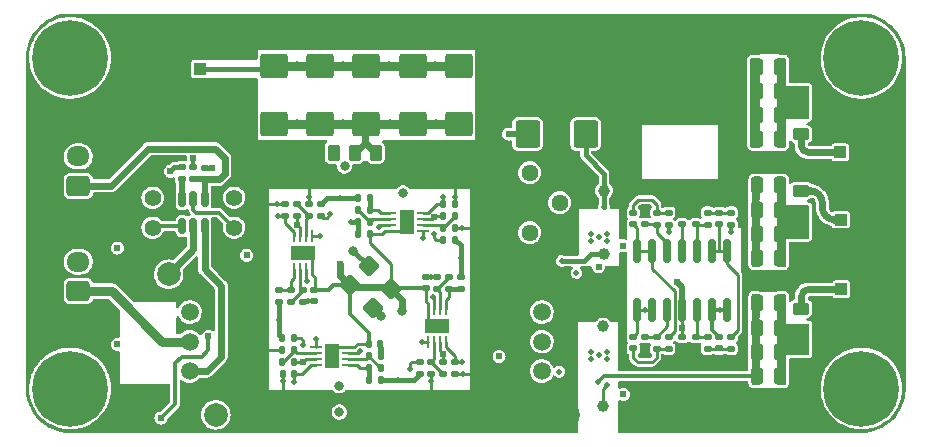
<source format=gbr>
%TF.GenerationSoftware,KiCad,Pcbnew,(6.0.5)*%
%TF.CreationDate,2023-02-17T00:10:57+08:00*%
%TF.ProjectId,EmoeNAP,456d6f65-4e41-4502-9e6b-696361645f70,rev?*%
%TF.SameCoordinates,Original*%
%TF.FileFunction,Copper,L1,Top*%
%TF.FilePolarity,Positive*%
%FSLAX46Y46*%
G04 Gerber Fmt 4.6, Leading zero omitted, Abs format (unit mm)*
G04 Created by KiCad (PCBNEW (6.0.5)) date 2023-02-17 00:10:57*
%MOMM*%
%LPD*%
G01*
G04 APERTURE LIST*
G04 Aperture macros list*
%AMRoundRect*
0 Rectangle with rounded corners*
0 $1 Rounding radius*
0 $2 $3 $4 $5 $6 $7 $8 $9 X,Y pos of 4 corners*
0 Add a 4 corners polygon primitive as box body*
4,1,4,$2,$3,$4,$5,$6,$7,$8,$9,$2,$3,0*
0 Add four circle primitives for the rounded corners*
1,1,$1+$1,$2,$3*
1,1,$1+$1,$4,$5*
1,1,$1+$1,$6,$7*
1,1,$1+$1,$8,$9*
0 Add four rect primitives between the rounded corners*
20,1,$1+$1,$2,$3,$4,$5,0*
20,1,$1+$1,$4,$5,$6,$7,0*
20,1,$1+$1,$6,$7,$8,$9,0*
20,1,$1+$1,$8,$9,$2,$3,0*%
G04 Aperture macros list end*
%TA.AperFunction,SMDPad,CuDef*%
%ADD10RoundRect,0.250000X0.250000X0.475000X-0.250000X0.475000X-0.250000X-0.475000X0.250000X-0.475000X0*%
%TD*%
%TA.AperFunction,ComponentPad*%
%ADD11RoundRect,0.250000X0.725000X-0.600000X0.725000X0.600000X-0.725000X0.600000X-0.725000X-0.600000X0*%
%TD*%
%TA.AperFunction,ComponentPad*%
%ADD12O,1.950000X1.700000*%
%TD*%
%TA.AperFunction,SMDPad,CuDef*%
%ADD13RoundRect,0.250000X-0.450000X0.262500X-0.450000X-0.262500X0.450000X-0.262500X0.450000X0.262500X0*%
%TD*%
%TA.AperFunction,SMDPad,CuDef*%
%ADD14RoundRect,0.140000X0.170000X-0.140000X0.170000X0.140000X-0.170000X0.140000X-0.170000X-0.140000X0*%
%TD*%
%TA.AperFunction,SMDPad,CuDef*%
%ADD15RoundRect,0.135000X0.185000X-0.135000X0.185000X0.135000X-0.185000X0.135000X-0.185000X-0.135000X0*%
%TD*%
%TA.AperFunction,SMDPad,CuDef*%
%ADD16RoundRect,0.140000X0.140000X0.170000X-0.140000X0.170000X-0.140000X-0.170000X0.140000X-0.170000X0*%
%TD*%
%TA.AperFunction,SMDPad,CuDef*%
%ADD17RoundRect,0.062500X-0.425000X-0.062500X0.425000X-0.062500X0.425000X0.062500X-0.425000X0.062500X0*%
%TD*%
%TA.AperFunction,SMDPad,CuDef*%
%ADD18R,1.200000X2.000000*%
%TD*%
%TA.AperFunction,SMDPad,CuDef*%
%ADD19RoundRect,0.135000X-0.185000X0.135000X-0.185000X-0.135000X0.185000X-0.135000X0.185000X0.135000X0*%
%TD*%
%TA.AperFunction,SMDPad,CuDef*%
%ADD20RoundRect,0.140000X-0.170000X0.140000X-0.170000X-0.140000X0.170000X-0.140000X0.170000X0.140000X0*%
%TD*%
%TA.AperFunction,SMDPad,CuDef*%
%ADD21RoundRect,0.062500X0.062500X-0.425000X0.062500X0.425000X-0.062500X0.425000X-0.062500X-0.425000X0*%
%TD*%
%TA.AperFunction,SMDPad,CuDef*%
%ADD22R,2.000000X1.200000*%
%TD*%
%TA.AperFunction,SMDPad,CuDef*%
%ADD23RoundRect,0.135000X0.135000X0.185000X-0.135000X0.185000X-0.135000X-0.185000X0.135000X-0.185000X0*%
%TD*%
%TA.AperFunction,SMDPad,CuDef*%
%ADD24RoundRect,0.250000X-0.618718X0.017678X0.017678X-0.618718X0.618718X-0.017678X-0.017678X0.618718X0*%
%TD*%
%TA.AperFunction,SMDPad,CuDef*%
%ADD25R,1.000000X1.000000*%
%TD*%
%TA.AperFunction,SMDPad,CuDef*%
%ADD26R,2.200000X1.050000*%
%TD*%
%TA.AperFunction,SMDPad,CuDef*%
%ADD27RoundRect,0.135000X-0.135000X-0.185000X0.135000X-0.185000X0.135000X0.185000X-0.135000X0.185000X0*%
%TD*%
%TA.AperFunction,SMDPad,CuDef*%
%ADD28RoundRect,0.250000X-0.925000X0.787500X-0.925000X-0.787500X0.925000X-0.787500X0.925000X0.787500X0*%
%TD*%
%TA.AperFunction,SMDPad,CuDef*%
%ADD29RoundRect,0.150000X0.150000X-0.512500X0.150000X0.512500X-0.150000X0.512500X-0.150000X-0.512500X0*%
%TD*%
%TA.AperFunction,ConnectorPad*%
%ADD30C,6.400000*%
%TD*%
%TA.AperFunction,ComponentPad*%
%ADD31C,3.600000*%
%TD*%
%TA.AperFunction,SMDPad,CuDef*%
%ADD32RoundRect,0.062500X-0.062500X0.425000X-0.062500X-0.425000X0.062500X-0.425000X0.062500X0.425000X0*%
%TD*%
%TA.AperFunction,SMDPad,CuDef*%
%ADD33RoundRect,0.062500X0.425000X0.062500X-0.425000X0.062500X-0.425000X-0.062500X0.425000X-0.062500X0*%
%TD*%
%TA.AperFunction,ComponentPad*%
%ADD34C,1.500000*%
%TD*%
%TA.AperFunction,ComponentPad*%
%ADD35C,2.000000*%
%TD*%
%TA.AperFunction,ComponentPad*%
%ADD36C,1.400000*%
%TD*%
%TA.AperFunction,SMDPad,CuDef*%
%ADD37RoundRect,0.250000X0.450000X-0.262500X0.450000X0.262500X-0.450000X0.262500X-0.450000X-0.262500X0*%
%TD*%
%TA.AperFunction,SMDPad,CuDef*%
%ADD38RoundRect,0.250000X-0.262500X-0.450000X0.262500X-0.450000X0.262500X0.450000X-0.262500X0.450000X0*%
%TD*%
%TA.AperFunction,SMDPad,CuDef*%
%ADD39C,1.000000*%
%TD*%
%TA.AperFunction,SMDPad,CuDef*%
%ADD40RoundRect,0.250000X0.262500X0.450000X-0.262500X0.450000X-0.262500X-0.450000X0.262500X-0.450000X0*%
%TD*%
%TA.AperFunction,SMDPad,CuDef*%
%ADD41RoundRect,0.140000X-0.140000X-0.170000X0.140000X-0.170000X0.140000X0.170000X-0.140000X0.170000X0*%
%TD*%
%TA.AperFunction,ComponentPad*%
%ADD42C,1.440000*%
%TD*%
%TA.AperFunction,SMDPad,CuDef*%
%ADD43RoundRect,0.250000X0.618718X-0.017678X-0.017678X0.618718X-0.618718X0.017678X0.017678X-0.618718X0*%
%TD*%
%TA.AperFunction,SMDPad,CuDef*%
%ADD44RoundRect,0.250000X-0.787500X-0.925000X0.787500X-0.925000X0.787500X0.925000X-0.787500X0.925000X0*%
%TD*%
%TA.AperFunction,SMDPad,CuDef*%
%ADD45RoundRect,0.150000X-0.150000X0.825000X-0.150000X-0.825000X0.150000X-0.825000X0.150000X0.825000X0*%
%TD*%
%TA.AperFunction,ViaPad*%
%ADD46C,0.603000*%
%TD*%
%TA.AperFunction,ViaPad*%
%ADD47C,0.500000*%
%TD*%
%TA.AperFunction,ViaPad*%
%ADD48C,0.800000*%
%TD*%
%TA.AperFunction,Conductor*%
%ADD49C,0.250000*%
%TD*%
%TA.AperFunction,Conductor*%
%ADD50C,0.500000*%
%TD*%
%TA.AperFunction,Conductor*%
%ADD51C,0.400000*%
%TD*%
%TA.AperFunction,Conductor*%
%ADD52C,0.600000*%
%TD*%
%TA.AperFunction,Conductor*%
%ADD53C,0.300000*%
%TD*%
%TA.AperFunction,Conductor*%
%ADD54C,0.800000*%
%TD*%
G04 APERTURE END LIST*
D10*
%TO.P,C19,1*%
%TO.N,Net-(C13-Pad1)*%
X174100000Y-95799999D03*
%TO.P,C19,2*%
%TO.N,Net-(C13-Pad2)*%
X172200000Y-95799999D03*
%TD*%
D11*
%TO.P,J8,1,Pin_1*%
%TO.N,/VBUS_+5V*%
X114700000Y-103850000D03*
D12*
%TO.P,J8,2,Pin_2*%
%TO.N,VSS*%
X114700000Y-101350000D03*
%TD*%
D13*
%TO.P,R19,1*%
%TO.N,Net-(C10-Pad1)*%
X175900000Y-117687500D03*
%TO.P,R19,2*%
%TO.N,GND*%
X175900000Y-119512500D03*
%TD*%
D14*
%TO.P,C16,1*%
%TO.N,Net-(C16-Pad1)*%
X168980001Y-107095000D03*
%TO.P,C16,2*%
%TO.N,Net-(C16-Pad2)*%
X168980001Y-106135000D03*
%TD*%
D15*
%TO.P,R22,1*%
%TO.N,Net-(C14-Pad2)*%
X169980000Y-117635000D03*
%TO.P,R22,2*%
%TO.N,Net-(C16-Pad1)*%
X169980000Y-116615000D03*
%TD*%
D16*
%TO.P,C45,1*%
%TO.N,VDD*%
X132959999Y-119759813D03*
%TO.P,C45,2*%
%TO.N,GND*%
X131999999Y-119759813D03*
%TD*%
D11*
%TO.P,J1,1,Pin_1*%
%TO.N,/VBAT*%
X114700000Y-112750000D03*
D12*
%TO.P,J1,2,Pin_2*%
%TO.N,VSS*%
X114700000Y-110250000D03*
%TD*%
D17*
%TO.P,U1,1*%
%TO.N,Net-(R3-Pad1)*%
X141112500Y-106149999D03*
%TO.P,U1,2,-*%
%TO.N,Net-(R6-Pad1)*%
X141112500Y-106649999D03*
%TO.P,U1,3,+*%
%TO.N,Net-(RISO3-Pad2)*%
X141112500Y-107149999D03*
%TO.P,U1,4,V-*%
%TO.N,VSS*%
X141112500Y-107649999D03*
%TO.P,U1,5,+*%
%TO.N,Net-(RISO3-Pad2)*%
X143887500Y-107649999D03*
%TO.P,U1,6,-*%
%TO.N,Net-(R13-Pad1)*%
X143887500Y-107149999D03*
%TO.P,U1,7*%
%TO.N,Net-(R12-Pad1)*%
X143887500Y-106649999D03*
%TO.P,U1,8,V+*%
%TO.N,VDD*%
X143887500Y-106149999D03*
D18*
%TO.P,U1,9,EP*%
%TO.N,VSS*%
X142500000Y-106899999D03*
%TD*%
D15*
%TO.P,R36,1*%
%TO.N,Net-(C33-Pad2)*%
X164680000Y-117635000D03*
%TO.P,R36,2*%
%TO.N,Net-(C34-Pad1)*%
X164680000Y-116615000D03*
%TD*%
D14*
%TO.P,C24,1*%
%TO.N,Net-(C24-Pad1)*%
X166980000Y-107105000D03*
%TO.P,C24,2*%
%TO.N,GND*%
X166980000Y-106145000D03*
%TD*%
D15*
%TO.P,R39,1*%
%TO.N,Net-(C39-Pad1)*%
X163680001Y-107135000D03*
%TO.P,R39,2*%
%TO.N,Net-(C34-Pad2)*%
X163680001Y-106115000D03*
%TD*%
D19*
%TO.P,R35,1*%
%TO.N,Net-(R35-Pad1)*%
X133700000Y-112629906D03*
%TO.P,R35,2*%
%TO.N,GND*%
X133700000Y-113649906D03*
%TD*%
%TO.P,R37,1*%
%TO.N,Net-(C37-Pad1)*%
X163680000Y-116615000D03*
%TO.P,R37,2*%
%TO.N,Net-(C33-Pad2)*%
X163680000Y-117635000D03*
%TD*%
D10*
%TO.P,C4,1*%
%TO.N,Net-(C10-Pad1)*%
X174100000Y-119950000D03*
%TO.P,C4,2*%
%TO.N,Net-(C10-Pad2)*%
X172200000Y-119950000D03*
%TD*%
D20*
%TO.P,C14,1*%
%TO.N,Net-(C13-Pad2)*%
X168980000Y-116645000D03*
%TO.P,C14,2*%
%TO.N,Net-(C14-Pad2)*%
X168980000Y-117605000D03*
%TD*%
D15*
%TO.P,R44,1*%
%TO.N,Net-(R41-Pad1)*%
X133200000Y-106427406D03*
%TO.P,R44,2*%
%TO.N,Net-(R42-Pad1)*%
X133200000Y-105407406D03*
%TD*%
D21*
%TO.P,U8,1*%
%TO.N,Net-(R34-Pad1)*%
X132950000Y-110904906D03*
%TO.P,U8,2,-*%
%TO.N,Net-(R35-Pad1)*%
X133450000Y-110904906D03*
%TO.P,U8,3,+*%
%TO.N,Net-(RISO3-Pad2)*%
X133950000Y-110904906D03*
%TO.P,U8,4,V-*%
%TO.N,VSS*%
X134450000Y-110904906D03*
%TO.P,U8,5,+*%
%TO.N,Net-(RISO3-Pad2)*%
X134450000Y-108129906D03*
%TO.P,U8,6,-*%
%TO.N,Net-(R42-Pad1)*%
X133950000Y-108129906D03*
%TO.P,U8,7*%
%TO.N,Net-(R41-Pad1)*%
X133450000Y-108129906D03*
%TO.P,U8,8,V+*%
%TO.N,VDD*%
X132950000Y-108129906D03*
D22*
%TO.P,U8,9,EP*%
%TO.N,VSS*%
X133700000Y-109517406D03*
%TD*%
D15*
%TO.P,R41,1*%
%TO.N,Net-(R41-Pad1)*%
X135214906Y-106427406D03*
%TO.P,R41,2*%
%TO.N,Net-(C1-Pad1)*%
X135214906Y-105407406D03*
%TD*%
D20*
%TO.P,C44,1*%
%TO.N,VDD*%
X146599999Y-118789812D03*
%TO.P,C44,2*%
%TO.N,GND*%
X146599999Y-119749812D03*
%TD*%
D23*
%TO.P,R6,1*%
%TO.N,Net-(R6-Pad1)*%
X139409999Y-106900000D03*
%TO.P,R6,2*%
%TO.N,GND*%
X138389999Y-106900000D03*
%TD*%
D24*
%TO.P,C61,1*%
%TO.N,GND*%
X139303636Y-110645313D03*
%TO.P,C61,2*%
%TO.N,VSS*%
X141212824Y-112554501D03*
%TD*%
D19*
%TO.P,R34,1*%
%TO.N,Net-(R34-Pad1)*%
X131689906Y-112639906D03*
%TO.P,R34,2*%
%TO.N,Net-(C1-Pad1)*%
X131689906Y-113659906D03*
%TD*%
D23*
%TO.P,R30,1*%
%TO.N,Net-(R30-Pad1)*%
X132984999Y-116749906D03*
%TO.P,R30,2*%
%TO.N,Net-(C1-Pad1)*%
X131964999Y-116749906D03*
%TD*%
D25*
%TO.P,J2,1,In*%
%TO.N,Net-(J2-Pad1)*%
X179310000Y-112600000D03*
D26*
%TO.P,J2,2,Ext*%
%TO.N,GND*%
X180810000Y-111125000D03*
X180810000Y-114075000D03*
D25*
X182310000Y-112600000D03*
%TD*%
D27*
%TO.P,R14,1*%
%TO.N,Net-(R12-Pad1)*%
X145589998Y-106400001D03*
%TO.P,R14,2*%
%TO.N,Net-(R13-Pad1)*%
X146609998Y-106400001D03*
%TD*%
D28*
%TO.P,C26,1*%
%TO.N,Net-(C11-Pad1)*%
X143000093Y-93674906D03*
%TO.P,C26,2*%
%TO.N,Net-(C11-Pad2)*%
X143000093Y-98599906D03*
%TD*%
D19*
%TO.P,R38,1*%
%TO.N,Net-(C34-Pad2)*%
X164680000Y-106115001D03*
%TO.P,R38,2*%
%TO.N,Net-(R25-Pad2)*%
X164680000Y-107135001D03*
%TD*%
D29*
%TO.P,U11,1,~{CHRG}*%
%TO.N,Net-(J7-Pad2)*%
X123500000Y-107237500D03*
%TO.P,U11,2,GND*%
%TO.N,VSS*%
X124450000Y-107237500D03*
%TO.P,U11,3,BAT*%
%TO.N,/VBAT_CHRG*%
X125400000Y-107237500D03*
%TO.P,U11,4,Vcc*%
%TO.N,/VBUS_+5V*%
X125400000Y-104962500D03*
%TO.P,U11,5,~{STDBY}*%
%TO.N,Net-(J6-Pad2)*%
X124450000Y-104962500D03*
%TO.P,U11,6,PROG*%
%TO.N,Net-(R51-Pad1)*%
X123500000Y-104962500D03*
%TD*%
D10*
%TO.P,C6,1*%
%TO.N,Net-(C10-Pad1)*%
X174100000Y-115850000D03*
%TO.P,C6,2*%
%TO.N,Net-(C10-Pad2)*%
X172200000Y-115850000D03*
%TD*%
D13*
%TO.P,R43,1*%
%TO.N,Net-(C32-Pad1)*%
X175900000Y-107687500D03*
%TO.P,R43,2*%
%TO.N,GND*%
X175900000Y-109512500D03*
%TD*%
D20*
%TO.P,C71,1*%
%TO.N,VSS*%
X125450000Y-102340000D03*
%TO.P,C71,2*%
%TO.N,/VBUS_+5V*%
X125450000Y-103300000D03*
%TD*%
D19*
%TO.P,R20,1*%
%TO.N,Net-(R20-Pad1)*%
X144599999Y-118759812D03*
%TO.P,R20,2*%
%TO.N,GND*%
X144599999Y-119779812D03*
%TD*%
D15*
%TO.P,R17,1*%
%TO.N,Net-(R15-Pad1)*%
X146099999Y-112579812D03*
%TO.P,R17,2*%
%TO.N,Net-(R16-Pad1)*%
X146099999Y-111559812D03*
%TD*%
D30*
%TO.P,H1,1*%
%TO.N,N/C*%
X114000000Y-93000000D03*
D31*
X114000000Y-93000000D03*
%TD*%
D32*
%TO.P,U5,1*%
%TO.N,Net-(R15-Pad1)*%
X145849999Y-114282312D03*
%TO.P,U5,2,-*%
%TO.N,Net-(R16-Pad1)*%
X145349999Y-114282312D03*
%TO.P,U5,3,+*%
%TO.N,Net-(RISO3-Pad2)*%
X144849999Y-114282312D03*
%TO.P,U5,4,V-*%
%TO.N,VSS*%
X144349999Y-114282312D03*
%TO.P,U5,5,+*%
%TO.N,Net-(RISO3-Pad2)*%
X144349999Y-117057312D03*
%TO.P,U5,6,-*%
%TO.N,Net-(R20-Pad1)*%
X144849999Y-117057312D03*
%TO.P,U5,7*%
%TO.N,Net-(R18-Pad1)*%
X145349999Y-117057312D03*
%TO.P,U5,8,V+*%
%TO.N,VDD*%
X145849999Y-117057312D03*
D22*
%TO.P,U5,9,EP*%
%TO.N,VSS*%
X145099999Y-115669812D03*
%TD*%
D15*
%TO.P,R52,1*%
%TO.N,/VBUS_+5V*%
X124450000Y-103300001D03*
%TO.P,R52,2*%
%TO.N,Net-(J6-Pad1)*%
X124450000Y-102280001D03*
%TD*%
D14*
%TO.P,C60,1*%
%TO.N,GND*%
X165830000Y-117605000D03*
%TO.P,C60,2*%
%TO.N,VSS*%
X165830000Y-116645000D03*
%TD*%
D10*
%TO.P,C5,1*%
%TO.N,Net-(C10-Pad1)*%
X174100000Y-117900000D03*
%TO.P,C5,2*%
%TO.N,Net-(C10-Pad2)*%
X172200000Y-117900000D03*
%TD*%
%TO.P,C40,1*%
%TO.N,Net-(C32-Pad1)*%
X174100000Y-105850000D03*
%TO.P,C40,2*%
%TO.N,Net-(C32-Pad2)*%
X172200000Y-105850000D03*
%TD*%
D15*
%TO.P,R26,1*%
%TO.N,Net-(C24-Pad1)*%
X167980000Y-107125000D03*
%TO.P,R26,2*%
%TO.N,Net-(C16-Pad2)*%
X167980000Y-106105000D03*
%TD*%
%TO.P,R42,1*%
%TO.N,Net-(R42-Pad1)*%
X134200000Y-106427406D03*
%TO.P,R42,2*%
%TO.N,GND*%
X134200000Y-105407406D03*
%TD*%
D10*
%TO.P,C22,1*%
%TO.N,Net-(C13-Pad1)*%
X174100000Y-93749999D03*
%TO.P,C22,2*%
%TO.N,Net-(C13-Pad2)*%
X172200000Y-93749999D03*
%TD*%
D19*
%TO.P,R40,1*%
%TO.N,Net-(R34-Pad1)*%
X132699999Y-112629906D03*
%TO.P,R40,2*%
%TO.N,Net-(R35-Pad1)*%
X132699999Y-113649906D03*
%TD*%
D14*
%TO.P,C57,1*%
%TO.N,GND*%
X134699999Y-113599906D03*
%TO.P,C57,2*%
%TO.N,VSS*%
X134699999Y-112639906D03*
%TD*%
D23*
%TO.P,R31,1*%
%TO.N,Net-(R31-Pad1)*%
X132990000Y-117759814D03*
%TO.P,R31,2*%
%TO.N,GND*%
X131970000Y-117759814D03*
%TD*%
D28*
%TO.P,C30,1*%
%TO.N,Net-(C11-Pad1)*%
X135200093Y-93674906D03*
%TO.P,C30,2*%
%TO.N,Net-(C11-Pad2)*%
X135200093Y-98599906D03*
%TD*%
D33*
%TO.P,U7,1*%
%TO.N,Net-(R24-Pad1)*%
X137577501Y-119009813D03*
%TO.P,U7,2,-*%
%TO.N,Net-(R27-Pad1)*%
X137577501Y-118509813D03*
%TO.P,U7,3,+*%
%TO.N,Net-(RISO3-Pad2)*%
X137577501Y-118009813D03*
%TO.P,U7,4,V-*%
%TO.N,VSS*%
X137577501Y-117509813D03*
%TO.P,U7,5,+*%
%TO.N,Net-(RISO3-Pad2)*%
X134802501Y-117509813D03*
%TO.P,U7,6,-*%
%TO.N,Net-(R31-Pad1)*%
X134802501Y-118009813D03*
%TO.P,U7,7*%
%TO.N,Net-(R30-Pad1)*%
X134802501Y-118509813D03*
%TO.P,U7,8,V+*%
%TO.N,VDD*%
X134802501Y-119009813D03*
D18*
%TO.P,U7,9,EP*%
%TO.N,VSS*%
X136190001Y-118259813D03*
%TD*%
D34*
%TO.P,U10,1*%
%TO.N,VDD*%
X124150000Y-114524906D03*
%TO.P,U10,2*%
%TO.N,/VBAT*%
X124150000Y-117024906D03*
%TO.P,U10,3*%
%TO.N,/VBAT_CHRG*%
X124150000Y-119524906D03*
D35*
%TO.P,U10,4*%
%TO.N,VSS*%
X122350000Y-111324906D03*
X126350000Y-123224906D03*
%TD*%
D19*
%TO.P,R23,1*%
%TO.N,Net-(C21-Pad1)*%
X167980000Y-116615000D03*
%TO.P,R23,2*%
%TO.N,Net-(C14-Pad2)*%
X167980000Y-117635000D03*
%TD*%
D28*
%TO.P,C23,1*%
%TO.N,Net-(C11-Pad1)*%
X146900092Y-93674906D03*
%TO.P,C23,2*%
%TO.N,Net-(C11-Pad2)*%
X146900092Y-98599906D03*
%TD*%
D36*
%TO.P,J7,1,Pin_1*%
%TO.N,Net-(J6-Pad1)*%
X121000000Y-104850000D03*
%TO.P,J7,2,Pin_2*%
%TO.N,Net-(J7-Pad2)*%
X121000000Y-107390000D03*
%TD*%
D34*
%TO.P,U4,1*%
%TO.N,Net-(R7-Pad1)*%
X153950000Y-114524906D03*
%TO.P,U4,2*%
%TO.N,Net-(R25-Pad2)*%
X153950000Y-117024906D03*
%TO.P,U4,3*%
%TO.N,Net-(R5-Pad2)*%
X153950000Y-119524906D03*
D35*
%TO.P,U4,4*%
%TO.N,GND*%
X152150000Y-111324906D03*
X156150000Y-123224906D03*
%TD*%
D20*
%TO.P,C37,1*%
%TO.N,Net-(C37-Pad1)*%
X162680000Y-116645000D03*
%TO.P,C37,2*%
%TO.N,GND*%
X162680000Y-117605000D03*
%TD*%
D10*
%TO.P,C17,1*%
%TO.N,Net-(C13-Pad1)*%
X174100000Y-97850000D03*
%TO.P,C17,2*%
%TO.N,Net-(C13-Pad2)*%
X172200000Y-97850000D03*
%TD*%
D14*
%TO.P,C49,1*%
%TO.N,VDD*%
X165830000Y-107105000D03*
%TO.P,C49,2*%
%TO.N,GND*%
X165830000Y-106145000D03*
%TD*%
D36*
%TO.P,J6,1,Pin_1*%
%TO.N,Net-(J6-Pad1)*%
X127900000Y-104850001D03*
%TO.P,J6,2,Pin_2*%
%TO.N,Net-(J6-Pad2)*%
X127900000Y-107390001D03*
%TD*%
D19*
%TO.P,R18,1*%
%TO.N,Net-(R18-Pad1)*%
X143599999Y-118759812D03*
%TO.P,R18,2*%
%TO.N,Net-(C1-Pad1)*%
X143599999Y-119779812D03*
%TD*%
D25*
%TO.P,J4,1,In*%
%TO.N,Net-(C11-Pad1)*%
X125000000Y-93949906D03*
D26*
%TO.P,J4,2,Ext*%
%TO.N,GND*%
X123500000Y-92474906D03*
X123500000Y-95424906D03*
D25*
X122000000Y-93949906D03*
%TD*%
D31*
%TO.P,H3,1*%
%TO.N,N/C*%
X114000000Y-121000000D03*
D30*
X114000000Y-121000000D03*
%TD*%
D20*
%TO.P,C21,1*%
%TO.N,Net-(C21-Pad1)*%
X166980000Y-116645000D03*
%TO.P,C21,2*%
%TO.N,GND*%
X166980000Y-117605000D03*
%TD*%
D13*
%TO.P,RISO2,1*%
%TO.N,Net-(C13-Pad1)*%
X175900000Y-97637500D03*
%TO.P,RISO2,2*%
%TO.N,Net-(J3-Pad1)*%
X175900000Y-99462500D03*
%TD*%
D15*
%TO.P,R51,1*%
%TO.N,Net-(R51-Pad1)*%
X123450000Y-103300000D03*
%TO.P,R51,2*%
%TO.N,VSS*%
X123450000Y-102280000D03*
%TD*%
D25*
%TO.P,J5,1,In*%
%TO.N,Net-(J5-Pad1)*%
X179260000Y-106700000D03*
%TO.P,J5,2,Ext*%
%TO.N,GND*%
X182260000Y-106700000D03*
D26*
X180760000Y-108175000D03*
X180760000Y-105225000D03*
%TD*%
D27*
%TO.P,R12,1*%
%TO.N,Net-(R12-Pad1)*%
X145589999Y-108399905D03*
%TO.P,R12,2*%
%TO.N,Net-(C1-Pad1)*%
X146609999Y-108399905D03*
%TD*%
D10*
%TO.P,C7,1*%
%TO.N,Net-(C10-Pad1)*%
X174100000Y-113799999D03*
%TO.P,C7,2*%
%TO.N,Net-(C10-Pad2)*%
X172200000Y-113799999D03*
%TD*%
D25*
%TO.P,J3,1,In*%
%TO.N,Net-(J3-Pad1)*%
X179210000Y-101000000D03*
D26*
%TO.P,J3,2,Ext*%
%TO.N,GND*%
X180710000Y-99525000D03*
D25*
X182210000Y-101000000D03*
D26*
X180710000Y-102475000D03*
%TD*%
D19*
%TO.P,R25,1*%
%TO.N,Net-(C16-Pad2)*%
X169979999Y-106105000D03*
%TO.P,R25,2*%
%TO.N,Net-(R25-Pad2)*%
X169979999Y-107125000D03*
%TD*%
D37*
%TO.P,R29,1*%
%TO.N,Net-(C13-Pad1)*%
X175900000Y-96012500D03*
%TO.P,R29,2*%
%TO.N,GND*%
X175900000Y-94187500D03*
%TD*%
D16*
%TO.P,C56,1*%
%TO.N,GND*%
X140270001Y-117259813D03*
%TO.P,C56,2*%
%TO.N,VSS*%
X139310001Y-117259813D03*
%TD*%
D38*
%TO.P,R32,1*%
%TO.N,Net-(C11-Pad2)*%
X139881913Y-101037406D03*
%TO.P,R32,2*%
%TO.N,GND*%
X141706913Y-101037406D03*
%TD*%
D14*
%TO.P,C34,1*%
%TO.N,Net-(C34-Pad1)*%
X161680000Y-107105000D03*
%TO.P,C34,2*%
%TO.N,Net-(C34-Pad2)*%
X161680000Y-106145000D03*
%TD*%
D27*
%TO.P,R13,1*%
%TO.N,Net-(R13-Pad1)*%
X145589999Y-107400001D03*
%TO.P,R13,2*%
%TO.N,GND*%
X146609999Y-107400001D03*
%TD*%
D39*
%TO.P,TP2,1,1*%
%TO.N,Net-(R7-Pad1)*%
X159150000Y-115749906D03*
%TD*%
%TO.P,TP3,1,1*%
%TO.N,Net-(C1-Pad2)*%
X159200000Y-104249906D03*
%TD*%
D10*
%TO.P,C13,1*%
%TO.N,Net-(C13-Pad1)*%
X174100000Y-99900000D03*
%TO.P,C13,2*%
%TO.N,Net-(C13-Pad2)*%
X172200000Y-99900000D03*
%TD*%
%TO.P,C42,1*%
%TO.N,Net-(C32-Pad1)*%
X174100000Y-109950000D03*
%TO.P,C42,2*%
%TO.N,Net-(C32-Pad2)*%
X172200000Y-109950000D03*
%TD*%
D20*
%TO.P,C33,1*%
%TO.N,Net-(C32-Pad2)*%
X161680000Y-116645000D03*
%TO.P,C33,2*%
%TO.N,Net-(C33-Pad2)*%
X161680000Y-117605000D03*
%TD*%
D39*
%TO.P,TP1,1,1*%
%TO.N,Net-(C2-Pad2)*%
X159200000Y-109600000D03*
%TD*%
D10*
%TO.P,C41,1*%
%TO.N,Net-(C32-Pad1)*%
X174100000Y-107900000D03*
%TO.P,C41,2*%
%TO.N,Net-(C32-Pad2)*%
X172200000Y-107900000D03*
%TD*%
D27*
%TO.P,R27,1*%
%TO.N,Net-(R27-Pad1)*%
X139279999Y-118259813D03*
%TO.P,R27,2*%
%TO.N,GND*%
X140299999Y-118259813D03*
%TD*%
%TO.P,R28,1*%
%TO.N,Net-(R24-Pad1)*%
X139280000Y-119259813D03*
%TO.P,R28,2*%
%TO.N,Net-(R27-Pad1)*%
X140300000Y-119259813D03*
%TD*%
D14*
%TO.P,C39,1*%
%TO.N,Net-(C39-Pad1)*%
X162680000Y-107105000D03*
%TO.P,C39,2*%
%TO.N,GND*%
X162680000Y-106145000D03*
%TD*%
D27*
%TO.P,R24,1*%
%TO.N,Net-(R24-Pad1)*%
X139279999Y-120274906D03*
%TO.P,R24,2*%
%TO.N,Net-(C1-Pad1)*%
X140299999Y-120274906D03*
%TD*%
D39*
%TO.P,TP4,1,1*%
%TO.N,Net-(R25-Pad2)*%
X159150000Y-122500000D03*
%TD*%
D40*
%TO.P,RISO3,1*%
%TO.N,Net-(C11-Pad2)*%
X138156913Y-101031332D03*
%TO.P,RISO3,2*%
%TO.N,Net-(RISO3-Pad2)*%
X136331913Y-101031332D03*
%TD*%
D37*
%TO.P,RISO1,1*%
%TO.N,Net-(C10-Pad1)*%
X175900000Y-116062500D03*
%TO.P,RISO1,2*%
%TO.N,Net-(J2-Pad1)*%
X175900000Y-114237500D03*
%TD*%
D19*
%TO.P,R21,1*%
%TO.N,Net-(R18-Pad1)*%
X145599999Y-118759812D03*
%TO.P,R21,2*%
%TO.N,Net-(R20-Pad1)*%
X145599999Y-119779812D03*
%TD*%
D23*
%TO.P,R33,1*%
%TO.N,Net-(R30-Pad1)*%
X132990000Y-118759812D03*
%TO.P,R33,2*%
%TO.N,Net-(R31-Pad1)*%
X131970000Y-118759812D03*
%TD*%
%TO.P,R9,1*%
%TO.N,Net-(R3-Pad1)*%
X139410000Y-105900000D03*
%TO.P,R9,2*%
%TO.N,Net-(R6-Pad1)*%
X138390000Y-105900000D03*
%TD*%
D15*
%TO.P,R16,1*%
%TO.N,Net-(R16-Pad1)*%
X145099999Y-112579812D03*
%TO.P,R16,2*%
%TO.N,GND*%
X145099999Y-111559812D03*
%TD*%
D41*
%TO.P,C43,1*%
%TO.N,VDD*%
X145619999Y-105400001D03*
%TO.P,C43,2*%
%TO.N,GND*%
X146579999Y-105400001D03*
%TD*%
D42*
%TO.P,RV1,1,1*%
%TO.N,Net-(R1-Pad2)*%
X152925000Y-102724906D03*
%TO.P,RV1,2,2*%
%TO.N,Net-(C2-Pad2)*%
X155465000Y-105264906D03*
%TO.P,RV1,3,3*%
X152925000Y-107804906D03*
%TD*%
D28*
%TO.P,C31,1*%
%TO.N,Net-(C11-Pad1)*%
X131300093Y-93674906D03*
%TO.P,C31,2*%
%TO.N,Net-(C11-Pad2)*%
X131300093Y-98599906D03*
%TD*%
D23*
%TO.P,R3,1*%
%TO.N,Net-(R3-Pad1)*%
X139409999Y-104899906D03*
%TO.P,R3,2*%
%TO.N,Net-(C1-Pad1)*%
X138389999Y-104899906D03*
%TD*%
D15*
%TO.P,R15,1*%
%TO.N,Net-(R15-Pad1)*%
X147099999Y-112569905D03*
%TO.P,R15,2*%
%TO.N,Net-(C1-Pad1)*%
X147099999Y-111549905D03*
%TD*%
D30*
%TO.P,H4,1*%
%TO.N,N/C*%
X181000000Y-121000000D03*
D31*
X181000000Y-121000000D03*
%TD*%
D14*
%TO.P,C46,1*%
%TO.N,VDD*%
X132200000Y-106377407D03*
%TO.P,C46,2*%
%TO.N,GND*%
X132200000Y-105417407D03*
%TD*%
D43*
%TO.P,C62,1*%
%TO.N,GND*%
X139612824Y-114154500D03*
%TO.P,C62,2*%
%TO.N,VSS*%
X137703636Y-112245312D03*
%TD*%
D44*
%TO.P,C1,1*%
%TO.N,Net-(C1-Pad1)*%
X152737500Y-99449906D03*
%TO.P,C1,2*%
%TO.N,Net-(C1-Pad2)*%
X157662500Y-99449906D03*
%TD*%
D37*
%TO.P,RISO4,1*%
%TO.N,Net-(C32-Pad1)*%
X175900000Y-106062500D03*
%TO.P,RISO4,2*%
%TO.N,Net-(J5-Pad1)*%
X175900000Y-104237500D03*
%TD*%
D31*
%TO.P,H2,1*%
%TO.N,N/C*%
X181000000Y-93000000D03*
D30*
X181000000Y-93000000D03*
%TD*%
D20*
%TO.P,C55,1*%
%TO.N,GND*%
X144099999Y-111569812D03*
%TO.P,C55,2*%
%TO.N,VSS*%
X144099999Y-112529812D03*
%TD*%
D45*
%TO.P,U6,1*%
%TO.N,Net-(C16-Pad1)*%
X169640000Y-109400000D03*
%TO.P,U6,2,-*%
X168370000Y-109400000D03*
%TO.P,U6,3,+*%
%TO.N,Net-(C24-Pad1)*%
X167100000Y-109400000D03*
%TO.P,U6,4,V+*%
%TO.N,VDD*%
X165830000Y-109400000D03*
%TO.P,U6,5,+*%
%TO.N,Net-(C39-Pad1)*%
X164560000Y-109400000D03*
%TO.P,U6,6,-*%
%TO.N,Net-(C34-Pad1)*%
X163290000Y-109400000D03*
%TO.P,U6,7*%
X162020000Y-109400000D03*
%TO.P,U6,8*%
%TO.N,Net-(C32-Pad2)*%
X162020000Y-114350000D03*
%TO.P,U6,9,-*%
X163290000Y-114350000D03*
%TO.P,U6,10,+*%
%TO.N,Net-(C37-Pad1)*%
X164560000Y-114350000D03*
%TO.P,U6,11,V-*%
%TO.N,VSS*%
X165830000Y-114350000D03*
%TO.P,U6,12,+*%
%TO.N,Net-(C21-Pad1)*%
X167100000Y-114350000D03*
%TO.P,U6,13,-*%
%TO.N,Net-(C13-Pad2)*%
X168370000Y-114350000D03*
%TO.P,U6,14*%
X169640000Y-114350000D03*
%TD*%
D28*
%TO.P,C28,1*%
%TO.N,Net-(C11-Pad1)*%
X139100094Y-93674906D03*
%TO.P,C28,2*%
%TO.N,Net-(C11-Pad2)*%
X139100094Y-98599906D03*
%TD*%
D10*
%TO.P,C38,1*%
%TO.N,Net-(C32-Pad1)*%
X174100000Y-103800000D03*
%TO.P,C38,2*%
%TO.N,Net-(C32-Pad2)*%
X172200000Y-103800000D03*
%TD*%
D41*
%TO.P,C54,1*%
%TO.N,GND*%
X138419999Y-107900000D03*
%TO.P,C54,2*%
%TO.N,VSS*%
X139379999Y-107900000D03*
%TD*%
D46*
%TO.N,GND*%
X143100000Y-102250000D03*
X143100000Y-101350000D03*
X135100000Y-101300000D03*
X128900000Y-95450000D03*
%TO.N,Net-(R7-Pad1)*%
X158750000Y-110685560D03*
%TO.N,GND*%
X128900000Y-96450000D03*
X128050000Y-95950000D03*
X127050000Y-95950000D03*
X125850000Y-95950000D03*
X124600000Y-95950000D03*
X123300000Y-95950000D03*
X122050000Y-95950000D03*
X121550000Y-95100000D03*
X121550000Y-93950000D03*
X121550000Y-92800000D03*
X122050000Y-91950000D03*
X123300000Y-91950000D03*
X124600000Y-91950000D03*
X125800000Y-91950000D03*
X127050000Y-91950000D03*
X128300000Y-91950000D03*
X119600000Y-110000000D03*
X121300000Y-109800000D03*
X126300000Y-121500000D03*
X129000000Y-121000000D03*
X127000000Y-119700000D03*
X152400000Y-115300000D03*
X151400000Y-115300000D03*
X160400000Y-114000000D03*
X162650000Y-117600000D03*
X165850000Y-118300000D03*
X167000000Y-118300000D03*
X167000000Y-105450000D03*
X165850000Y-105450000D03*
X162700000Y-105700000D03*
%TO.N,VSS*%
X160850000Y-121500000D03*
X118000000Y-117250000D03*
X165830000Y-115870000D03*
X165400000Y-112000000D03*
X126050000Y-102350000D03*
X122500000Y-102600000D03*
X136900000Y-110450000D03*
%TO.N,GND*%
X146850000Y-122100000D03*
X143850000Y-122100000D03*
%TO.N,VDD*%
X121700000Y-123500000D03*
X125725000Y-116575000D03*
X150330000Y-118270000D03*
X165830000Y-109400000D03*
X160800000Y-108900000D03*
D47*
%TO.N,Net-(C10-Pad2)*%
X158725000Y-120425000D03*
%TO.N,Net-(R25-Pad2)*%
X164675000Y-107725000D03*
X169979999Y-107720001D03*
%TO.N,Net-(C13-Pad2)*%
X169000000Y-114350000D03*
%TO.N,Net-(C32-Pad2)*%
X162650000Y-114350000D03*
%TO.N,Net-(C1-Pad1)*%
X147099999Y-109974906D03*
D46*
X151150000Y-99450000D03*
D47*
X141749999Y-120274906D03*
X131689907Y-115164813D03*
X136849999Y-104899906D03*
%TO.N,Net-(C1-Pad2)*%
X159200001Y-105635560D03*
%TO.N,Net-(C2-Pad2)*%
X155650000Y-110199906D03*
D48*
%TO.N,Net-(C11-Pad1)*%
X144925093Y-93674906D03*
X137125093Y-93674906D03*
X141025094Y-93674906D03*
X133225093Y-93674906D03*
%TO.N,Net-(C11-Pad2)*%
X141050093Y-98599906D03*
X144950093Y-98599906D03*
X137150093Y-98599906D03*
X133250092Y-98599906D03*
D46*
%TO.N,Net-(C10-Pad1)*%
X174100000Y-114800000D03*
X174100000Y-116900000D03*
X175800000Y-116900000D03*
X174900000Y-117600000D03*
X174900000Y-116100000D03*
X174100000Y-118900000D03*
%TO.N,Net-(C10-Pad2)*%
X172200000Y-116900000D03*
X172200000Y-114800000D03*
X172200000Y-118900000D03*
%TO.N,Net-(C13-Pad1)*%
X175900000Y-96800000D03*
X174900000Y-97600000D03*
X174100000Y-96800000D03*
X174900000Y-96000000D03*
X174100000Y-94800000D03*
X174100000Y-98900000D03*
%TO.N,Net-(C13-Pad2)*%
X172200000Y-96800000D03*
X172200000Y-94800000D03*
X172200000Y-98900000D03*
%TO.N,Net-(C32-Pad1)*%
X174100000Y-104800000D03*
X174900000Y-107600000D03*
X175900000Y-106900000D03*
X174900000Y-106200000D03*
X174100000Y-108900000D03*
X174100000Y-106900000D03*
%TO.N,Net-(C32-Pad2)*%
X172200000Y-104800000D03*
X172200000Y-108900000D03*
X172200000Y-106900000D03*
%TO.N,GND*%
X129858230Y-110099906D03*
X141499999Y-91949906D03*
X143858230Y-103099905D03*
X135099999Y-100349906D03*
D48*
X179200000Y-105200000D03*
D46*
X129858230Y-113099906D03*
X148858229Y-107099906D03*
X145858230Y-103099906D03*
X143099999Y-100349906D03*
D48*
X179200000Y-114100000D03*
D46*
X140858230Y-103099906D03*
X147499999Y-91949905D03*
X136699999Y-91949906D03*
X131858230Y-103099906D03*
X138858230Y-122099906D03*
X130858230Y-103099906D03*
D48*
X179100000Y-99500000D03*
D46*
X148858230Y-106099906D03*
X129858230Y-115099906D03*
D48*
X140299999Y-114849906D03*
D47*
X144579905Y-111559812D03*
D46*
X129858230Y-105099906D03*
X146858230Y-103099906D03*
X129858230Y-108099905D03*
D48*
X182300000Y-108100000D03*
D46*
X148858230Y-118099906D03*
X160200000Y-103200000D03*
D47*
X134189906Y-113599906D03*
D46*
X142849999Y-122099906D03*
X128899999Y-97349906D03*
X149299999Y-99549906D03*
X148858230Y-114099906D03*
D47*
X137799999Y-106900000D03*
D46*
X129858230Y-111099906D03*
D48*
X179200000Y-108100000D03*
D47*
X131999999Y-120349906D03*
D46*
X148858230Y-115099906D03*
X129858230Y-116099907D03*
X129858231Y-112099906D03*
X146299999Y-91949905D03*
X147858230Y-122099906D03*
X148858230Y-113099906D03*
D47*
X146579999Y-104780094D03*
D46*
X128899999Y-100349906D03*
X133899999Y-100349906D03*
D47*
X134200000Y-104789999D03*
D46*
X142858230Y-103099906D03*
X149299999Y-93149906D03*
X131499999Y-100349906D03*
X149299999Y-96949906D03*
X148858230Y-120099906D03*
X137858230Y-122099906D03*
D47*
X157130969Y-112467891D03*
D46*
X129858230Y-104099906D03*
X134299999Y-91949906D03*
X134858229Y-103099906D03*
X144299999Y-100349906D03*
D48*
X177100000Y-109500000D03*
D46*
X148858230Y-116099907D03*
X156150000Y-118300000D03*
D48*
X177100000Y-119500000D03*
D46*
X128899998Y-98749906D03*
X145858230Y-122099906D03*
X149299999Y-94549906D03*
X148858230Y-110099906D03*
D48*
X182300000Y-105200000D03*
D46*
X132858230Y-122099906D03*
X148699999Y-91949906D03*
X146699999Y-100349906D03*
X148858230Y-122099906D03*
X147858231Y-103099906D03*
X141858230Y-122099906D03*
X133858230Y-103099906D03*
X147899999Y-100349906D03*
X142699999Y-91949906D03*
D48*
X182400000Y-114100000D03*
D46*
X136858230Y-103099906D03*
X129858231Y-103099906D03*
X135858230Y-103099906D03*
X158150000Y-103250000D03*
X148858229Y-121099906D03*
D48*
X175900000Y-120500000D03*
D46*
X149299999Y-98149906D03*
X143899999Y-91949906D03*
D47*
X147239905Y-119749812D03*
D46*
X148858229Y-117099906D03*
X129858230Y-117099905D03*
X140300000Y-91950000D03*
X144858230Y-103099906D03*
X137858230Y-103099906D03*
X148858229Y-112099906D03*
D48*
X177100000Y-94200000D03*
D47*
X131547407Y-105417408D03*
D46*
X129850000Y-121100000D03*
D47*
X147169906Y-107400001D03*
D46*
X148858230Y-109099906D03*
D48*
X182300000Y-99500000D03*
X175900000Y-93200000D03*
D46*
X129858230Y-122099906D03*
X145499999Y-100349906D03*
X132699999Y-100349906D03*
X133099999Y-91949906D03*
D48*
X182400000Y-111100000D03*
D46*
X140858230Y-122099906D03*
D48*
X175900000Y-110500000D03*
D46*
X129858230Y-114099906D03*
X139100000Y-91950000D03*
D48*
X182300000Y-102400000D03*
D46*
X149299999Y-95749906D03*
X131899999Y-91949906D03*
X129858230Y-120099906D03*
X144858230Y-122099906D03*
X129858230Y-107099907D03*
X130299999Y-100349906D03*
X133858230Y-122099906D03*
X130858230Y-122099906D03*
D48*
X137999999Y-109349906D03*
D46*
X139858229Y-103099906D03*
X137900000Y-91950000D03*
X135499999Y-91949906D03*
X134858230Y-122099906D03*
X129858230Y-119099906D03*
D48*
X179100000Y-102400000D03*
X179200000Y-111100000D03*
D46*
X132858230Y-103099906D03*
X130699999Y-91949905D03*
D47*
X160460000Y-112290000D03*
D46*
X140300000Y-117778044D03*
X145099999Y-91949906D03*
X131858230Y-122099906D03*
X129858230Y-109099906D03*
X129499999Y-91949905D03*
X129858230Y-118099906D03*
X135858230Y-122099906D03*
X139858230Y-122099906D03*
X148858230Y-105099906D03*
X148858229Y-103099906D03*
D47*
X144599998Y-120349906D03*
D46*
X148858230Y-111099906D03*
X148858230Y-119099906D03*
X148858230Y-108099905D03*
D47*
%TO.N,Net-(R7-Pad1)*%
X159150000Y-115799906D03*
D48*
%TO.N,VDD*%
X142200000Y-104450000D03*
D46*
X118000000Y-109100000D03*
D47*
X132959906Y-120409813D03*
D48*
X136800000Y-120750000D03*
D46*
X128962453Y-109712453D03*
D47*
X145619999Y-104800094D03*
D48*
X136800000Y-123000000D03*
D47*
X131609906Y-106379906D03*
D48*
X137250000Y-102150000D03*
D47*
X147229905Y-118789812D03*
X156880000Y-111220000D03*
X155430000Y-119570000D03*
%TO.N,VSS*%
X142824999Y-107574906D03*
X159425000Y-118500000D03*
X144424999Y-115974906D03*
X159425000Y-107900000D03*
X159425000Y-108500000D03*
X145774999Y-115374906D03*
X158075000Y-108500000D03*
X135899999Y-117599906D03*
X135899999Y-118949906D03*
X136499999Y-118949906D03*
X158075000Y-117900000D03*
X158075000Y-118500000D03*
D48*
X142150000Y-114450000D03*
D47*
X134374999Y-109824907D03*
X144424999Y-115374906D03*
X142824999Y-106224906D03*
X133024998Y-109824906D03*
X158750000Y-108200000D03*
X142524999Y-106899906D03*
X159425000Y-117900000D03*
X134375000Y-109224906D03*
X158750000Y-118200000D03*
X145774999Y-115974906D03*
X133699999Y-109524907D03*
X136499999Y-117599906D03*
X142224999Y-107574906D03*
X136199999Y-118274906D03*
X142224999Y-106224906D03*
X145099999Y-115674906D03*
X158075000Y-107900000D03*
X133024998Y-109224906D03*
%TO.N,Net-(RISO3-Pad2)*%
X138590000Y-117809813D03*
X140149999Y-107300000D03*
D48*
X136344413Y-101031332D03*
D47*
X144700000Y-113269812D03*
X134810000Y-116799813D03*
X134099999Y-111879906D03*
X143819999Y-117059812D03*
X135140000Y-108129906D03*
X143889999Y-108250000D03*
%TO.N,Net-(R25-Pad2)*%
X159500000Y-120699906D03*
D46*
%TO.N,Net-(J6-Pad1)*%
X124450000Y-101500000D03*
D47*
%TO.N,Net-(R12-Pad1)*%
X144850000Y-107899906D03*
D46*
X144850000Y-106500000D03*
%TO.N,Net-(R18-Pad1)*%
X145599999Y-118119812D03*
D47*
X142824999Y-119374906D03*
%TO.N,Net-(R30-Pad1)*%
X133740000Y-117309905D03*
D46*
X133740000Y-118759813D03*
D47*
%TO.N,Net-(R41-Pad1)*%
X136024999Y-106249906D03*
D46*
X133250000Y-107129906D03*
%TD*%
D49*
%TO.N,GND*%
X147239905Y-119749812D02*
X146599999Y-119749812D01*
X131999999Y-120349906D02*
X131999999Y-119759813D01*
X147169906Y-107400001D02*
X146609999Y-107400001D01*
%TO.N,Net-(R3-Pad1)*%
X140149999Y-105950001D02*
X140099998Y-105900000D01*
%TO.N,VSS*%
X165830000Y-115870000D02*
X165830000Y-114350000D01*
D50*
X165830000Y-112430000D02*
X165400000Y-112000000D01*
X165830000Y-114350000D02*
X165830000Y-112430000D01*
D51*
X126040000Y-102340000D02*
X126050000Y-102350000D01*
X125450000Y-102340000D02*
X126040000Y-102340000D01*
X122820000Y-102280000D02*
X122500000Y-102600000D01*
X123450000Y-102280000D02*
X122820000Y-102280000D01*
D52*
X142150000Y-113491677D02*
X141212823Y-112554500D01*
X142150000Y-114450000D02*
X142150000Y-113491677D01*
X136900000Y-111441676D02*
X137703636Y-112245312D01*
X136900000Y-110450000D02*
X136900000Y-111441676D01*
D53*
%TO.N,VDD*%
X125725000Y-117775000D02*
X125725000Y-116575000D01*
X125200000Y-118300000D02*
X125725000Y-117775000D01*
X123450000Y-118300000D02*
X125200000Y-118300000D01*
X122900000Y-122300000D02*
X122900000Y-118850000D01*
X121700000Y-123500000D02*
X122900000Y-122300000D01*
X122900000Y-118850000D02*
X123450000Y-118300000D01*
%TO.N,Net-(C10-Pad2)*%
X159200000Y-119950000D02*
X172200000Y-119950000D01*
X158725000Y-120425000D02*
X159200000Y-119950000D01*
%TO.N,Net-(R25-Pad2)*%
X164680000Y-107720000D02*
X164675000Y-107725000D01*
X164680000Y-107135001D02*
X164680000Y-107720000D01*
X169979999Y-107125000D02*
X169979999Y-107720001D01*
%TO.N,Net-(C13-Pad2)*%
X169000000Y-114350000D02*
X169640000Y-114350000D01*
X168370000Y-116035000D02*
X168980000Y-116645000D01*
X168370000Y-114350000D02*
X168370000Y-116035000D01*
X168370000Y-114350000D02*
X169000000Y-114350000D01*
D49*
%TO.N,Net-(C32-Pad2)*%
X162650000Y-114350000D02*
X162020000Y-114350000D01*
X163290000Y-114350000D02*
X162650000Y-114350000D01*
X162020000Y-116305000D02*
X161680000Y-116645000D01*
X162020000Y-114350000D02*
X162020000Y-116305000D01*
D51*
%TO.N,Net-(C1-Pad1)*%
X140299999Y-120274906D02*
X141749999Y-120274906D01*
X136849999Y-104899906D02*
X135722406Y-104899906D01*
X147099999Y-111549905D02*
X147099999Y-109974906D01*
X143104905Y-120274906D02*
X143599999Y-119779812D01*
X141749999Y-120274906D02*
X143104905Y-120274906D01*
D50*
X151150094Y-99449906D02*
X151150000Y-99450000D01*
X152737500Y-99449906D02*
X151150094Y-99449906D01*
D51*
X147099999Y-108889906D02*
X146609999Y-108399906D01*
X135722406Y-104899906D02*
X135214906Y-105407405D01*
X131689907Y-113659906D02*
X131689907Y-115164813D01*
X131689906Y-116474812D02*
X131964999Y-116749906D01*
X138389999Y-104899906D02*
X136849999Y-104899906D01*
X147099999Y-109974906D02*
X147099999Y-108889906D01*
X131689907Y-115164813D02*
X131689906Y-116474812D01*
%TO.N,Net-(C1-Pad2)*%
X157662500Y-101262500D02*
X159200001Y-102800001D01*
X157662500Y-99449906D02*
X157662500Y-101262500D01*
X159200001Y-102800001D02*
X159200001Y-105635560D01*
%TO.N,Net-(C2-Pad2)*%
X158149906Y-109600000D02*
X159300000Y-109600000D01*
X155650000Y-110199906D02*
X157550000Y-110199906D01*
X157550000Y-110199906D02*
X158149906Y-109600000D01*
%TO.N,Net-(C11-Pad1)*%
X125000000Y-93949906D02*
X130649906Y-93949906D01*
D54*
X131300093Y-93674906D02*
X146900093Y-93674906D01*
D52*
%TO.N,Net-(C11-Pad2)*%
X139016376Y-100171869D02*
X138156913Y-101031332D01*
X139881913Y-101037406D02*
X139016376Y-100171869D01*
X139016376Y-100171869D02*
X139016376Y-98683623D01*
D54*
X146900093Y-98599906D02*
X131300093Y-98599906D01*
D49*
%TO.N,Net-(C21-Pad1)*%
X167980000Y-116615000D02*
X167010000Y-116615000D01*
X167100000Y-114350000D02*
X167100000Y-116525000D01*
%TO.N,Net-(C24-Pad1)*%
X167100000Y-109400000D02*
X167100000Y-107225000D01*
X167980000Y-107125000D02*
X167000000Y-107125000D01*
%TO.N,Net-(C14-Pad2)*%
X167980000Y-117635000D02*
X169980000Y-117635000D01*
%TO.N,Net-(C16-Pad1)*%
X170540000Y-116055000D02*
X169980000Y-116615000D01*
X169640000Y-110500000D02*
X170540000Y-111400000D01*
X169104999Y-109400000D02*
X169640000Y-109399999D01*
X170540000Y-111400000D02*
X170540000Y-116055000D01*
X168980000Y-107095000D02*
X168980000Y-109275001D01*
X169640000Y-109400000D02*
X169640000Y-110500000D01*
X168980000Y-109275001D02*
X169104999Y-109400000D01*
X168370000Y-109400000D02*
X169104999Y-109400000D01*
%TO.N,Net-(C16-Pad2)*%
X167980000Y-106105000D02*
X169980000Y-106105000D01*
%TO.N,Net-(C33-Pad2)*%
X163279999Y-118775000D02*
X163680000Y-118375000D01*
X162080000Y-118775000D02*
X163279999Y-118775000D01*
X161680000Y-118375000D02*
X162080000Y-118775000D01*
X163680000Y-118375000D02*
X163680000Y-117635000D01*
X163680000Y-117635000D02*
X164680000Y-117635000D01*
X161680001Y-117605000D02*
X161680000Y-118375000D01*
%TO.N,Net-(C34-Pad1)*%
X162020000Y-107445000D02*
X161680000Y-107104999D01*
X162020000Y-109400000D02*
X162020000Y-107445000D01*
X165184520Y-112744520D02*
X165184520Y-116110480D01*
X163290000Y-109400000D02*
X163290000Y-110850000D01*
X162020000Y-109400000D02*
X163290000Y-109399999D01*
X165184520Y-116110480D02*
X164680000Y-116615000D01*
X163290000Y-110850000D02*
X165184520Y-112744520D01*
%TO.N,Net-(C34-Pad2)*%
X163280000Y-105025000D02*
X163680001Y-105425000D01*
X163680001Y-105425000D02*
X163680000Y-106115000D01*
X162130000Y-105025000D02*
X163280000Y-105025000D01*
X161680000Y-106145000D02*
X161680000Y-105475000D01*
X164680000Y-106115000D02*
X163680000Y-106115000D01*
X161680000Y-105475000D02*
X162130000Y-105025000D01*
D52*
%TO.N,Net-(J2-Pad1)*%
X179310000Y-112600000D02*
X176564190Y-112600000D01*
X175900000Y-114237500D02*
X175900000Y-113264190D01*
X175900000Y-113264190D02*
G75*
G02*
X176564190Y-112600000I664200J-10D01*
G01*
%TO.N,Net-(J3-Pad1)*%
X175900000Y-99462500D02*
X175900000Y-100394550D01*
X179210000Y-101000000D02*
X176505450Y-101000000D01*
X175900000Y-100394550D02*
G75*
G03*
X176505450Y-101000000I605400J-50D01*
G01*
D49*
%TO.N,GND*%
X144599999Y-119779812D02*
X144599998Y-120349906D01*
X134200000Y-104789999D02*
X134200000Y-105407405D01*
D51*
X139295405Y-110645312D02*
X137999999Y-109349906D01*
X138389999Y-106900000D02*
X138389999Y-107870000D01*
D49*
X131999999Y-120349906D02*
X131999999Y-121449905D01*
X146579999Y-104780094D02*
X146579999Y-105400001D01*
X147239905Y-119749812D02*
X148199905Y-119749812D01*
D51*
X139612825Y-114162731D02*
X140299999Y-114849906D01*
D49*
X147169906Y-107400001D02*
X148150094Y-107400001D01*
X144599998Y-120349906D02*
X144599999Y-121349906D01*
D51*
X138389999Y-106900000D02*
X137799999Y-106900000D01*
D49*
X145099999Y-111559812D02*
X144579905Y-111559812D01*
X146579999Y-104780094D02*
X146579999Y-103769906D01*
X134699999Y-113599906D02*
X134189906Y-113599906D01*
X129958230Y-118199906D02*
X129858230Y-118099906D01*
X146579999Y-103769906D02*
X146599999Y-103749905D01*
X131547407Y-105417408D02*
X130632498Y-105417407D01*
X131970000Y-117759813D02*
X130609906Y-117759813D01*
X134200000Y-104789999D02*
X134199999Y-103849906D01*
D51*
X140300000Y-117778044D02*
X140300000Y-118259813D01*
D49*
X134189906Y-113599906D02*
X133750000Y-113599906D01*
X144579905Y-111559812D02*
X144129999Y-111559812D01*
X132200000Y-105417408D02*
X131547407Y-105417408D01*
D52*
%TO.N,Net-(J5-Pad1)*%
X177700000Y-105354756D02*
X177700000Y-105300000D01*
X177700000Y-105354756D02*
X177699989Y-105687851D01*
X179260000Y-106700000D02*
X178712105Y-106700000D01*
X176637500Y-104237500D02*
X175900000Y-104237500D01*
X177700000Y-105687851D02*
G75*
G03*
X178712105Y-106700000I1012100J-49D01*
G01*
X176637500Y-104237500D02*
G75*
G02*
X177700000Y-105300000I0J-1062500D01*
G01*
D49*
%TO.N,Net-(C37-Pad1)*%
X164560001Y-115735000D02*
X163680001Y-116615000D01*
X163680001Y-116615000D02*
X162710000Y-116615000D01*
X164560001Y-114350000D02*
X164560001Y-115735000D01*
%TO.N,Net-(R6-Pad1)*%
X141112499Y-106649999D02*
X139660000Y-106649999D01*
X139660000Y-106649999D02*
X139409999Y-106900000D01*
X138409999Y-105900000D02*
X139409999Y-106900000D01*
%TO.N,Net-(C39-Pad1)*%
X163680000Y-107825000D02*
X163680000Y-107135000D01*
X162679999Y-107105000D02*
X163650000Y-107105000D01*
X164560000Y-108705000D02*
X163680000Y-107825000D01*
%TO.N,Net-(R16-Pad1)*%
X145349999Y-114282313D02*
X145349999Y-112829812D01*
X146100000Y-111579812D02*
X145099999Y-112579812D01*
X145349999Y-112829812D02*
X145099999Y-112579812D01*
%TO.N,VDD*%
X132950000Y-108129906D02*
X132950000Y-107715220D01*
X146599999Y-118219812D02*
X146599999Y-118789812D01*
X146599999Y-118789812D02*
X147229905Y-118789812D01*
X131612405Y-106377407D02*
X131609906Y-106379906D01*
X165830000Y-107105000D02*
X165830000Y-109400000D01*
X145049998Y-105400001D02*
X145619999Y-105400001D01*
X132950000Y-107715220D02*
X132200000Y-106965220D01*
X145849998Y-117057312D02*
X145849999Y-117469812D01*
X143887499Y-106149999D02*
X144300000Y-106149998D01*
X145849999Y-117469812D02*
X146599999Y-118219812D01*
X134390000Y-119009813D02*
X133640000Y-119759813D01*
X132200000Y-106965220D02*
X132200000Y-106377407D01*
X132959999Y-119759813D02*
X132959999Y-120409720D01*
X132959906Y-120409813D02*
X132959999Y-120409720D01*
X144300000Y-106149998D02*
X145049998Y-105400001D01*
X145619999Y-105400001D02*
X145619999Y-104800094D01*
X133640000Y-119759813D02*
X132959999Y-119759813D01*
X132200000Y-106377407D02*
X131612405Y-106377407D01*
X134802501Y-119009813D02*
X134390000Y-119009813D01*
%TO.N,VSS*%
X138352029Y-117235302D02*
X139285490Y-117235302D01*
X144349999Y-114282312D02*
X144349999Y-115299906D01*
X134450000Y-110904906D02*
X134450000Y-109980000D01*
X144099999Y-113619812D02*
X144099999Y-112549813D01*
X141112499Y-107649999D02*
X142149906Y-107650000D01*
X134450000Y-110904906D02*
X134450000Y-111329906D01*
D53*
X136304593Y-112245312D02*
X137703636Y-112245312D01*
D49*
X138077518Y-117509813D02*
X138352029Y-117235302D01*
D53*
X134699999Y-112639906D02*
X135909999Y-112639906D01*
D49*
X139379999Y-108654906D02*
X141212824Y-110487731D01*
D53*
X139310001Y-117259813D02*
X139310001Y-116309908D01*
D49*
X140449999Y-107900000D02*
X139379999Y-107900000D01*
X137577501Y-117509812D02*
X138077518Y-117509813D01*
X139379999Y-107900000D02*
X139379999Y-108654906D01*
X134750000Y-111629906D02*
X134750000Y-112589905D01*
X165830000Y-116645000D02*
X165830000Y-115870000D01*
X141212824Y-110487731D02*
X141212823Y-112554500D01*
X144349999Y-114282312D02*
X144349999Y-113869812D01*
D52*
X124450000Y-109224906D02*
X122350000Y-111324906D01*
D49*
X137577501Y-117509812D02*
X136739906Y-117509813D01*
D52*
X141083230Y-112424906D02*
X137883230Y-112424906D01*
D53*
X144099999Y-112529811D02*
X141237512Y-112529811D01*
X139310001Y-116309908D02*
X137703636Y-114703543D01*
X135909999Y-112639906D02*
X136304593Y-112245312D01*
D52*
X124450000Y-107237500D02*
X124450000Y-109224906D01*
D49*
X141112499Y-107649999D02*
X140700000Y-107649999D01*
X144349999Y-113869812D02*
X144099999Y-113619812D01*
X140700000Y-107649999D02*
X140449999Y-107900000D01*
D53*
X137703636Y-114703543D02*
X137703636Y-112245312D01*
D49*
X134450000Y-111329906D02*
X134750000Y-111629906D01*
%TO.N,Net-(R20-Pad1)*%
X144849999Y-117057311D02*
X144849999Y-118509812D01*
X144849999Y-118509812D02*
X144599999Y-118759812D01*
X144599999Y-118779812D02*
X145599999Y-119779812D01*
%TO.N,Net-(RISO3-Pad2)*%
X138390000Y-118009813D02*
X138590000Y-117809813D01*
X143887499Y-107649999D02*
X143887499Y-108247500D01*
X140300000Y-107149999D02*
X140149999Y-107300000D01*
X144850000Y-113419812D02*
X144700000Y-113269812D01*
X133949999Y-111729906D02*
X134099999Y-111879906D01*
X143887499Y-108247500D02*
X143889999Y-108250000D01*
X134802501Y-116807312D02*
X134810000Y-116799813D01*
X137577501Y-118009813D02*
X138390000Y-118009813D01*
X133949999Y-110904906D02*
X133949999Y-111729906D01*
X134450000Y-108129906D02*
X135140000Y-108129906D01*
X144849999Y-114282312D02*
X144850000Y-113419812D01*
X143819999Y-117059812D02*
X143822498Y-117057312D01*
X144349999Y-117057312D02*
X143822498Y-117057312D01*
X141112499Y-107149999D02*
X140300000Y-107149999D01*
X134802501Y-117509813D02*
X134802501Y-116807312D01*
%TO.N,Net-(R13-Pad1)*%
X146589998Y-106400001D02*
X145589999Y-107400001D01*
X145339997Y-107149999D02*
X145589999Y-107400001D01*
X143887499Y-107149999D02*
X145339997Y-107149999D01*
%TO.N,Net-(R25-Pad2)*%
X159150000Y-121049906D02*
X159500000Y-120699906D01*
X159150000Y-122500000D02*
X159150000Y-121049906D01*
%TO.N,Net-(R27-Pad1)*%
X139289907Y-118259813D02*
X140189906Y-119159813D01*
X137577501Y-118509813D02*
X139030000Y-118509813D01*
X139030000Y-118509813D02*
X139280000Y-118259813D01*
%TO.N,Net-(R31-Pad1)*%
X134802501Y-118009813D02*
X133240000Y-118009813D01*
X132039906Y-118759813D02*
X132889906Y-117909813D01*
X133240000Y-118009813D02*
X132990000Y-117759813D01*
D50*
%TO.N,/VBUS_+5V*%
X125450000Y-103300000D02*
X124450000Y-103300001D01*
D52*
X126300000Y-100700000D02*
X127100000Y-101500000D01*
X114700000Y-103850000D02*
X117450000Y-103850000D01*
X120600000Y-100700000D02*
X126300000Y-100700000D01*
X126600000Y-103300000D02*
X125450000Y-103300000D01*
X127100000Y-102800000D02*
X126600000Y-103300000D01*
D50*
X125400000Y-104962500D02*
X125400000Y-103350000D01*
X125400000Y-103350000D02*
X125450000Y-103300000D01*
D52*
X117450000Y-103850000D02*
X120600000Y-100700000D01*
X127100000Y-101500000D02*
X127100000Y-102800000D01*
D49*
%TO.N,Net-(R35-Pad1)*%
X133450000Y-110904906D02*
X133450000Y-112379905D01*
X133700000Y-112649905D02*
X132699999Y-113649906D01*
X133450000Y-112379905D02*
X133700000Y-112629906D01*
%TO.N,Net-(R42-Pad1)*%
X133949999Y-106677406D02*
X134200000Y-106427406D01*
X133950000Y-108129906D02*
X133949999Y-106677406D01*
X134200000Y-106407406D02*
X133200000Y-105407406D01*
D54*
%TO.N,/VBAT*%
X121824906Y-117024906D02*
X117550000Y-112750000D01*
X124150000Y-117024906D02*
X121824906Y-117024906D01*
X117550000Y-112750000D02*
X114700000Y-112750000D01*
D53*
%TO.N,Net-(J6-Pad1)*%
X124450000Y-102280001D02*
X124450000Y-101500000D01*
%TO.N,Net-(J6-Pad2)*%
X124700000Y-106100000D02*
X126609999Y-106100000D01*
X124450000Y-104962500D02*
X124450000Y-105850000D01*
X126609999Y-106100000D02*
X127900000Y-107390001D01*
X124450000Y-105850000D02*
X124700000Y-106100000D01*
%TO.N,Net-(J7-Pad2)*%
X123500000Y-107237500D02*
X121152500Y-107237500D01*
D51*
%TO.N,Net-(R3-Pad1)*%
X139409999Y-104899906D02*
X139409999Y-105900000D01*
D49*
X140099998Y-105900000D02*
X139409999Y-105900000D01*
X141112499Y-106149999D02*
X140349997Y-106149999D01*
X140349997Y-106149999D02*
X140149999Y-105950001D01*
%TO.N,Net-(R12-Pad1)*%
X144849999Y-108224906D02*
X145024999Y-108399906D01*
X144949999Y-106400001D02*
X145589998Y-106400001D01*
X144850000Y-106500000D02*
X144949999Y-106400001D01*
X144700000Y-106649999D02*
X144850000Y-106500000D01*
X145024999Y-108399906D02*
X145589999Y-108399906D01*
X143887499Y-106649999D02*
X144700000Y-106649999D01*
X144850000Y-107899906D02*
X144849999Y-108224906D01*
D51*
%TO.N,Net-(R15-Pad1)*%
X147099999Y-112569905D02*
X146109905Y-112569905D01*
D49*
X145849999Y-114282312D02*
X145849999Y-113519812D01*
X146099999Y-113269812D02*
X146099999Y-112579812D01*
X145849999Y-113519812D02*
X146099999Y-113269812D01*
%TO.N,Net-(R18-Pad1)*%
X142824999Y-119374906D02*
X142824999Y-118874906D01*
X145349999Y-117057312D02*
X145349999Y-117819812D01*
X145599999Y-118119812D02*
X145599999Y-118759812D01*
X142824999Y-118874906D02*
X142940093Y-118759812D01*
X142940093Y-118759812D02*
X143599999Y-118759812D01*
X145349999Y-117819812D02*
X145599999Y-118069812D01*
X145599999Y-118069812D02*
X145599999Y-118119812D01*
%TO.N,Net-(R24-Pad1)*%
X137577501Y-119009814D02*
X138340001Y-119009813D01*
D51*
X139279999Y-120274906D02*
X139280000Y-119259813D01*
D49*
X138590000Y-119259813D02*
X139280000Y-119259813D01*
X138340001Y-119009813D02*
X138590000Y-119259813D01*
%TO.N,Net-(R30-Pad1)*%
X133990000Y-118509813D02*
X133740000Y-118759813D01*
X133740000Y-116939907D02*
X133549999Y-116749906D01*
X133549999Y-116749906D02*
X132985000Y-116749906D01*
X134802501Y-118509813D02*
X133990000Y-118509813D01*
X133740000Y-118759813D02*
X132990000Y-118759813D01*
X133740000Y-117309905D02*
X133740000Y-116939907D01*
%TO.N,Net-(R34-Pad1)*%
X132950000Y-110904905D02*
X132950000Y-111679906D01*
X132725000Y-111904906D02*
X132699999Y-111929907D01*
X132699999Y-111929907D02*
X132699999Y-112629906D01*
X132950000Y-111679906D02*
X132725000Y-111904906D01*
X132699999Y-112629906D02*
X131699907Y-112629906D01*
%TO.N,Net-(R41-Pad1)*%
X133200000Y-107079906D02*
X133200000Y-106427406D01*
X135724999Y-106549906D02*
X135324999Y-106549905D01*
X133450000Y-108129907D02*
X133450000Y-107329906D01*
X133250000Y-107129906D02*
X133200000Y-107079906D01*
X136024999Y-106249906D02*
X135724999Y-106549906D01*
X133450000Y-107329906D02*
X133250000Y-107129906D01*
D50*
%TO.N,Net-(R51-Pad1)*%
X123500000Y-104962500D02*
X123500000Y-103350000D01*
X123500000Y-103350000D02*
X123450000Y-103300000D01*
D52*
%TO.N,/VBAT_CHRG*%
X126800000Y-112300000D02*
X126800000Y-118300000D01*
X125400000Y-110900000D02*
X126800000Y-112300000D01*
X125400000Y-107237500D02*
X125400000Y-110900000D01*
X126800000Y-118300000D02*
X125575094Y-119524906D01*
X125575094Y-119524906D02*
X124150000Y-119524906D01*
%TD*%
%TA.AperFunction,Conductor*%
%TO.N,Net-(C32-Pad2)*%
G36*
X172242121Y-103120002D02*
G01*
X172288614Y-103173658D01*
X172300000Y-103226000D01*
X172300000Y-110574000D01*
X172279998Y-110642121D01*
X172226342Y-110688614D01*
X172174000Y-110700000D01*
X171826000Y-110700000D01*
X171757879Y-110679998D01*
X171711386Y-110626342D01*
X171700000Y-110574000D01*
X171700000Y-103226000D01*
X171720002Y-103157879D01*
X171773658Y-103111386D01*
X171826000Y-103100000D01*
X172174000Y-103100000D01*
X172242121Y-103120002D01*
G37*
%TD.AperFunction*%
%TD*%
%TA.AperFunction,Conductor*%
%TO.N,Net-(C13-Pad2)*%
G36*
X172342121Y-93020002D02*
G01*
X172388614Y-93073658D01*
X172400000Y-93126000D01*
X172400000Y-100474000D01*
X172379998Y-100542121D01*
X172326342Y-100588614D01*
X172274000Y-100600000D01*
X171726000Y-100600000D01*
X171657879Y-100579998D01*
X171611386Y-100526342D01*
X171600000Y-100474000D01*
X171600000Y-93126000D01*
X171620002Y-93057879D01*
X171673658Y-93011386D01*
X171726000Y-93000000D01*
X172274000Y-93000000D01*
X172342121Y-93020002D01*
G37*
%TD.AperFunction*%
%TD*%
%TA.AperFunction,Conductor*%
%TO.N,Net-(C10-Pad2)*%
G36*
X172242121Y-113020002D02*
G01*
X172288614Y-113073658D01*
X172300000Y-113126000D01*
X172300000Y-120574000D01*
X172279998Y-120642121D01*
X172226342Y-120688614D01*
X172174000Y-120700000D01*
X171826000Y-120700000D01*
X171757879Y-120679998D01*
X171711386Y-120626342D01*
X171700000Y-120574000D01*
X171700000Y-113126000D01*
X171720002Y-113057879D01*
X171773658Y-113011386D01*
X171826000Y-113000000D01*
X172174000Y-113000000D01*
X172242121Y-113020002D01*
G37*
%TD.AperFunction*%
%TD*%
%TA.AperFunction,Conductor*%
%TO.N,Net-(C10-Pad1)*%
G36*
X174542121Y-113020002D02*
G01*
X174588614Y-113073658D01*
X174600000Y-113126000D01*
X174600000Y-115500000D01*
X176474000Y-115500000D01*
X176542121Y-115520002D01*
X176588614Y-115573658D01*
X176600000Y-115626000D01*
X176600000Y-118074000D01*
X176579998Y-118142121D01*
X176526342Y-118188614D01*
X176474000Y-118200000D01*
X174600000Y-118200000D01*
X174600000Y-120574000D01*
X174579998Y-120642121D01*
X174526342Y-120688614D01*
X174474000Y-120700000D01*
X174026000Y-120700000D01*
X173957879Y-120679998D01*
X173911386Y-120626342D01*
X173900000Y-120574000D01*
X173900000Y-113126000D01*
X173920002Y-113057879D01*
X173973658Y-113011386D01*
X174026000Y-113000000D01*
X174474000Y-113000000D01*
X174542121Y-113020002D01*
G37*
%TD.AperFunction*%
%TD*%
%TA.AperFunction,Conductor*%
%TO.N,Net-(C32-Pad1)*%
G36*
X174542121Y-103120002D02*
G01*
X174588614Y-103173658D01*
X174600000Y-103226000D01*
X174600000Y-105500000D01*
X176474000Y-105500000D01*
X176542121Y-105520002D01*
X176588614Y-105573658D01*
X176600000Y-105626000D01*
X176600000Y-108174000D01*
X176579998Y-108242121D01*
X176526342Y-108288614D01*
X176474000Y-108300000D01*
X174600000Y-108300000D01*
X174600000Y-110574000D01*
X174579998Y-110642121D01*
X174526342Y-110688614D01*
X174474000Y-110700000D01*
X174026000Y-110700000D01*
X173957879Y-110679998D01*
X173911386Y-110626342D01*
X173900000Y-110574000D01*
X173900000Y-103226000D01*
X173920002Y-103157879D01*
X173973658Y-103111386D01*
X174026000Y-103100000D01*
X174474000Y-103100000D01*
X174542121Y-103120002D01*
G37*
%TD.AperFunction*%
%TD*%
%TA.AperFunction,Conductor*%
%TO.N,Net-(C13-Pad1)*%
G36*
X174542121Y-93020002D02*
G01*
X174588614Y-93073658D01*
X174600000Y-93126000D01*
X174600000Y-95400000D01*
X176474000Y-95400000D01*
X176542121Y-95420002D01*
X176588614Y-95473658D01*
X176600000Y-95526000D01*
X176600000Y-98074000D01*
X176579998Y-98142121D01*
X176526342Y-98188614D01*
X176474000Y-98200000D01*
X174600000Y-98200000D01*
X174600000Y-100474000D01*
X174579998Y-100542121D01*
X174526342Y-100588614D01*
X174474000Y-100600000D01*
X174126000Y-100600000D01*
X174057879Y-100579998D01*
X174011386Y-100526342D01*
X174000000Y-100474000D01*
X174000000Y-93126000D01*
X174020002Y-93057879D01*
X174073658Y-93011386D01*
X174126000Y-93000000D01*
X174474000Y-93000000D01*
X174542121Y-93020002D01*
G37*
%TD.AperFunction*%
%TD*%
%TA.AperFunction,Conductor*%
%TO.N,GND*%
G36*
X180987496Y-89252921D02*
G01*
X180987828Y-89252987D01*
X180987829Y-89252987D01*
X181000000Y-89255408D01*
X181012171Y-89252987D01*
X181024582Y-89252987D01*
X181024582Y-89253026D01*
X181035310Y-89252235D01*
X181236423Y-89262115D01*
X181361337Y-89268251D01*
X181373633Y-89269462D01*
X181725375Y-89321639D01*
X181737481Y-89324046D01*
X182082414Y-89410447D01*
X182094246Y-89414036D01*
X182429044Y-89533829D01*
X182440468Y-89538561D01*
X182552555Y-89591574D01*
X182761912Y-89690592D01*
X182772813Y-89696419D01*
X183077805Y-89879225D01*
X183088086Y-89886095D01*
X183373691Y-90097913D01*
X183383230Y-90105740D01*
X183646716Y-90344551D01*
X183655449Y-90353284D01*
X183894260Y-90616770D01*
X183902087Y-90626309D01*
X184001246Y-90760010D01*
X184113905Y-90911914D01*
X184120775Y-90922195D01*
X184299424Y-91220251D01*
X184303581Y-91227187D01*
X184309410Y-91238092D01*
X184461439Y-91559532D01*
X184466171Y-91570956D01*
X184585964Y-91905754D01*
X184589553Y-91917584D01*
X184675954Y-92262519D01*
X184678361Y-92274625D01*
X184729329Y-92618219D01*
X184730537Y-92626362D01*
X184731749Y-92638668D01*
X184747765Y-92964690D01*
X184746974Y-92975418D01*
X184747013Y-92975418D01*
X184747013Y-92987829D01*
X184744592Y-93000000D01*
X184747013Y-93012171D01*
X184747013Y-93012172D01*
X184747079Y-93012504D01*
X184749500Y-93037085D01*
X184749500Y-120962915D01*
X184747079Y-120987496D01*
X184744592Y-121000000D01*
X184747013Y-121012171D01*
X184747013Y-121024582D01*
X184746974Y-121024582D01*
X184747765Y-121035310D01*
X184738238Y-121229249D01*
X184731851Y-121359262D01*
X184731749Y-121361332D01*
X184730538Y-121373633D01*
X184689286Y-121651730D01*
X184678363Y-121725366D01*
X184675954Y-121737481D01*
X184602297Y-122031536D01*
X184589553Y-122082414D01*
X184585964Y-122094246D01*
X184466171Y-122429044D01*
X184461439Y-122440468D01*
X184424419Y-122518741D01*
X184343346Y-122690157D01*
X184309410Y-122761908D01*
X184303583Y-122772808D01*
X184256577Y-122851234D01*
X184120775Y-123077805D01*
X184113905Y-123088086D01*
X184095535Y-123112855D01*
X183902087Y-123373691D01*
X183894260Y-123383230D01*
X183657191Y-123644794D01*
X183655454Y-123646711D01*
X183646716Y-123655449D01*
X183383230Y-123894260D01*
X183373691Y-123902087D01*
X183194974Y-124034632D01*
X183088086Y-124113905D01*
X183077805Y-124120775D01*
X182772813Y-124303581D01*
X182761912Y-124309408D01*
X182706973Y-124335392D01*
X182440468Y-124461439D01*
X182429044Y-124466171D01*
X182094246Y-124585964D01*
X182082416Y-124589553D01*
X181737481Y-124675954D01*
X181725375Y-124678361D01*
X181373633Y-124730538D01*
X181361337Y-124731749D01*
X181236423Y-124737885D01*
X181035310Y-124747765D01*
X181024582Y-124746974D01*
X181024582Y-124747013D01*
X181012171Y-124747013D01*
X181000000Y-124744592D01*
X180987829Y-124747013D01*
X180987828Y-124747013D01*
X180987496Y-124747079D01*
X180962915Y-124749500D01*
X160526000Y-124749500D01*
X160457879Y-124729498D01*
X160411386Y-124675842D01*
X160400000Y-124623500D01*
X160400000Y-122099657D01*
X160420002Y-122031536D01*
X160473658Y-121985043D01*
X160543932Y-121974939D01*
X160574218Y-121983248D01*
X160587378Y-121988699D01*
X160705899Y-122037792D01*
X160850000Y-122056763D01*
X160858188Y-122055685D01*
X160985913Y-122038870D01*
X160994101Y-122037792D01*
X161128382Y-121982171D01*
X161186036Y-121937931D01*
X161237138Y-121898720D01*
X161237141Y-121898717D01*
X161243691Y-121893691D01*
X161332171Y-121778381D01*
X161387792Y-121644101D01*
X161406763Y-121500000D01*
X161393820Y-121401688D01*
X161388870Y-121364087D01*
X161387792Y-121355899D01*
X161332171Y-121221619D01*
X161243691Y-121106309D01*
X161237141Y-121101283D01*
X161237138Y-121101280D01*
X161186037Y-121062069D01*
X161128382Y-121017829D01*
X161056219Y-120987938D01*
X177544453Y-120987938D01*
X177544625Y-120991333D01*
X177544625Y-120991334D01*
X177555118Y-121198474D01*
X177563362Y-121361205D01*
X177563899Y-121364560D01*
X177563900Y-121364566D01*
X177569659Y-121400520D01*
X177622473Y-121730247D01*
X177721094Y-122090747D01*
X177858073Y-122438487D01*
X177859656Y-122441502D01*
X178030222Y-122766383D01*
X178030227Y-122766391D01*
X178031806Y-122769399D01*
X178240261Y-123079613D01*
X178480999Y-123365499D01*
X178751205Y-123623714D01*
X179047718Y-123851236D01*
X179106770Y-123887140D01*
X179364154Y-124043632D01*
X179364159Y-124043635D01*
X179367069Y-124045404D01*
X179370157Y-124046850D01*
X179370156Y-124046850D01*
X179702437Y-124202503D01*
X179702447Y-124202507D01*
X179705521Y-124203947D01*
X179708739Y-124205049D01*
X179708742Y-124205050D01*
X180055886Y-124323904D01*
X180055890Y-124323905D01*
X180059117Y-124325010D01*
X180062447Y-124325760D01*
X180062456Y-124325763D01*
X180320298Y-124383869D01*
X180423719Y-124407176D01*
X180427105Y-124407562D01*
X180427112Y-124407563D01*
X180791680Y-124449101D01*
X180791688Y-124449101D01*
X180795063Y-124449486D01*
X180798467Y-124449504D01*
X180798470Y-124449504D01*
X181001889Y-124450569D01*
X181168804Y-124451443D01*
X181172190Y-124451093D01*
X181172192Y-124451093D01*
X181537178Y-124413375D01*
X181537186Y-124413374D01*
X181540570Y-124413024D01*
X181543903Y-124412309D01*
X181543906Y-124412309D01*
X181723985Y-124373703D01*
X181906013Y-124334680D01*
X182260857Y-124217327D01*
X182600951Y-124062337D01*
X182603888Y-124060593D01*
X182603894Y-124060590D01*
X182919383Y-123873265D01*
X182922317Y-123871523D01*
X183221196Y-123647119D01*
X183494092Y-123391748D01*
X183737811Y-123108398D01*
X183848998Y-122946620D01*
X183947573Y-122803193D01*
X183947578Y-122803186D01*
X183949503Y-122800384D01*
X183951115Y-122797390D01*
X183951120Y-122797382D01*
X184095356Y-122529505D01*
X184126691Y-122471309D01*
X184267304Y-122125023D01*
X184279442Y-122082414D01*
X184331768Y-121898720D01*
X184369695Y-121765576D01*
X184432667Y-121397173D01*
X184432947Y-121392606D01*
X184451208Y-121094041D01*
X184455484Y-121024124D01*
X184455568Y-121000000D01*
X184435356Y-120626801D01*
X184374957Y-120257967D01*
X184275078Y-119897814D01*
X184272121Y-119890382D01*
X184162309Y-119614437D01*
X184136887Y-119550555D01*
X184007267Y-119305746D01*
X183963595Y-119223263D01*
X183963593Y-119223260D01*
X183962000Y-119220251D01*
X183752463Y-118910767D01*
X183510728Y-118625722D01*
X183501509Y-118616973D01*
X183242089Y-118370794D01*
X183242088Y-118370793D01*
X183239622Y-118368453D01*
X182959215Y-118154840D01*
X182945024Y-118144029D01*
X182945022Y-118144027D01*
X182942317Y-118141967D01*
X182939405Y-118140210D01*
X182939400Y-118140207D01*
X182625206Y-117950673D01*
X182625200Y-117950670D01*
X182622291Y-117948915D01*
X182305709Y-117801962D01*
X182286383Y-117792991D01*
X182286381Y-117792990D01*
X182283287Y-117791554D01*
X181929271Y-117671726D01*
X181564384Y-117590833D01*
X181371217Y-117569507D01*
X181196276Y-117550193D01*
X181196271Y-117550193D01*
X181192895Y-117549820D01*
X181189496Y-117549814D01*
X181189495Y-117549814D01*
X181012755Y-117549506D01*
X180819150Y-117549168D01*
X180680541Y-117563981D01*
X180450904Y-117588522D01*
X180450898Y-117588523D01*
X180447520Y-117588884D01*
X180444197Y-117589608D01*
X180444194Y-117589609D01*
X180400853Y-117599059D01*
X180082353Y-117668503D01*
X179727921Y-117787094D01*
X179724828Y-117788517D01*
X179724827Y-117788517D01*
X179687501Y-117805685D01*
X179388369Y-117943270D01*
X179385435Y-117945026D01*
X179385433Y-117945027D01*
X179318797Y-117984908D01*
X179067671Y-118135204D01*
X178769577Y-118360651D01*
X178631179Y-118491071D01*
X178509764Y-118605487D01*
X178497575Y-118616973D01*
X178495363Y-118619563D01*
X178495361Y-118619565D01*
X178459719Y-118661296D01*
X178254846Y-118901171D01*
X178252928Y-118903983D01*
X178252924Y-118903988D01*
X178053890Y-119195763D01*
X178044231Y-119209922D01*
X178042624Y-119212932D01*
X178042622Y-119212935D01*
X177927744Y-119428082D01*
X177868192Y-119539614D01*
X177866923Y-119542771D01*
X177866921Y-119542775D01*
X177849083Y-119587149D01*
X177728789Y-119886389D01*
X177727869Y-119889663D01*
X177727867Y-119889668D01*
X177663384Y-120119075D01*
X177627653Y-120246191D01*
X177627091Y-120249548D01*
X177627091Y-120249549D01*
X177572797Y-120574000D01*
X177565967Y-120614812D01*
X177544453Y-120987938D01*
X161056219Y-120987938D01*
X160994101Y-120962208D01*
X160940414Y-120955140D01*
X160893365Y-120948946D01*
X160850000Y-120943237D01*
X160806635Y-120948946D01*
X160759587Y-120955140D01*
X160705899Y-120962208D01*
X160698270Y-120965368D01*
X160574218Y-121016752D01*
X160503628Y-121024341D01*
X160440141Y-120992562D01*
X160403914Y-120931504D01*
X160400000Y-120900343D01*
X160400000Y-120476500D01*
X160420002Y-120408379D01*
X160473658Y-120361886D01*
X160526000Y-120350500D01*
X171318500Y-120350500D01*
X171386621Y-120370502D01*
X171433114Y-120424158D01*
X171444500Y-120476500D01*
X171444500Y-120574000D01*
X171450339Y-120628309D01*
X171461725Y-120680651D01*
X171468961Y-120707028D01*
X171518292Y-120793659D01*
X171522344Y-120798335D01*
X171555895Y-120837055D01*
X171564785Y-120847315D01*
X171597561Y-120878941D01*
X171633703Y-120897847D01*
X171680417Y-120922283D01*
X171680422Y-120922285D01*
X171685897Y-120925149D01*
X171691833Y-120926892D01*
X171749695Y-120943882D01*
X171749699Y-120943883D01*
X171754018Y-120945151D01*
X171758466Y-120945791D01*
X171758473Y-120945792D01*
X171821552Y-120954861D01*
X171821559Y-120954861D01*
X171826000Y-120955500D01*
X172174000Y-120955500D01*
X172228309Y-120949661D01*
X172231591Y-120948947D01*
X172231610Y-120948944D01*
X172243369Y-120946386D01*
X172296930Y-120946386D01*
X172300000Y-120947054D01*
X172300000Y-120950000D01*
X173900000Y-120950000D01*
X173900000Y-120946782D01*
X173953110Y-120944885D01*
X173954018Y-120945151D01*
X173958459Y-120945790D01*
X173958466Y-120945791D01*
X174021552Y-120954861D01*
X174021559Y-120954861D01*
X174026000Y-120955500D01*
X174474000Y-120955500D01*
X174528309Y-120949661D01*
X174531593Y-120948947D01*
X174531597Y-120948946D01*
X174579019Y-120938630D01*
X174580651Y-120938275D01*
X174582247Y-120937837D01*
X174582264Y-120937833D01*
X174599428Y-120933124D01*
X174599429Y-120933124D01*
X174607028Y-120931039D01*
X174693659Y-120881708D01*
X174747315Y-120835215D01*
X174778941Y-120802439D01*
X174818926Y-120726000D01*
X174822283Y-120719583D01*
X174822285Y-120719578D01*
X174825149Y-120714103D01*
X174834498Y-120682264D01*
X174843882Y-120650305D01*
X174843883Y-120650301D01*
X174845151Y-120645982D01*
X174845792Y-120641527D01*
X174854861Y-120578448D01*
X174854861Y-120578441D01*
X174855500Y-120574000D01*
X174855500Y-118581500D01*
X174875502Y-118513379D01*
X174929158Y-118466886D01*
X174981500Y-118455500D01*
X176474000Y-118455500D01*
X176528309Y-118449661D01*
X176531593Y-118448947D01*
X176531597Y-118448946D01*
X176579019Y-118438630D01*
X176580651Y-118438275D01*
X176582247Y-118437837D01*
X176582264Y-118437833D01*
X176599428Y-118433124D01*
X176599429Y-118433124D01*
X176607028Y-118431039D01*
X176628980Y-118418539D01*
X176688280Y-118384771D01*
X176693659Y-118381708D01*
X176720336Y-118358592D01*
X176745192Y-118337055D01*
X176745197Y-118337050D01*
X176747315Y-118335215D01*
X176778941Y-118302439D01*
X176800193Y-118261812D01*
X176822283Y-118219583D01*
X176822285Y-118219578D01*
X176825149Y-118214103D01*
X176835421Y-118179119D01*
X176843882Y-118150305D01*
X176843883Y-118150301D01*
X176845151Y-118145982D01*
X176845976Y-118140245D01*
X176854861Y-118078448D01*
X176854861Y-118078441D01*
X176855500Y-118074000D01*
X176855500Y-115626000D01*
X176849661Y-115571691D01*
X176838275Y-115519349D01*
X176831039Y-115492972D01*
X176813522Y-115462209D01*
X176784771Y-115411720D01*
X176781708Y-115406341D01*
X176735215Y-115352685D01*
X176702439Y-115321059D01*
X176636862Y-115286756D01*
X176619583Y-115277717D01*
X176619578Y-115277715D01*
X176614103Y-115274851D01*
X176608167Y-115273108D01*
X176550305Y-115256118D01*
X176550301Y-115256117D01*
X176545982Y-115254849D01*
X176541534Y-115254209D01*
X176541527Y-115254208D01*
X176478448Y-115245139D01*
X176478441Y-115245139D01*
X176474000Y-115244500D01*
X176469508Y-115244500D01*
X176465604Y-115244221D01*
X176399083Y-115219411D01*
X176356536Y-115162576D01*
X176351470Y-115091760D01*
X176385495Y-115029447D01*
X176445446Y-114995959D01*
X176450723Y-114994704D01*
X176458580Y-114993851D01*
X176592824Y-114943526D01*
X176600003Y-114938146D01*
X176600006Y-114938144D01*
X176700365Y-114862928D01*
X176707546Y-114857546D01*
X176754513Y-114794879D01*
X176788144Y-114750006D01*
X176788146Y-114750003D01*
X176793526Y-114742824D01*
X176843851Y-114608580D01*
X176850500Y-114547377D01*
X176850499Y-113927624D01*
X176843851Y-113866420D01*
X176793526Y-113732176D01*
X176788146Y-113724997D01*
X176788144Y-113724994D01*
X176712928Y-113624635D01*
X176712926Y-113624633D01*
X176707546Y-113617454D01*
X176685657Y-113601049D01*
X176600006Y-113536856D01*
X176600003Y-113536854D01*
X176592824Y-113531474D01*
X176532271Y-113508774D01*
X176475506Y-113466133D01*
X176450806Y-113399572D01*
X176450500Y-113390792D01*
X176450500Y-113308534D01*
X176451578Y-113292086D01*
X176455250Y-113264198D01*
X176458728Y-113264656D01*
X176474174Y-113212051D01*
X176527830Y-113165558D01*
X176564505Y-113157580D01*
X176564198Y-113155250D01*
X176592086Y-113151578D01*
X176608534Y-113150500D01*
X178475120Y-113150500D01*
X178543241Y-113170502D01*
X178579885Y-113206499D01*
X178622503Y-113270282D01*
X178622507Y-113270286D01*
X178629399Y-113280601D01*
X178712260Y-113335966D01*
X178785326Y-113350500D01*
X179834674Y-113350500D01*
X179907740Y-113335966D01*
X179990601Y-113280601D01*
X180045966Y-113197740D01*
X180060500Y-113124674D01*
X180060500Y-112075326D01*
X180045966Y-112002260D01*
X179990601Y-111919399D01*
X179907740Y-111864034D01*
X179834674Y-111849500D01*
X178785326Y-111849500D01*
X178712260Y-111864034D01*
X178629399Y-111919399D01*
X178622507Y-111929714D01*
X178622503Y-111929718D01*
X178579885Y-111993501D01*
X178525409Y-112039029D01*
X178475120Y-112049500D01*
X176608521Y-112049500D01*
X176592076Y-112048422D01*
X176572371Y-112045828D01*
X176564182Y-112044750D01*
X176555996Y-112045828D01*
X176555994Y-112045828D01*
X176548665Y-112046793D01*
X176542104Y-112047482D01*
X176483821Y-112052070D01*
X176373577Y-112060748D01*
X176368755Y-112061906D01*
X176368753Y-112061906D01*
X176192488Y-112104225D01*
X176192485Y-112104226D01*
X176187666Y-112105383D01*
X176093977Y-112144191D01*
X176015593Y-112176659D01*
X176015590Y-112176660D01*
X176011026Y-112178551D01*
X175848007Y-112278451D01*
X175702621Y-112402621D01*
X175578451Y-112548007D01*
X175478551Y-112711026D01*
X175476660Y-112715590D01*
X175476659Y-112715593D01*
X175460664Y-112754208D01*
X175405383Y-112887666D01*
X175404226Y-112892485D01*
X175404225Y-112892488D01*
X175366482Y-113049695D01*
X175360748Y-113073577D01*
X175356885Y-113122652D01*
X175353518Y-113165421D01*
X175352019Y-113177046D01*
X175350285Y-113183015D01*
X175349500Y-113193705D01*
X175349500Y-113211525D01*
X175349111Y-113221414D01*
X175347482Y-113242105D01*
X175346793Y-113248665D01*
X175344750Y-113264182D01*
X175345828Y-113272371D01*
X175348422Y-113292076D01*
X175349500Y-113308521D01*
X175349500Y-113390792D01*
X175329498Y-113458913D01*
X175275842Y-113505406D01*
X175267729Y-113508774D01*
X175207176Y-113531474D01*
X175199997Y-113536854D01*
X175199994Y-113536856D01*
X175114343Y-113601049D01*
X175092454Y-113617454D01*
X175082326Y-113630968D01*
X175025468Y-113673483D01*
X174954649Y-113678509D01*
X174892356Y-113644450D01*
X174858365Y-113582119D01*
X174855500Y-113555403D01*
X174855500Y-113126000D01*
X174849661Y-113071691D01*
X174838275Y-113019349D01*
X174831039Y-112992972D01*
X174781708Y-112906341D01*
X174745700Y-112864785D01*
X174737055Y-112854808D01*
X174737050Y-112854803D01*
X174735215Y-112852685D01*
X174702439Y-112821059D01*
X174666297Y-112802153D01*
X174619583Y-112777717D01*
X174619578Y-112777715D01*
X174614103Y-112774851D01*
X174608167Y-112773108D01*
X174550305Y-112756118D01*
X174550301Y-112756117D01*
X174545982Y-112754849D01*
X174541534Y-112754209D01*
X174541527Y-112754208D01*
X174478448Y-112745139D01*
X174478441Y-112745139D01*
X174474000Y-112744500D01*
X174026000Y-112744500D01*
X173971691Y-112750339D01*
X173968407Y-112751053D01*
X173968403Y-112751054D01*
X173922931Y-112760946D01*
X173919349Y-112761725D01*
X173917753Y-112762163D01*
X173917736Y-112762167D01*
X173900572Y-112766876D01*
X173892972Y-112768961D01*
X173886122Y-112772861D01*
X173886121Y-112772862D01*
X173867454Y-112783492D01*
X173805105Y-112800000D01*
X172393145Y-112800000D01*
X172334743Y-112785648D01*
X172314103Y-112774851D01*
X172308165Y-112773108D01*
X172308164Y-112773107D01*
X172250305Y-112756118D01*
X172250301Y-112756117D01*
X172245982Y-112754849D01*
X172241534Y-112754209D01*
X172241527Y-112754208D01*
X172178448Y-112745139D01*
X172178441Y-112745139D01*
X172174000Y-112744500D01*
X171826000Y-112744500D01*
X171771691Y-112750339D01*
X171768407Y-112751053D01*
X171768403Y-112751054D01*
X171722931Y-112760946D01*
X171719349Y-112761725D01*
X171717753Y-112762163D01*
X171717736Y-112762167D01*
X171700572Y-112766876D01*
X171692972Y-112768961D01*
X171686122Y-112772861D01*
X171686121Y-112772862D01*
X171638464Y-112800000D01*
X171606341Y-112818292D01*
X171552685Y-112864785D01*
X171521059Y-112897561D01*
X171513653Y-112911720D01*
X171477717Y-112980417D01*
X171477715Y-112980422D01*
X171474851Y-112985897D01*
X171473108Y-112991833D01*
X171465029Y-113019349D01*
X171454849Y-113054018D01*
X171454209Y-113058466D01*
X171454208Y-113058473D01*
X171451326Y-113078523D01*
X171444500Y-113126000D01*
X171444500Y-119423500D01*
X171424498Y-119491621D01*
X171370842Y-119538114D01*
X171318500Y-119549500D01*
X160526000Y-119549500D01*
X160457879Y-119529498D01*
X160411386Y-119475842D01*
X160400000Y-119423500D01*
X160400000Y-115400000D01*
X159886220Y-115400000D01*
X159818099Y-115379998D01*
X159779366Y-115340770D01*
X159770958Y-115327314D01*
X159741884Y-115280785D01*
X159736922Y-115275788D01*
X159628205Y-115166309D01*
X159628201Y-115166306D01*
X159623242Y-115161312D01*
X159481079Y-115071093D01*
X159322462Y-115014612D01*
X159315474Y-115013779D01*
X159315471Y-115013778D01*
X159222300Y-115002668D01*
X159155273Y-114994675D01*
X159148270Y-114995411D01*
X159148269Y-114995411D01*
X159102712Y-115000199D01*
X158987821Y-115012275D01*
X158981155Y-115014544D01*
X158981152Y-115014545D01*
X158835098Y-115064266D01*
X158835095Y-115064267D01*
X158828431Y-115066536D01*
X158822436Y-115070224D01*
X158822432Y-115070226D01*
X158691021Y-115151071D01*
X158691019Y-115151073D01*
X158685022Y-115154762D01*
X158677043Y-115162576D01*
X158583472Y-115254208D01*
X158564724Y-115272567D01*
X158560908Y-115278489D01*
X158519813Y-115342255D01*
X158466099Y-115388680D01*
X158413902Y-115400000D01*
X157000000Y-115400000D01*
X157000000Y-124623500D01*
X156979998Y-124691621D01*
X156926342Y-124738114D01*
X156874000Y-124749500D01*
X114037085Y-124749500D01*
X114012504Y-124747079D01*
X114012172Y-124747013D01*
X114012171Y-124747013D01*
X114000000Y-124744592D01*
X113987829Y-124747013D01*
X113975418Y-124747013D01*
X113975418Y-124746974D01*
X113964690Y-124747765D01*
X113763577Y-124737885D01*
X113638663Y-124731749D01*
X113626367Y-124730538D01*
X113274625Y-124678361D01*
X113262519Y-124675954D01*
X112917584Y-124589553D01*
X112905754Y-124585964D01*
X112570956Y-124466171D01*
X112559532Y-124461439D01*
X112293027Y-124335392D01*
X112238088Y-124309408D01*
X112227187Y-124303581D01*
X111922195Y-124120775D01*
X111911914Y-124113905D01*
X111805026Y-124034632D01*
X111626309Y-123902087D01*
X111616770Y-123894260D01*
X111353284Y-123655449D01*
X111344546Y-123646711D01*
X111342809Y-123644794D01*
X111105740Y-123383230D01*
X111097913Y-123373691D01*
X110904465Y-123112855D01*
X110886095Y-123088086D01*
X110879225Y-123077805D01*
X110743423Y-122851234D01*
X110696417Y-122772808D01*
X110690590Y-122761908D01*
X110656655Y-122690157D01*
X110575581Y-122518741D01*
X110538561Y-122440468D01*
X110533829Y-122429044D01*
X110414036Y-122094246D01*
X110410447Y-122082414D01*
X110397703Y-122031536D01*
X110324046Y-121737481D01*
X110321637Y-121725366D01*
X110310715Y-121651730D01*
X110269462Y-121373633D01*
X110268251Y-121361332D01*
X110268150Y-121359262D01*
X110261762Y-121229249D01*
X110252235Y-121035310D01*
X110253026Y-121024582D01*
X110252987Y-121024582D01*
X110252987Y-121012171D01*
X110255408Y-121000000D01*
X110253009Y-120987938D01*
X110544453Y-120987938D01*
X110544625Y-120991333D01*
X110544625Y-120991334D01*
X110555118Y-121198474D01*
X110563362Y-121361205D01*
X110563899Y-121364560D01*
X110563900Y-121364566D01*
X110569659Y-121400520D01*
X110622473Y-121730247D01*
X110721094Y-122090747D01*
X110858073Y-122438487D01*
X110859656Y-122441502D01*
X111030222Y-122766383D01*
X111030227Y-122766391D01*
X111031806Y-122769399D01*
X111240261Y-123079613D01*
X111480999Y-123365499D01*
X111751205Y-123623714D01*
X112047718Y-123851236D01*
X112106770Y-123887140D01*
X112364154Y-124043632D01*
X112364159Y-124043635D01*
X112367069Y-124045404D01*
X112370157Y-124046850D01*
X112370156Y-124046850D01*
X112702437Y-124202503D01*
X112702447Y-124202507D01*
X112705521Y-124203947D01*
X112708739Y-124205049D01*
X112708742Y-124205050D01*
X113055886Y-124323904D01*
X113055890Y-124323905D01*
X113059117Y-124325010D01*
X113062447Y-124325760D01*
X113062456Y-124325763D01*
X113320298Y-124383869D01*
X113423719Y-124407176D01*
X113427105Y-124407562D01*
X113427112Y-124407563D01*
X113791680Y-124449101D01*
X113791688Y-124449101D01*
X113795063Y-124449486D01*
X113798467Y-124449504D01*
X113798470Y-124449504D01*
X114001889Y-124450569D01*
X114168804Y-124451443D01*
X114172190Y-124451093D01*
X114172192Y-124451093D01*
X114537178Y-124413375D01*
X114537186Y-124413374D01*
X114540570Y-124413024D01*
X114543903Y-124412309D01*
X114543906Y-124412309D01*
X114723985Y-124373703D01*
X114906013Y-124334680D01*
X115260857Y-124217327D01*
X115600951Y-124062337D01*
X115603888Y-124060593D01*
X115603894Y-124060590D01*
X115919383Y-123873265D01*
X115922317Y-123871523D01*
X116221196Y-123647119D01*
X116494092Y-123391748D01*
X116737811Y-123108398D01*
X116848998Y-122946620D01*
X116947573Y-122803193D01*
X116947578Y-122803186D01*
X116949503Y-122800384D01*
X116951115Y-122797390D01*
X116951120Y-122797382D01*
X117095356Y-122529505D01*
X117126691Y-122471309D01*
X117267304Y-122125023D01*
X117279442Y-122082414D01*
X117331768Y-121898720D01*
X117369695Y-121765576D01*
X117432667Y-121397173D01*
X117432947Y-121392606D01*
X117451208Y-121094041D01*
X117455484Y-121024124D01*
X117455568Y-121000000D01*
X117435356Y-120626801D01*
X117374957Y-120257967D01*
X117275078Y-119897814D01*
X117272121Y-119890382D01*
X117162309Y-119614437D01*
X117136887Y-119550555D01*
X117007267Y-119305746D01*
X116963595Y-119223263D01*
X116963593Y-119223260D01*
X116962000Y-119220251D01*
X116752463Y-118910767D01*
X116510728Y-118625722D01*
X116501509Y-118616973D01*
X116242089Y-118370794D01*
X116242088Y-118370793D01*
X116239622Y-118368453D01*
X115959215Y-118154840D01*
X115945024Y-118144029D01*
X115945022Y-118144027D01*
X115942317Y-118141967D01*
X115939405Y-118140210D01*
X115939400Y-118140207D01*
X115625206Y-117950673D01*
X115625200Y-117950670D01*
X115622291Y-117948915D01*
X115305709Y-117801962D01*
X115286383Y-117792991D01*
X115286381Y-117792990D01*
X115283287Y-117791554D01*
X114929271Y-117671726D01*
X114564384Y-117590833D01*
X114371217Y-117569507D01*
X114196276Y-117550193D01*
X114196271Y-117550193D01*
X114192895Y-117549820D01*
X114189496Y-117549814D01*
X114189495Y-117549814D01*
X114012755Y-117549506D01*
X113819150Y-117549168D01*
X113680541Y-117563981D01*
X113450904Y-117588522D01*
X113450898Y-117588523D01*
X113447520Y-117588884D01*
X113444197Y-117589608D01*
X113444194Y-117589609D01*
X113400853Y-117599059D01*
X113082353Y-117668503D01*
X112727921Y-117787094D01*
X112724828Y-117788517D01*
X112724827Y-117788517D01*
X112687501Y-117805685D01*
X112388369Y-117943270D01*
X112385435Y-117945026D01*
X112385433Y-117945027D01*
X112318797Y-117984908D01*
X112067671Y-118135204D01*
X111769577Y-118360651D01*
X111631179Y-118491071D01*
X111509764Y-118605487D01*
X111497575Y-118616973D01*
X111495363Y-118619563D01*
X111495361Y-118619565D01*
X111459719Y-118661296D01*
X111254846Y-118901171D01*
X111252928Y-118903983D01*
X111252924Y-118903988D01*
X111053890Y-119195763D01*
X111044231Y-119209922D01*
X111042624Y-119212932D01*
X111042622Y-119212935D01*
X110927744Y-119428082D01*
X110868192Y-119539614D01*
X110866923Y-119542771D01*
X110866921Y-119542775D01*
X110849083Y-119587149D01*
X110728789Y-119886389D01*
X110727869Y-119889663D01*
X110727867Y-119889668D01*
X110663384Y-120119075D01*
X110627653Y-120246191D01*
X110627091Y-120249548D01*
X110627091Y-120249549D01*
X110572797Y-120574000D01*
X110565967Y-120614812D01*
X110544453Y-120987938D01*
X110253009Y-120987938D01*
X110252921Y-120987496D01*
X110250500Y-120962915D01*
X110250500Y-112102623D01*
X113474500Y-112102623D01*
X113474501Y-113397376D01*
X113474870Y-113400770D01*
X113474870Y-113400776D01*
X113474874Y-113400806D01*
X113481149Y-113458580D01*
X113531474Y-113592824D01*
X113536854Y-113600003D01*
X113536856Y-113600006D01*
X113612072Y-113700365D01*
X113617454Y-113707546D01*
X113624635Y-113712928D01*
X113724994Y-113788144D01*
X113724997Y-113788146D01*
X113732176Y-113793526D01*
X113821561Y-113827034D01*
X113859025Y-113841079D01*
X113859027Y-113841079D01*
X113866420Y-113843851D01*
X113874270Y-113844704D01*
X113874271Y-113844704D01*
X113924217Y-113850130D01*
X113927623Y-113850500D01*
X114699887Y-113850500D01*
X115472376Y-113850499D01*
X115475770Y-113850130D01*
X115475776Y-113850130D01*
X115525722Y-113844705D01*
X115525726Y-113844704D01*
X115533580Y-113843851D01*
X115667824Y-113793526D01*
X115675003Y-113788146D01*
X115675006Y-113788144D01*
X115775365Y-113712928D01*
X115782546Y-113707546D01*
X115787928Y-113700365D01*
X115863144Y-113600006D01*
X115863146Y-113600003D01*
X115868526Y-113592824D01*
X115909970Y-113482271D01*
X115952611Y-113425506D01*
X116019173Y-113400806D01*
X116027952Y-113400500D01*
X117228364Y-113400500D01*
X117296485Y-113420502D01*
X117317459Y-113437405D01*
X118163095Y-114283041D01*
X118197121Y-114345353D01*
X118200000Y-114372136D01*
X118200000Y-116575892D01*
X118179998Y-116644013D01*
X118126342Y-116690506D01*
X118057554Y-116700814D01*
X118008188Y-116694315D01*
X118000000Y-116693237D01*
X117855899Y-116712208D01*
X117721619Y-116767829D01*
X117606309Y-116856309D01*
X117517829Y-116971619D01*
X117462208Y-117105899D01*
X117461130Y-117114087D01*
X117459693Y-117125000D01*
X117443237Y-117250000D01*
X117462208Y-117394101D01*
X117517829Y-117528381D01*
X117606309Y-117643691D01*
X117612859Y-117648717D01*
X117612862Y-117648720D01*
X117662479Y-117686792D01*
X117721618Y-117732171D01*
X117855899Y-117787792D01*
X117864087Y-117788870D01*
X117895390Y-117792991D01*
X118000000Y-117806763D01*
X118008188Y-117805685D01*
X118057554Y-117799186D01*
X118127703Y-117810125D01*
X118180801Y-117857254D01*
X118200000Y-117924108D01*
X118200000Y-120600000D01*
X122373500Y-120600000D01*
X122441621Y-120620002D01*
X122488114Y-120673658D01*
X122499500Y-120726000D01*
X122499500Y-122081917D01*
X122479498Y-122150038D01*
X122462595Y-122171013D01*
X121719153Y-122914454D01*
X121656841Y-122948479D01*
X121646509Y-122950279D01*
X121555899Y-122962208D01*
X121421619Y-123017829D01*
X121306309Y-123106309D01*
X121217829Y-123221619D01*
X121162208Y-123355899D01*
X121143237Y-123500000D01*
X121162208Y-123644101D01*
X121217829Y-123778381D01*
X121222856Y-123784932D01*
X121290636Y-123873265D01*
X121306309Y-123893691D01*
X121312859Y-123898717D01*
X121312862Y-123898720D01*
X121363964Y-123937931D01*
X121421618Y-123982171D01*
X121555899Y-124037792D01*
X121700000Y-124056763D01*
X121708188Y-124055685D01*
X121835913Y-124038870D01*
X121844101Y-124037792D01*
X121978382Y-123982171D01*
X122036036Y-123937931D01*
X122087138Y-123898720D01*
X122087141Y-123898717D01*
X122093691Y-123893691D01*
X122109365Y-123873265D01*
X122177144Y-123784932D01*
X122182171Y-123778381D01*
X122237792Y-123644101D01*
X122249720Y-123553495D01*
X122278442Y-123488569D01*
X122285546Y-123480847D01*
X122541487Y-123224906D01*
X125094723Y-123224906D01*
X125113793Y-123442883D01*
X125132069Y-123511090D01*
X125168409Y-123646711D01*
X125170425Y-123654236D01*
X125262898Y-123852544D01*
X125388402Y-124031783D01*
X125543123Y-124186504D01*
X125547631Y-124189661D01*
X125547634Y-124189663D01*
X125717852Y-124308851D01*
X125722361Y-124312008D01*
X125727343Y-124314331D01*
X125727348Y-124314334D01*
X125901614Y-124395595D01*
X125920670Y-124404481D01*
X125925978Y-124405903D01*
X125925980Y-124405904D01*
X125991745Y-124423526D01*
X126132023Y-124461113D01*
X126350000Y-124480183D01*
X126567977Y-124461113D01*
X126708255Y-124423526D01*
X126774020Y-124405904D01*
X126774022Y-124405903D01*
X126779330Y-124404481D01*
X126798386Y-124395595D01*
X126972652Y-124314334D01*
X126972657Y-124314331D01*
X126977639Y-124312008D01*
X126982148Y-124308851D01*
X127152366Y-124189663D01*
X127152369Y-124189661D01*
X127156877Y-124186504D01*
X127311598Y-124031783D01*
X127437102Y-123852544D01*
X127529575Y-123654236D01*
X127531592Y-123646711D01*
X127567931Y-123511090D01*
X127586207Y-123442883D01*
X127605277Y-123224906D01*
X127586207Y-123006929D01*
X127582512Y-122993138D01*
X136144758Y-122993138D01*
X136162035Y-123149633D01*
X136216143Y-123297490D01*
X136220380Y-123303796D01*
X136220382Y-123303799D01*
X136250266Y-123348270D01*
X136303958Y-123428172D01*
X136325964Y-123448196D01*
X136391895Y-123508188D01*
X136420410Y-123534135D01*
X136475845Y-123564234D01*
X136552099Y-123605637D01*
X136552101Y-123605638D01*
X136558776Y-123609262D01*
X136566125Y-123611190D01*
X136703719Y-123647287D01*
X136703721Y-123647287D01*
X136711069Y-123649215D01*
X136794380Y-123650524D01*
X136860898Y-123651569D01*
X136860901Y-123651569D01*
X136868495Y-123651688D01*
X137021968Y-123616538D01*
X137162625Y-123545795D01*
X137229628Y-123488569D01*
X137276574Y-123448474D01*
X137276576Y-123448471D01*
X137282348Y-123443542D01*
X137374224Y-123315683D01*
X137432950Y-123169598D01*
X137455134Y-123013723D01*
X137455278Y-123000000D01*
X137436363Y-122843694D01*
X137416298Y-122790594D01*
X137383394Y-122703514D01*
X137383393Y-122703511D01*
X137380710Y-122696412D01*
X137291531Y-122566657D01*
X137218832Y-122501884D01*
X137179648Y-122466972D01*
X137179645Y-122466970D01*
X137173976Y-122461919D01*
X137034831Y-122388245D01*
X137018122Y-122384048D01*
X136889498Y-122351740D01*
X136889496Y-122351740D01*
X136882128Y-122349889D01*
X136874530Y-122349849D01*
X136874528Y-122349849D01*
X136807319Y-122349497D01*
X136724684Y-122349065D01*
X136717305Y-122350837D01*
X136717301Y-122350837D01*
X136578967Y-122384048D01*
X136578963Y-122384049D01*
X136571588Y-122385820D01*
X136564843Y-122389301D01*
X136564844Y-122389301D01*
X136439995Y-122453740D01*
X136431679Y-122458032D01*
X136425957Y-122463024D01*
X136425955Y-122463025D01*
X136318759Y-122556538D01*
X136318756Y-122556541D01*
X136313034Y-122561533D01*
X136222501Y-122690348D01*
X136165309Y-122837039D01*
X136164318Y-122844568D01*
X136150638Y-122948479D01*
X136144758Y-122993138D01*
X127582512Y-122993138D01*
X127529575Y-122795576D01*
X127527252Y-122790594D01*
X127439425Y-122602249D01*
X127439423Y-122602246D01*
X127437102Y-122597268D01*
X127311598Y-122418029D01*
X127156877Y-122263308D01*
X127152369Y-122260151D01*
X127152366Y-122260149D01*
X126982148Y-122140961D01*
X126982145Y-122140959D01*
X126977639Y-122137804D01*
X126972657Y-122135481D01*
X126972652Y-122135478D01*
X126784312Y-122047654D01*
X126784311Y-122047653D01*
X126779330Y-122045331D01*
X126774022Y-122043909D01*
X126774020Y-122043908D01*
X126708255Y-122026286D01*
X126567977Y-121988699D01*
X126350000Y-121969629D01*
X126132023Y-121988699D01*
X125991745Y-122026286D01*
X125925980Y-122043908D01*
X125925978Y-122043909D01*
X125920670Y-122045331D01*
X125915690Y-122047653D01*
X125915688Y-122047654D01*
X125727343Y-122135481D01*
X125727340Y-122135483D01*
X125722362Y-122137804D01*
X125543123Y-122263308D01*
X125388402Y-122418029D01*
X125262898Y-122597268D01*
X125260577Y-122602246D01*
X125260575Y-122602249D01*
X125172748Y-122790594D01*
X125170425Y-122795576D01*
X125113793Y-123006929D01*
X125094723Y-123224906D01*
X122541487Y-123224906D01*
X123205483Y-122560909D01*
X123228050Y-122538342D01*
X123232553Y-122529505D01*
X123238038Y-122518741D01*
X123248368Y-122501884D01*
X123255465Y-122492115D01*
X123261296Y-122484090D01*
X123268094Y-122463168D01*
X123275658Y-122444907D01*
X123281145Y-122434139D01*
X123281146Y-122434135D01*
X123285646Y-122425304D01*
X123287197Y-122415515D01*
X123287199Y-122415507D01*
X123289089Y-122403573D01*
X123293703Y-122384353D01*
X123297435Y-122372867D01*
X123297436Y-122372860D01*
X123300499Y-122363433D01*
X123300499Y-122331525D01*
X123300500Y-122331519D01*
X123300500Y-121099906D01*
X130858230Y-121099906D01*
X136184229Y-121099906D01*
X136252350Y-121119908D01*
X136288809Y-121155628D01*
X136303958Y-121178172D01*
X136420410Y-121284135D01*
X136427085Y-121287759D01*
X136552099Y-121355637D01*
X136552101Y-121355638D01*
X136558776Y-121359262D01*
X136566125Y-121361190D01*
X136703719Y-121397287D01*
X136703721Y-121397287D01*
X136711069Y-121399215D01*
X136794143Y-121400520D01*
X136860898Y-121401569D01*
X136860901Y-121401569D01*
X136868495Y-121401688D01*
X137021968Y-121366538D01*
X137162625Y-121295795D01*
X137188869Y-121273381D01*
X137276574Y-121198474D01*
X137276576Y-121198471D01*
X137282348Y-121193542D01*
X137289721Y-121183282D01*
X137311927Y-121152380D01*
X137367921Y-121108732D01*
X137414249Y-121099906D01*
X147858231Y-121099906D01*
X147858231Y-119510869D01*
X152944757Y-119510869D01*
X152961175Y-119706389D01*
X153015258Y-119894997D01*
X153020549Y-119905292D01*
X153102123Y-120064019D01*
X153102126Y-120064023D01*
X153104944Y-120069507D01*
X153226818Y-120223275D01*
X153231511Y-120227269D01*
X153231512Y-120227270D01*
X153274366Y-120263741D01*
X153376238Y-120350441D01*
X153381616Y-120353447D01*
X153381618Y-120353448D01*
X153412133Y-120370502D01*
X153547513Y-120446163D01*
X153734118Y-120506795D01*
X153928946Y-120530027D01*
X153935081Y-120529555D01*
X153935083Y-120529555D01*
X154118434Y-120515447D01*
X154118438Y-120515446D01*
X154124576Y-120514974D01*
X154313556Y-120462209D01*
X154488689Y-120373743D01*
X154503866Y-120361886D01*
X154638453Y-120256735D01*
X154643303Y-120252946D01*
X154651964Y-120242913D01*
X154767485Y-120109079D01*
X154767485Y-120109078D01*
X154771509Y-120104417D01*
X154791455Y-120069307D01*
X154865063Y-119939733D01*
X154916102Y-119890382D01*
X154985720Y-119876460D01*
X155051814Y-119902386D01*
X155071067Y-119920891D01*
X155092970Y-119946948D01*
X155100447Y-119951925D01*
X155202487Y-120019849D01*
X155212313Y-120026390D01*
X155349157Y-120069142D01*
X155358129Y-120069306D01*
X155358132Y-120069307D01*
X155423463Y-120070504D01*
X155492499Y-120071770D01*
X155501533Y-120069307D01*
X155622158Y-120036421D01*
X155622160Y-120036420D01*
X155630817Y-120034060D01*
X155752991Y-119959045D01*
X155778695Y-119930648D01*
X155843178Y-119859407D01*
X155849200Y-119852754D01*
X155911710Y-119723733D01*
X155935496Y-119582354D01*
X155935647Y-119570000D01*
X155926302Y-119504744D01*
X155916596Y-119436968D01*
X155916595Y-119436965D01*
X155915323Y-119428082D01*
X155855984Y-119297572D01*
X155780460Y-119209922D01*
X155768260Y-119195763D01*
X155768257Y-119195760D01*
X155762400Y-119188963D01*
X155642095Y-119110985D01*
X155504739Y-119069907D01*
X155495763Y-119069852D01*
X155495762Y-119069852D01*
X155435555Y-119069484D01*
X155361376Y-119069031D01*
X155223529Y-119108428D01*
X155102280Y-119184930D01*
X155095652Y-119192435D01*
X155094782Y-119192983D01*
X155089501Y-119197477D01*
X155088853Y-119196715D01*
X155035571Y-119230255D01*
X154964578Y-119229589D01*
X154905214Y-119190647D01*
X154884677Y-119152960D01*
X154883614Y-119153398D01*
X154881265Y-119147700D01*
X154879484Y-119141800D01*
X154787370Y-118968559D01*
X154663361Y-118816508D01*
X154512180Y-118691441D01*
X154339585Y-118598119D01*
X154212582Y-118558805D01*
X154158039Y-118541921D01*
X154158036Y-118541920D01*
X154152152Y-118540099D01*
X154146027Y-118539455D01*
X154146026Y-118539455D01*
X153963147Y-118520233D01*
X153963146Y-118520233D01*
X153957019Y-118519589D01*
X153834383Y-118530750D01*
X153767759Y-118536813D01*
X153767758Y-118536813D01*
X153761618Y-118537372D01*
X153755704Y-118539113D01*
X153755702Y-118539113D01*
X153626734Y-118577071D01*
X153573393Y-118592770D01*
X153567928Y-118595627D01*
X153404972Y-118680818D01*
X153404968Y-118680821D01*
X153399512Y-118683673D01*
X153394712Y-118687533D01*
X153394711Y-118687533D01*
X153383910Y-118696217D01*
X153246600Y-118806617D01*
X153120480Y-118956922D01*
X153117516Y-118962314D01*
X153117513Y-118962318D01*
X153049264Y-119086463D01*
X153025956Y-119128860D01*
X153024095Y-119134727D01*
X153024094Y-119134729D01*
X153009689Y-119180140D01*
X152966628Y-119315884D01*
X152944757Y-119510869D01*
X147858231Y-119510869D01*
X147858231Y-118270000D01*
X149773237Y-118270000D01*
X149774315Y-118278188D01*
X149789774Y-118395609D01*
X149792208Y-118414101D01*
X149847829Y-118548381D01*
X149852856Y-118554932D01*
X149907465Y-118626100D01*
X149936309Y-118663691D01*
X149942859Y-118668717D01*
X149942862Y-118668720D01*
X149980285Y-118697435D01*
X150051618Y-118752171D01*
X150185899Y-118807792D01*
X150194087Y-118808870D01*
X150222291Y-118812583D01*
X150330000Y-118826763D01*
X150338188Y-118825685D01*
X150465913Y-118808870D01*
X150474101Y-118807792D01*
X150608382Y-118752171D01*
X150679715Y-118697435D01*
X150717138Y-118668720D01*
X150717141Y-118668717D01*
X150723691Y-118663691D01*
X150752536Y-118626100D01*
X150807144Y-118554932D01*
X150812171Y-118548381D01*
X150867792Y-118414101D01*
X150870227Y-118395609D01*
X150885685Y-118278188D01*
X150886763Y-118270000D01*
X150867792Y-118125899D01*
X150812171Y-117991619D01*
X150723691Y-117876309D01*
X150717141Y-117871283D01*
X150717138Y-117871280D01*
X150647433Y-117817794D01*
X150608382Y-117787829D01*
X150474101Y-117732208D01*
X150435621Y-117727142D01*
X150338188Y-117714315D01*
X150330000Y-117713237D01*
X150321812Y-117714315D01*
X150224380Y-117727142D01*
X150185899Y-117732208D01*
X150051619Y-117787829D01*
X149936309Y-117876309D01*
X149847829Y-117991619D01*
X149792208Y-118125899D01*
X149773237Y-118270000D01*
X147858231Y-118270000D01*
X147858231Y-117010869D01*
X152944757Y-117010869D01*
X152961175Y-117206389D01*
X153015258Y-117394997D01*
X153018076Y-117400480D01*
X153102123Y-117564019D01*
X153102126Y-117564023D01*
X153104944Y-117569507D01*
X153226818Y-117723275D01*
X153231511Y-117727269D01*
X153231512Y-117727270D01*
X153362129Y-117838433D01*
X153376238Y-117850441D01*
X153381616Y-117853447D01*
X153381618Y-117853448D01*
X153422897Y-117876518D01*
X153547513Y-117946163D01*
X153734118Y-118006795D01*
X153928946Y-118030027D01*
X153935081Y-118029555D01*
X153935083Y-118029555D01*
X154118434Y-118015447D01*
X154118438Y-118015446D01*
X154124576Y-118014974D01*
X154313556Y-117962209D01*
X154488689Y-117873743D01*
X154495037Y-117868784D01*
X154597774Y-117788517D01*
X154643303Y-117752946D01*
X154661204Y-117732208D01*
X154767485Y-117609079D01*
X154767485Y-117609078D01*
X154771509Y-117604417D01*
X154868425Y-117433815D01*
X154930358Y-117247638D01*
X154954949Y-117052977D01*
X154955341Y-117024906D01*
X154936194Y-116829634D01*
X154934413Y-116823735D01*
X154934412Y-116823730D01*
X154881265Y-116647699D01*
X154879484Y-116641800D01*
X154787370Y-116468559D01*
X154663361Y-116316508D01*
X154512180Y-116191441D01*
X154339585Y-116098119D01*
X154245869Y-116069109D01*
X154158039Y-116041921D01*
X154158036Y-116041920D01*
X154152152Y-116040099D01*
X154146027Y-116039455D01*
X154146026Y-116039455D01*
X153963147Y-116020233D01*
X153963146Y-116020233D01*
X153957019Y-116019589D01*
X153834383Y-116030750D01*
X153767759Y-116036813D01*
X153767758Y-116036813D01*
X153761618Y-116037372D01*
X153755704Y-116039113D01*
X153755702Y-116039113D01*
X153626734Y-116077071D01*
X153573393Y-116092770D01*
X153567928Y-116095627D01*
X153404972Y-116180818D01*
X153404968Y-116180821D01*
X153399512Y-116183673D01*
X153394712Y-116187533D01*
X153394711Y-116187533D01*
X153363652Y-116212505D01*
X153246600Y-116306617D01*
X153120480Y-116456922D01*
X153117516Y-116462314D01*
X153117513Y-116462318D01*
X153096147Y-116501183D01*
X153025956Y-116628860D01*
X153024095Y-116634727D01*
X153024094Y-116634729D01*
X153005534Y-116693237D01*
X152966628Y-116815884D01*
X152944757Y-117010869D01*
X147858231Y-117010869D01*
X147858231Y-114510869D01*
X152944757Y-114510869D01*
X152961175Y-114706389D01*
X153015258Y-114894997D01*
X153018076Y-114900480D01*
X153102123Y-115064019D01*
X153102125Y-115064022D01*
X153104944Y-115069507D01*
X153226818Y-115223275D01*
X153231511Y-115227269D01*
X153231512Y-115227270D01*
X153364875Y-115340770D01*
X153376238Y-115350441D01*
X153381616Y-115353447D01*
X153381618Y-115353448D01*
X153417932Y-115373743D01*
X153547513Y-115446163D01*
X153734118Y-115506795D01*
X153928946Y-115530027D01*
X153935081Y-115529555D01*
X153935083Y-115529555D01*
X154118434Y-115515447D01*
X154118438Y-115515446D01*
X154124576Y-115514974D01*
X154313556Y-115462209D01*
X154488689Y-115373743D01*
X154518515Y-115350441D01*
X154615266Y-115274851D01*
X154643303Y-115252946D01*
X154650594Y-115244500D01*
X154767485Y-115109079D01*
X154767485Y-115109078D01*
X154771509Y-115104417D01*
X154868425Y-114933815D01*
X154930358Y-114747638D01*
X154954949Y-114552977D01*
X154955341Y-114524906D01*
X154936194Y-114329634D01*
X154934413Y-114323735D01*
X154934412Y-114323730D01*
X154881265Y-114147699D01*
X154879484Y-114141800D01*
X154787370Y-113968559D01*
X154663361Y-113816508D01*
X154512180Y-113691441D01*
X154339585Y-113598119D01*
X154245869Y-113569109D01*
X154158039Y-113541921D01*
X154158036Y-113541920D01*
X154152152Y-113540099D01*
X154146027Y-113539455D01*
X154146026Y-113539455D01*
X153963147Y-113520233D01*
X153963146Y-113520233D01*
X153957019Y-113519589D01*
X153834383Y-113530750D01*
X153767759Y-113536813D01*
X153767758Y-113536813D01*
X153761618Y-113537372D01*
X153755704Y-113539113D01*
X153755702Y-113539113D01*
X153700354Y-113555403D01*
X153573393Y-113592770D01*
X153567928Y-113595627D01*
X153404972Y-113680818D01*
X153404968Y-113680821D01*
X153399512Y-113683673D01*
X153394712Y-113687533D01*
X153394711Y-113687533D01*
X153379205Y-113700000D01*
X153246600Y-113806617D01*
X153120480Y-113956922D01*
X153117516Y-113962314D01*
X153117513Y-113962318D01*
X153069786Y-114049134D01*
X153025956Y-114128860D01*
X152966628Y-114315884D01*
X152944757Y-114510869D01*
X147858231Y-114510869D01*
X147858230Y-110193729D01*
X155144391Y-110193729D01*
X155145555Y-110202631D01*
X155145555Y-110202634D01*
X155150154Y-110237804D01*
X155162980Y-110335885D01*
X155220720Y-110467109D01*
X155226497Y-110473982D01*
X155226498Y-110473983D01*
X155267315Y-110522541D01*
X155312970Y-110576854D01*
X155362641Y-110609918D01*
X155423465Y-110650406D01*
X155432313Y-110656296D01*
X155569157Y-110699048D01*
X155578129Y-110699212D01*
X155578132Y-110699213D01*
X155643463Y-110700410D01*
X155712499Y-110701676D01*
X155721533Y-110699213D01*
X155842155Y-110666328D01*
X155842158Y-110666327D01*
X155850817Y-110663966D01*
X155856546Y-110660448D01*
X155905042Y-110650406D01*
X156435862Y-110650406D01*
X156503983Y-110670408D01*
X156550476Y-110724064D01*
X156560580Y-110794338D01*
X156530304Y-110859813D01*
X156518935Y-110872686D01*
X156457377Y-110942388D01*
X156396447Y-111072163D01*
X156388870Y-111120826D01*
X156376616Y-111199534D01*
X156374391Y-111213823D01*
X156375555Y-111222725D01*
X156375555Y-111222728D01*
X156382580Y-111276447D01*
X156392980Y-111355979D01*
X156400792Y-111373733D01*
X156435889Y-111453496D01*
X156450720Y-111487203D01*
X156456497Y-111494076D01*
X156456498Y-111494077D01*
X156463792Y-111502754D01*
X156542970Y-111596948D01*
X156550447Y-111601925D01*
X156621919Y-111649501D01*
X156662313Y-111676390D01*
X156799157Y-111719142D01*
X156808129Y-111719306D01*
X156808132Y-111719307D01*
X156873463Y-111720504D01*
X156942499Y-111721770D01*
X156951533Y-111719307D01*
X157072158Y-111686421D01*
X157072160Y-111686420D01*
X157080817Y-111684060D01*
X157202991Y-111609045D01*
X157299200Y-111502754D01*
X157361710Y-111373733D01*
X157385496Y-111232354D01*
X157385647Y-111220000D01*
X157372608Y-111128950D01*
X157366596Y-111086968D01*
X157366595Y-111086965D01*
X157365323Y-111078082D01*
X157305984Y-110947572D01*
X157229367Y-110858654D01*
X157200053Y-110793992D01*
X157210352Y-110723746D01*
X157256994Y-110670219D01*
X157324820Y-110650406D01*
X157515780Y-110650406D01*
X157530589Y-110651279D01*
X157564310Y-110655270D01*
X157573574Y-110653578D01*
X157573575Y-110653578D01*
X157622001Y-110644734D01*
X157625904Y-110644084D01*
X157674645Y-110636756D01*
X157674646Y-110636756D01*
X157683962Y-110635355D01*
X157690475Y-110632227D01*
X157697573Y-110630931D01*
X157718613Y-110620002D01*
X157729809Y-110614186D01*
X157787891Y-110600000D01*
X158071474Y-110600000D01*
X158139595Y-110620002D01*
X158186088Y-110673658D01*
X158196396Y-110709553D01*
X158212208Y-110829661D01*
X158267829Y-110963941D01*
X158286402Y-110988146D01*
X158349144Y-111069913D01*
X158356309Y-111079251D01*
X158362859Y-111084277D01*
X158362862Y-111084280D01*
X158399520Y-111112408D01*
X158471618Y-111167731D01*
X158561473Y-111204950D01*
X158597807Y-111220000D01*
X158605899Y-111223352D01*
X158614087Y-111224430D01*
X158637353Y-111227493D01*
X158750000Y-111242323D01*
X158758188Y-111241245D01*
X158772036Y-111239422D01*
X158862647Y-111227493D01*
X158885913Y-111224430D01*
X158894101Y-111223352D01*
X158902194Y-111220000D01*
X158938527Y-111204950D01*
X159028382Y-111167731D01*
X159100480Y-111112408D01*
X159137138Y-111084280D01*
X159137141Y-111084277D01*
X159143691Y-111079251D01*
X159150857Y-111069913D01*
X159213598Y-110988146D01*
X159232171Y-110963941D01*
X159287792Y-110829661D01*
X159303604Y-110709553D01*
X159332326Y-110644627D01*
X159391591Y-110605535D01*
X159428526Y-110600000D01*
X160500000Y-110600000D01*
X160500000Y-109559109D01*
X160520002Y-109490988D01*
X160573658Y-109444495D01*
X160643932Y-109434391D01*
X160651374Y-109435918D01*
X160655899Y-109437792D01*
X160800000Y-109456763D01*
X160808188Y-109455685D01*
X160935913Y-109438870D01*
X160944101Y-109437792D01*
X160951728Y-109434633D01*
X160951731Y-109434632D01*
X161025782Y-109403959D01*
X161096372Y-109396370D01*
X161159859Y-109428150D01*
X161196086Y-109489208D01*
X161200000Y-109520368D01*
X161200000Y-116223009D01*
X161186267Y-116280212D01*
X161133983Y-116382825D01*
X161119500Y-116474265D01*
X161119501Y-116815734D01*
X161133983Y-116907175D01*
X161138484Y-116916008D01*
X161138484Y-116916009D01*
X161163481Y-116965068D01*
X161190141Y-117017391D01*
X161208655Y-117035905D01*
X161242681Y-117098217D01*
X161237616Y-117169032D01*
X161208655Y-117214095D01*
X161190141Y-117232609D01*
X161133983Y-117342825D01*
X161119500Y-117434265D01*
X161119501Y-117775734D01*
X161133983Y-117867175D01*
X161138484Y-117876008D01*
X161138484Y-117876009D01*
X161140700Y-117880358D01*
X161190141Y-117977391D01*
X161267595Y-118054845D01*
X161301621Y-118117157D01*
X161304500Y-118143940D01*
X161304500Y-118321504D01*
X161302021Y-118344801D01*
X161301923Y-118346886D01*
X161299731Y-118357066D01*
X161302648Y-118381708D01*
X161303627Y-118389984D01*
X161303971Y-118395821D01*
X161304072Y-118395813D01*
X161304500Y-118400992D01*
X161304500Y-118406193D01*
X161305354Y-118411321D01*
X161305354Y-118411327D01*
X161307628Y-118424987D01*
X161308465Y-118430863D01*
X161314424Y-118481210D01*
X161318346Y-118489377D01*
X161319833Y-118498313D01*
X161324777Y-118507475D01*
X161324778Y-118507479D01*
X161343906Y-118542929D01*
X161346602Y-118548220D01*
X161351685Y-118558805D01*
X161368537Y-118593900D01*
X161372094Y-118598131D01*
X161374026Y-118600063D01*
X161375745Y-118601937D01*
X161375819Y-118602074D01*
X161375709Y-118602174D01*
X161376132Y-118602654D01*
X161379194Y-118608329D01*
X161386841Y-118615398D01*
X161386842Y-118615399D01*
X161418367Y-118644540D01*
X161421933Y-118647970D01*
X161776652Y-119002689D01*
X161791377Y-119020920D01*
X161792778Y-119022460D01*
X161798428Y-119031210D01*
X161806606Y-119037657D01*
X161824465Y-119051736D01*
X161828832Y-119055617D01*
X161828898Y-119055539D01*
X161832856Y-119058893D01*
X161836538Y-119062575D01*
X161840769Y-119065598D01*
X161840772Y-119065601D01*
X161844351Y-119068158D01*
X161852052Y-119073661D01*
X161856781Y-119077212D01*
X161896600Y-119108603D01*
X161905149Y-119111605D01*
X161912519Y-119116872D01*
X161961078Y-119131394D01*
X161966719Y-119133227D01*
X162006999Y-119147372D01*
X162014548Y-119150023D01*
X162020055Y-119150500D01*
X162022762Y-119150500D01*
X162025334Y-119150611D01*
X162025494Y-119150659D01*
X162025488Y-119150803D01*
X162026106Y-119150842D01*
X162032286Y-119152690D01*
X162085555Y-119150597D01*
X162090501Y-119150500D01*
X163226502Y-119150500D01*
X163249790Y-119152979D01*
X163251888Y-119153078D01*
X163262065Y-119155269D01*
X163294983Y-119151373D01*
X163300820Y-119151029D01*
X163300812Y-119150928D01*
X163305988Y-119150500D01*
X163311192Y-119150500D01*
X163323503Y-119148451D01*
X163329988Y-119147372D01*
X163335863Y-119146535D01*
X163346665Y-119145256D01*
X163386208Y-119140576D01*
X163394374Y-119136655D01*
X163403312Y-119135167D01*
X163425000Y-119123465D01*
X163447918Y-119111099D01*
X163453208Y-119108404D01*
X163491750Y-119089896D01*
X163491754Y-119089894D01*
X163498898Y-119086463D01*
X163503130Y-119082906D01*
X163505074Y-119080962D01*
X163506935Y-119079255D01*
X163507082Y-119079176D01*
X163507181Y-119079284D01*
X163507653Y-119078868D01*
X163513328Y-119075806D01*
X163522762Y-119065601D01*
X163549526Y-119036647D01*
X163552956Y-119033080D01*
X163907692Y-118678345D01*
X163925910Y-118663632D01*
X163927460Y-118662222D01*
X163936210Y-118656572D01*
X163956736Y-118630535D01*
X163960619Y-118626166D01*
X163960541Y-118626100D01*
X163963894Y-118622143D01*
X163967575Y-118618462D01*
X163978657Y-118602955D01*
X163982220Y-118598209D01*
X163982282Y-118598131D01*
X163987881Y-118591028D01*
X164007155Y-118566580D01*
X164007156Y-118566577D01*
X164013603Y-118558400D01*
X164016604Y-118549853D01*
X164021872Y-118542482D01*
X164028552Y-118520148D01*
X164036394Y-118493924D01*
X164038228Y-118488280D01*
X164052396Y-118447935D01*
X164052397Y-118447929D01*
X164055023Y-118440452D01*
X164055500Y-118434945D01*
X164055500Y-118432238D01*
X164055611Y-118429666D01*
X164055659Y-118429506D01*
X164055803Y-118429512D01*
X164055842Y-118428894D01*
X164057690Y-118422714D01*
X164055597Y-118369445D01*
X164055500Y-118364499D01*
X164055500Y-118179119D01*
X164075502Y-118110998D01*
X164129158Y-118064505D01*
X164199432Y-118054401D01*
X164254667Y-118076540D01*
X164260677Y-118080826D01*
X164268044Y-118088181D01*
X164383344Y-118144541D01*
X164415779Y-118149273D01*
X164453939Y-118154840D01*
X164453943Y-118154840D01*
X164458465Y-118155500D01*
X164679155Y-118155500D01*
X164901534Y-118155499D01*
X164977309Y-118144346D01*
X165055408Y-118106001D01*
X165083163Y-118092374D01*
X165083164Y-118092373D01*
X165092511Y-118087784D01*
X165166824Y-118013342D01*
X165175823Y-118004327D01*
X165175823Y-118004326D01*
X165183181Y-117996956D01*
X165200287Y-117961962D01*
X165208009Y-117946163D01*
X165239541Y-117881656D01*
X165248632Y-117819338D01*
X165249840Y-117811061D01*
X165249840Y-117811057D01*
X165250500Y-117806535D01*
X165250499Y-117463466D01*
X165239346Y-117387691D01*
X165204489Y-117316696D01*
X165187374Y-117281837D01*
X165187373Y-117281836D01*
X165182784Y-117272489D01*
X165142835Y-117232609D01*
X165124390Y-117214196D01*
X165090311Y-117151913D01*
X165095314Y-117081093D01*
X165124234Y-117036006D01*
X165153812Y-117006376D01*
X165216095Y-116972296D01*
X165286915Y-116977299D01*
X165339965Y-117017567D01*
X165340141Y-117017391D01*
X165427609Y-117104859D01*
X165537825Y-117161017D01*
X165629265Y-117175500D01*
X165829979Y-117175500D01*
X166030734Y-117175499D01*
X166066630Y-117169814D01*
X166112383Y-117162568D01*
X166112384Y-117162568D01*
X166122175Y-117161017D01*
X166131600Y-117156215D01*
X166223559Y-117109359D01*
X166223558Y-117109359D01*
X166232391Y-117104859D01*
X166315905Y-117021345D01*
X166378217Y-116987319D01*
X166449032Y-116992384D01*
X166494095Y-117021345D01*
X166577609Y-117104859D01*
X166687825Y-117161017D01*
X166779265Y-117175500D01*
X166979979Y-117175500D01*
X167180734Y-117175499D01*
X167216630Y-117169814D01*
X167262383Y-117162568D01*
X167262384Y-117162568D01*
X167272175Y-117161017D01*
X167281007Y-117156517D01*
X167281013Y-117156515D01*
X167281601Y-117156215D01*
X167282393Y-117156066D01*
X167290442Y-117153451D01*
X167290780Y-117154491D01*
X167351378Y-117143112D01*
X167417162Y-117169814D01*
X167458067Y-117227842D01*
X167461106Y-117298774D01*
X167452001Y-117323816D01*
X167420459Y-117388344D01*
X167409500Y-117463465D01*
X167409501Y-117806534D01*
X167420654Y-117882309D01*
X167441177Y-117924108D01*
X167471107Y-117985068D01*
X167477216Y-117997511D01*
X167568044Y-118088181D01*
X167683344Y-118144541D01*
X167715779Y-118149273D01*
X167753939Y-118154840D01*
X167753943Y-118154840D01*
X167758465Y-118155500D01*
X167979155Y-118155500D01*
X168201534Y-118155499D01*
X168277309Y-118144346D01*
X168355408Y-118106001D01*
X168383163Y-118092374D01*
X168383164Y-118092373D01*
X168392511Y-118087784D01*
X168408602Y-118071665D01*
X168470885Y-118037586D01*
X168541705Y-118042589D01*
X168571105Y-118058355D01*
X168577609Y-118064859D01*
X168586445Y-118069361D01*
X168586446Y-118069362D01*
X168608137Y-118080414D01*
X168687825Y-118121017D01*
X168779265Y-118135500D01*
X168979979Y-118135500D01*
X169180734Y-118135499D01*
X169206280Y-118131453D01*
X169262383Y-118122568D01*
X169262384Y-118122568D01*
X169272175Y-118121017D01*
X169291839Y-118110998D01*
X169351060Y-118080823D01*
X169382391Y-118064859D01*
X169388723Y-118058527D01*
X169455084Y-118034846D01*
X169524237Y-118050923D01*
X169551301Y-118071467D01*
X169568044Y-118088181D01*
X169683344Y-118144541D01*
X169715779Y-118149273D01*
X169753939Y-118154840D01*
X169753943Y-118154840D01*
X169758465Y-118155500D01*
X169979155Y-118155500D01*
X170201534Y-118155499D01*
X170277309Y-118144346D01*
X170355408Y-118106001D01*
X170383163Y-118092374D01*
X170383164Y-118092373D01*
X170392511Y-118087784D01*
X170466824Y-118013342D01*
X170475823Y-118004327D01*
X170475823Y-118004326D01*
X170483181Y-117996956D01*
X170500287Y-117961962D01*
X170508009Y-117946163D01*
X170539541Y-117881656D01*
X170548632Y-117819338D01*
X170549840Y-117811061D01*
X170549840Y-117811057D01*
X170550500Y-117806535D01*
X170550499Y-117463466D01*
X170539346Y-117387691D01*
X170504489Y-117316696D01*
X170487374Y-117281837D01*
X170487373Y-117281836D01*
X170482784Y-117272489D01*
X170442835Y-117232609D01*
X170424390Y-117214196D01*
X170390311Y-117151913D01*
X170395314Y-117081093D01*
X170424235Y-117036005D01*
X170475823Y-116984327D01*
X170475823Y-116984326D01*
X170483181Y-116976956D01*
X170539541Y-116861656D01*
X170545527Y-116820627D01*
X170549840Y-116791062D01*
X170549840Y-116791056D01*
X170550500Y-116786535D01*
X170550499Y-116627728D01*
X170570501Y-116559608D01*
X170587404Y-116538633D01*
X170767688Y-116358349D01*
X170785916Y-116343627D01*
X170787462Y-116342220D01*
X170796210Y-116336572D01*
X170802658Y-116328392D01*
X170802661Y-116328390D01*
X170816734Y-116310539D01*
X170820621Y-116306165D01*
X170820543Y-116306099D01*
X170823898Y-116302140D01*
X170827576Y-116298462D01*
X170830595Y-116294238D01*
X170830602Y-116294229D01*
X170838679Y-116282926D01*
X170842243Y-116278180D01*
X170867154Y-116246580D01*
X170873603Y-116238400D01*
X170876605Y-116229852D01*
X170881872Y-116222481D01*
X170895688Y-116176286D01*
X170896396Y-116173917D01*
X170898231Y-116168270D01*
X170912395Y-116127936D01*
X170912395Y-116127935D01*
X170915023Y-116120452D01*
X170915500Y-116114945D01*
X170915500Y-116112238D01*
X170915611Y-116109668D01*
X170915659Y-116109506D01*
X170915804Y-116109512D01*
X170915843Y-116108892D01*
X170917691Y-116102713D01*
X170915597Y-116049419D01*
X170915500Y-116044473D01*
X170915500Y-111453496D01*
X170917979Y-111430208D01*
X170918078Y-111428110D01*
X170920269Y-111417933D01*
X170916373Y-111385015D01*
X170916029Y-111379179D01*
X170915928Y-111379187D01*
X170915500Y-111374008D01*
X170915500Y-111368807D01*
X170912371Y-111350007D01*
X170911534Y-111344130D01*
X170906800Y-111304134D01*
X170905576Y-111293790D01*
X170901654Y-111285623D01*
X170900167Y-111276687D01*
X170895223Y-111267525D01*
X170895222Y-111267521D01*
X170876094Y-111232071D01*
X170873398Y-111226780D01*
X170854897Y-111188251D01*
X170854896Y-111188250D01*
X170851463Y-111181100D01*
X170847906Y-111176869D01*
X170845974Y-111174937D01*
X170844255Y-111173063D01*
X170844181Y-111172926D01*
X170844291Y-111172826D01*
X170843868Y-111172346D01*
X170840806Y-111166671D01*
X170833160Y-111159603D01*
X170826776Y-111151373D01*
X170830000Y-111148872D01*
X170804009Y-111105369D01*
X170800000Y-111073837D01*
X170800000Y-110574000D01*
X171444500Y-110574000D01*
X171450339Y-110628309D01*
X171451053Y-110631593D01*
X171451054Y-110631597D01*
X171453912Y-110644734D01*
X171461725Y-110680651D01*
X171462163Y-110682247D01*
X171462167Y-110682264D01*
X171466772Y-110699048D01*
X171468961Y-110707028D01*
X171472861Y-110713878D01*
X171472862Y-110713879D01*
X171475796Y-110719031D01*
X171518292Y-110793659D01*
X171522344Y-110798335D01*
X171555895Y-110837055D01*
X171564785Y-110847315D01*
X171597561Y-110878941D01*
X171629362Y-110895576D01*
X171680417Y-110922283D01*
X171680422Y-110922285D01*
X171685897Y-110925149D01*
X171691833Y-110926892D01*
X171749695Y-110943882D01*
X171749699Y-110943883D01*
X171754018Y-110945151D01*
X171758466Y-110945791D01*
X171758473Y-110945792D01*
X171821552Y-110954861D01*
X171821559Y-110954861D01*
X171826000Y-110955500D01*
X172174000Y-110955500D01*
X172228309Y-110949661D01*
X172231591Y-110948947D01*
X172231610Y-110948944D01*
X172243369Y-110946386D01*
X172296930Y-110946386D01*
X172300000Y-110947054D01*
X172300000Y-110950000D01*
X173900000Y-110950000D01*
X173900000Y-110946782D01*
X173953110Y-110944885D01*
X173954018Y-110945151D01*
X173958459Y-110945790D01*
X173958466Y-110945791D01*
X174021552Y-110954861D01*
X174021559Y-110954861D01*
X174026000Y-110955500D01*
X174474000Y-110955500D01*
X174528309Y-110949661D01*
X174531593Y-110948947D01*
X174531597Y-110948946D01*
X174579019Y-110938630D01*
X174580651Y-110938275D01*
X174582247Y-110937837D01*
X174582264Y-110937833D01*
X174599428Y-110933124D01*
X174599429Y-110933124D01*
X174607028Y-110931039D01*
X174683251Y-110887635D01*
X174688280Y-110884771D01*
X174693659Y-110881708D01*
X174742990Y-110838963D01*
X174745192Y-110837055D01*
X174745197Y-110837050D01*
X174747315Y-110835215D01*
X174778941Y-110802439D01*
X174801963Y-110758428D01*
X174822283Y-110719583D01*
X174822285Y-110719578D01*
X174825149Y-110714103D01*
X174829458Y-110699428D01*
X174843882Y-110650305D01*
X174843883Y-110650301D01*
X174845151Y-110645982D01*
X174845792Y-110641527D01*
X174854861Y-110578448D01*
X174854861Y-110578441D01*
X174855500Y-110574000D01*
X174855500Y-108681500D01*
X174875502Y-108613379D01*
X174929158Y-108566886D01*
X174981500Y-108555500D01*
X176474000Y-108555500D01*
X176528309Y-108549661D01*
X176531593Y-108548947D01*
X176531597Y-108548946D01*
X176579019Y-108538630D01*
X176580651Y-108538275D01*
X176582247Y-108537837D01*
X176582264Y-108537833D01*
X176599428Y-108533124D01*
X176599429Y-108533124D01*
X176607028Y-108531039D01*
X176693659Y-108481708D01*
X176747315Y-108435215D01*
X176778941Y-108402439D01*
X176800261Y-108361682D01*
X176822283Y-108319583D01*
X176822285Y-108319578D01*
X176825149Y-108314103D01*
X176845151Y-108245982D01*
X176845883Y-108240891D01*
X176854861Y-108178448D01*
X176854861Y-108178441D01*
X176855500Y-108174000D01*
X176855500Y-105626000D01*
X176849661Y-105571691D01*
X176843128Y-105541656D01*
X176838630Y-105520981D01*
X176838275Y-105519349D01*
X176836754Y-105513802D01*
X176833124Y-105500572D01*
X176833124Y-105500571D01*
X176831039Y-105492972D01*
X176826786Y-105485502D01*
X176784771Y-105411720D01*
X176781708Y-105406341D01*
X176749455Y-105369119D01*
X176737055Y-105354808D01*
X176737050Y-105354803D01*
X176735215Y-105352685D01*
X176702439Y-105321059D01*
X176662465Y-105300149D01*
X176619583Y-105277717D01*
X176619578Y-105277715D01*
X176614103Y-105274851D01*
X176608167Y-105273108D01*
X176550305Y-105256118D01*
X176550301Y-105256117D01*
X176545982Y-105254849D01*
X176541534Y-105254209D01*
X176541527Y-105254208D01*
X176478448Y-105245139D01*
X176478441Y-105245139D01*
X176474000Y-105244500D01*
X176469508Y-105244500D01*
X176465604Y-105244221D01*
X176399083Y-105219411D01*
X176356536Y-105162576D01*
X176351470Y-105091760D01*
X176385495Y-105029447D01*
X176445446Y-104995959D01*
X176450723Y-104994704D01*
X176458580Y-104993851D01*
X176592824Y-104943526D01*
X176600003Y-104938146D01*
X176600006Y-104938144D01*
X176700365Y-104862928D01*
X176707546Y-104857546D01*
X176707565Y-104857521D01*
X176765928Y-104825651D01*
X176834333Y-104829846D01*
X176840018Y-104831835D01*
X176846255Y-104834018D01*
X176871666Y-104846256D01*
X176944708Y-104892150D01*
X176966768Y-104909743D01*
X177027757Y-104970732D01*
X177045350Y-104992792D01*
X177091244Y-105065834D01*
X177103485Y-105091253D01*
X177131973Y-105172666D01*
X177138252Y-105200174D01*
X177145586Y-105265262D01*
X177145415Y-105283550D01*
X177145828Y-105283550D01*
X177145828Y-105291814D01*
X177144750Y-105300000D01*
X177148422Y-105327891D01*
X177149500Y-105344336D01*
X177149495Y-105479596D01*
X177149490Y-105643492D01*
X177148413Y-105659929D01*
X177144739Y-105687824D01*
X177145915Y-105696761D01*
X177145936Y-105696920D01*
X177146691Y-105704370D01*
X177157861Y-105860646D01*
X177161445Y-105910782D01*
X177208950Y-106129201D01*
X177210521Y-106133413D01*
X177210522Y-106133417D01*
X177285483Y-106334418D01*
X177285486Y-106334425D01*
X177287057Y-106338637D01*
X177289212Y-106342583D01*
X177289212Y-106342584D01*
X177386355Y-106520502D01*
X177394175Y-106534825D01*
X177396870Y-106538425D01*
X177396873Y-106538430D01*
X177525428Y-106710168D01*
X177525433Y-106710174D01*
X177528125Y-106713770D01*
X177563853Y-106749500D01*
X177675805Y-106861457D01*
X177686178Y-106871831D01*
X177758463Y-106925944D01*
X177861513Y-107003090D01*
X177861520Y-107003095D01*
X177865118Y-107005788D01*
X177869064Y-107007942D01*
X177869069Y-107007946D01*
X178057354Y-107110760D01*
X178057357Y-107110761D01*
X178061301Y-107112915D01*
X178270733Y-107191031D01*
X178275130Y-107191987D01*
X178275135Y-107191989D01*
X178439017Y-107227639D01*
X178501329Y-107261664D01*
X178523440Y-107294756D01*
X178524034Y-107297740D01*
X178579399Y-107380601D01*
X178620350Y-107407963D01*
X178648249Y-107426604D01*
X178662260Y-107435966D01*
X178735326Y-107450500D01*
X179784674Y-107450500D01*
X179857740Y-107435966D01*
X179871752Y-107426604D01*
X179899650Y-107407963D01*
X179940601Y-107380601D01*
X179995966Y-107297740D01*
X180010500Y-107224674D01*
X180010500Y-106175326D01*
X179995966Y-106102260D01*
X179986667Y-106088342D01*
X179947493Y-106029714D01*
X179940601Y-106019399D01*
X179857740Y-105964034D01*
X179784674Y-105949500D01*
X178735326Y-105949500D01*
X178662260Y-105964034D01*
X178579399Y-106019399D01*
X178575252Y-106025605D01*
X178515944Y-106057991D01*
X178445129Y-106052926D01*
X178412459Y-106034833D01*
X178398849Y-106024389D01*
X178375596Y-106001134D01*
X178322433Y-105931847D01*
X178305990Y-105903366D01*
X178272571Y-105822678D01*
X178264060Y-105790910D01*
X178260308Y-105762401D01*
X178255033Y-105722319D01*
X178255037Y-105704324D01*
X178254161Y-105704324D01*
X178254161Y-105696062D01*
X178255239Y-105687878D01*
X178254162Y-105679695D01*
X178254162Y-105679687D01*
X178251568Y-105659982D01*
X178250490Y-105643534D01*
X178250491Y-105637287D01*
X178250498Y-105425274D01*
X178250500Y-105425241D01*
X178250500Y-105344338D01*
X178251578Y-105327891D01*
X178254172Y-105308186D01*
X178255250Y-105300000D01*
X178254173Y-105291817D01*
X178254173Y-105291387D01*
X178253603Y-105285777D01*
X178251136Y-105251290D01*
X178238160Y-105069860D01*
X178212195Y-104950500D01*
X178190074Y-104848812D01*
X178190073Y-104848808D01*
X178189115Y-104844405D01*
X178181644Y-104824373D01*
X178110055Y-104632436D01*
X178108484Y-104628224D01*
X177997908Y-104425719D01*
X177965026Y-104381794D01*
X177862336Y-104244615D01*
X177862330Y-104244608D01*
X177859638Y-104241012D01*
X177696488Y-104077862D01*
X177692892Y-104075170D01*
X177692885Y-104075164D01*
X177515389Y-103942293D01*
X177511781Y-103939592D01*
X177429978Y-103894924D01*
X177313221Y-103831170D01*
X177313220Y-103831169D01*
X177309276Y-103829016D01*
X177281800Y-103818768D01*
X177097316Y-103749959D01*
X177097312Y-103749958D01*
X177093095Y-103748385D01*
X177088692Y-103747427D01*
X177088688Y-103747426D01*
X176872044Y-103700298D01*
X176867640Y-103699340D01*
X176831852Y-103696780D01*
X176820678Y-103695981D01*
X176754158Y-103671170D01*
X176728841Y-103645867D01*
X176712931Y-103624638D01*
X176712926Y-103624633D01*
X176707546Y-103617454D01*
X176660399Y-103582119D01*
X176600006Y-103536856D01*
X176600003Y-103536854D01*
X176592824Y-103531474D01*
X176503439Y-103497966D01*
X176465975Y-103483921D01*
X176465973Y-103483921D01*
X176458580Y-103481149D01*
X176450730Y-103480296D01*
X176450729Y-103480296D01*
X176400774Y-103474869D01*
X176400773Y-103474869D01*
X176397377Y-103474500D01*
X175900073Y-103474500D01*
X175402624Y-103474501D01*
X175399230Y-103474870D01*
X175399224Y-103474870D01*
X175349278Y-103480295D01*
X175349274Y-103480296D01*
X175341420Y-103481149D01*
X175207176Y-103531474D01*
X175199997Y-103536854D01*
X175199994Y-103536856D01*
X175099638Y-103612070D01*
X175092454Y-103617454D01*
X175082326Y-103630968D01*
X175025468Y-103673483D01*
X174954649Y-103678509D01*
X174892356Y-103644450D01*
X174858365Y-103582119D01*
X174855500Y-103555403D01*
X174855500Y-103226000D01*
X174849661Y-103171691D01*
X174845857Y-103154201D01*
X174838630Y-103120981D01*
X174838275Y-103119349D01*
X174837275Y-103115701D01*
X174833124Y-103100572D01*
X174833124Y-103100571D01*
X174831039Y-103092972D01*
X174824889Y-103082171D01*
X174784771Y-103011720D01*
X174781708Y-103006341D01*
X174745700Y-102964785D01*
X174737055Y-102954808D01*
X174737050Y-102954803D01*
X174735215Y-102952685D01*
X174702439Y-102921059D01*
X174647755Y-102892454D01*
X174619583Y-102877717D01*
X174619578Y-102877715D01*
X174614103Y-102874851D01*
X174599234Y-102870485D01*
X174550298Y-102856116D01*
X174550294Y-102856115D01*
X174545982Y-102854849D01*
X174520271Y-102851153D01*
X174493972Y-102844417D01*
X174466774Y-102834221D01*
X174458580Y-102831149D01*
X174397377Y-102824500D01*
X174373411Y-102824500D01*
X173967477Y-102824501D01*
X173900000Y-102804688D01*
X173900000Y-102800000D01*
X172300000Y-102800000D01*
X172300000Y-102805319D01*
X172273082Y-102813223D01*
X172263472Y-102819398D01*
X172227981Y-102824500D01*
X171920629Y-102824501D01*
X171902624Y-102824501D01*
X171899230Y-102824870D01*
X171899224Y-102824870D01*
X171849279Y-102830295D01*
X171849276Y-102830296D01*
X171841420Y-102831149D01*
X171812603Y-102841952D01*
X171781847Y-102849247D01*
X171771691Y-102850339D01*
X171719349Y-102861725D01*
X171717753Y-102862163D01*
X171717736Y-102862167D01*
X171700572Y-102866876D01*
X171692972Y-102868961D01*
X171686122Y-102872861D01*
X171686121Y-102872862D01*
X171647580Y-102894809D01*
X171606341Y-102918292D01*
X171552685Y-102964785D01*
X171521059Y-102997561D01*
X171502357Y-103033314D01*
X171477717Y-103080417D01*
X171477715Y-103080422D01*
X171474851Y-103085897D01*
X171473108Y-103091833D01*
X171456243Y-103149271D01*
X171454849Y-103154018D01*
X171454209Y-103158466D01*
X171454208Y-103158473D01*
X171447370Y-103206040D01*
X171444500Y-103226000D01*
X171444500Y-110574000D01*
X170800000Y-110574000D01*
X170800000Y-107400000D01*
X170676499Y-107400000D01*
X170608378Y-107379998D01*
X170561885Y-107326342D01*
X170550499Y-107274000D01*
X170550498Y-106958074D01*
X170550498Y-106953466D01*
X170539345Y-106877691D01*
X170490431Y-106778066D01*
X170487373Y-106771837D01*
X170487372Y-106771836D01*
X170482783Y-106762489D01*
X170434305Y-106714095D01*
X170424389Y-106704196D01*
X170390310Y-106641913D01*
X170395313Y-106571093D01*
X170424234Y-106526005D01*
X170475822Y-106474327D01*
X170475822Y-106474326D01*
X170483180Y-106466956D01*
X170489628Y-106453766D01*
X170530035Y-106371101D01*
X170539540Y-106351656D01*
X170545503Y-106310779D01*
X170549839Y-106281061D01*
X170549839Y-106281057D01*
X170550499Y-106276535D01*
X170550498Y-105933466D01*
X170539345Y-105857691D01*
X170501650Y-105780916D01*
X170487373Y-105751837D01*
X170487372Y-105751836D01*
X170482783Y-105742489D01*
X170421438Y-105681251D01*
X170399326Y-105659177D01*
X170399325Y-105659177D01*
X170391955Y-105651819D01*
X170381952Y-105646929D01*
X170298342Y-105606060D01*
X170276655Y-105595459D01*
X170242704Y-105590506D01*
X170206060Y-105585160D01*
X170206056Y-105585160D01*
X170201534Y-105584500D01*
X169980844Y-105584500D01*
X169758465Y-105584501D01*
X169682690Y-105595654D01*
X169653968Y-105609756D01*
X169576836Y-105647626D01*
X169576835Y-105647627D01*
X169567488Y-105652216D01*
X169551398Y-105668334D01*
X169489115Y-105702413D01*
X169418295Y-105697410D01*
X169388894Y-105681643D01*
X169382392Y-105675141D01*
X169373561Y-105670641D01*
X169373559Y-105670640D01*
X169321361Y-105644044D01*
X169272176Y-105618983D01*
X169180736Y-105604500D01*
X168980022Y-105604500D01*
X168779267Y-105604501D01*
X168753721Y-105608547D01*
X168697618Y-105617432D01*
X168697617Y-105617432D01*
X168687826Y-105618983D01*
X168678993Y-105623484D01*
X168678992Y-105623484D01*
X168586447Y-105670638D01*
X168586446Y-105670639D01*
X168577610Y-105675141D01*
X168571276Y-105681475D01*
X168504913Y-105705154D01*
X168435761Y-105689075D01*
X168408699Y-105668533D01*
X168401973Y-105661819D01*
X168391956Y-105651819D01*
X168381953Y-105646929D01*
X168298343Y-105606060D01*
X168276656Y-105595459D01*
X168242705Y-105590506D01*
X168206061Y-105585160D01*
X168206057Y-105585160D01*
X168201535Y-105584500D01*
X167980845Y-105584500D01*
X167758466Y-105584501D01*
X167682691Y-105595654D01*
X167653969Y-105609756D01*
X167576837Y-105647626D01*
X167576836Y-105647627D01*
X167567489Y-105652216D01*
X167540112Y-105679641D01*
X167487937Y-105731907D01*
X167476819Y-105743044D01*
X167472246Y-105752400D01*
X167472245Y-105752401D01*
X167457376Y-105782820D01*
X167420459Y-105858344D01*
X167409500Y-105933465D01*
X167409501Y-106276534D01*
X167420654Y-106352309D01*
X167458471Y-106429333D01*
X167470539Y-106499295D01*
X167442866Y-106564676D01*
X167384238Y-106604718D01*
X167313269Y-106606706D01*
X167288167Y-106597131D01*
X167281009Y-106593484D01*
X167281008Y-106593484D01*
X167272175Y-106588983D01*
X167180735Y-106574500D01*
X166980021Y-106574500D01*
X166779266Y-106574501D01*
X166753720Y-106578547D01*
X166697617Y-106587432D01*
X166697616Y-106587432D01*
X166687825Y-106588983D01*
X166678992Y-106593484D01*
X166678991Y-106593484D01*
X166662050Y-106602116D01*
X166577609Y-106645141D01*
X166494095Y-106728655D01*
X166431783Y-106762681D01*
X166360968Y-106757616D01*
X166315905Y-106728655D01*
X166232391Y-106645141D01*
X166122175Y-106588983D01*
X166030735Y-106574500D01*
X165830021Y-106574500D01*
X165629266Y-106574501D01*
X165603720Y-106578547D01*
X165547617Y-106587432D01*
X165547616Y-106587432D01*
X165537825Y-106588983D01*
X165528992Y-106593484D01*
X165528991Y-106593484D01*
X165512050Y-106602116D01*
X165427609Y-106645141D01*
X165340141Y-106732609D01*
X165339989Y-106732457D01*
X165288726Y-106771989D01*
X165217990Y-106778066D01*
X165153991Y-106743747D01*
X165124389Y-106714196D01*
X165090311Y-106651913D01*
X165095314Y-106581093D01*
X165124235Y-106536006D01*
X165175823Y-106484328D01*
X165175823Y-106484327D01*
X165183181Y-106476957D01*
X165187799Y-106467511D01*
X165212973Y-106416009D01*
X165239541Y-106361657D01*
X165244849Y-106325275D01*
X165249840Y-106291062D01*
X165249840Y-106291058D01*
X165250500Y-106286536D01*
X165250499Y-105943467D01*
X165239346Y-105867692D01*
X165208154Y-105804162D01*
X165187374Y-105761838D01*
X165187373Y-105761837D01*
X165182784Y-105752490D01*
X165125349Y-105695155D01*
X165099327Y-105669178D01*
X165099326Y-105669178D01*
X165091956Y-105661820D01*
X165074363Y-105653220D01*
X165001148Y-105617432D01*
X164976656Y-105605460D01*
X164941313Y-105600304D01*
X164906061Y-105595161D01*
X164906057Y-105595161D01*
X164901535Y-105594501D01*
X164680845Y-105594501D01*
X164458466Y-105594502D01*
X164382691Y-105605655D01*
X164267489Y-105662217D01*
X164260131Y-105669588D01*
X164254848Y-105673370D01*
X164187816Y-105696761D01*
X164118778Y-105680198D01*
X164069655Y-105628939D01*
X164055501Y-105570919D01*
X164055501Y-105478495D01*
X164057980Y-105455198D01*
X164058078Y-105453113D01*
X164060270Y-105442933D01*
X164056374Y-105410015D01*
X164056030Y-105404178D01*
X164055929Y-105404186D01*
X164055501Y-105399008D01*
X164055501Y-105393808D01*
X164052371Y-105375005D01*
X164051533Y-105369119D01*
X164051328Y-105367385D01*
X164045577Y-105318790D01*
X164041655Y-105310623D01*
X164040168Y-105301688D01*
X164035223Y-105292523D01*
X164035222Y-105292520D01*
X164016101Y-105257082D01*
X164013408Y-105251796D01*
X163994894Y-105213243D01*
X163994891Y-105213238D01*
X163991463Y-105206100D01*
X163987907Y-105201868D01*
X163985969Y-105199930D01*
X163984254Y-105198059D01*
X163984169Y-105197903D01*
X163984275Y-105197806D01*
X163983868Y-105197344D01*
X163980807Y-105191671D01*
X163949332Y-105162576D01*
X163941656Y-105155481D01*
X163938089Y-105152051D01*
X163583346Y-104797309D01*
X163568632Y-104779090D01*
X163567222Y-104777540D01*
X163561572Y-104768790D01*
X163535535Y-104748264D01*
X163531166Y-104744381D01*
X163531100Y-104744459D01*
X163527145Y-104741108D01*
X163523461Y-104737424D01*
X163518435Y-104733833D01*
X163507951Y-104726340D01*
X163503202Y-104722774D01*
X163471585Y-104697848D01*
X163471578Y-104697844D01*
X163463400Y-104691397D01*
X163454851Y-104688395D01*
X163447481Y-104683128D01*
X163436680Y-104679898D01*
X163398917Y-104668604D01*
X163393270Y-104666769D01*
X163352936Y-104652605D01*
X163352935Y-104652605D01*
X163345452Y-104649977D01*
X163339945Y-104649500D01*
X163337238Y-104649500D01*
X163334668Y-104649389D01*
X163334506Y-104649341D01*
X163334512Y-104649196D01*
X163333892Y-104649157D01*
X163327713Y-104647309D01*
X163279697Y-104649196D01*
X163274429Y-104649403D01*
X163269481Y-104649500D01*
X162183497Y-104649500D01*
X162160209Y-104647021D01*
X162158111Y-104646922D01*
X162147934Y-104644731D01*
X162116038Y-104648506D01*
X162115016Y-104648627D01*
X162109179Y-104648971D01*
X162109187Y-104649072D01*
X162104008Y-104649500D01*
X162098807Y-104649500D01*
X162093679Y-104650354D01*
X162093673Y-104650354D01*
X162080013Y-104652628D01*
X162074136Y-104653465D01*
X162023790Y-104659424D01*
X162015623Y-104663346D01*
X162006687Y-104664833D01*
X161997525Y-104669777D01*
X161997521Y-104669778D01*
X161962071Y-104688906D01*
X161956780Y-104691602D01*
X161920061Y-104709234D01*
X161911100Y-104713537D01*
X161906869Y-104717094D01*
X161904937Y-104719026D01*
X161903063Y-104720745D01*
X161902926Y-104720819D01*
X161902826Y-104720709D01*
X161902346Y-104721132D01*
X161896671Y-104724194D01*
X161889602Y-104731841D01*
X161889601Y-104731842D01*
X161860460Y-104763367D01*
X161857030Y-104766933D01*
X161452311Y-105171652D01*
X161434080Y-105186377D01*
X161432540Y-105187778D01*
X161423790Y-105193428D01*
X161417343Y-105201606D01*
X161403264Y-105219465D01*
X161399383Y-105223832D01*
X161399461Y-105223898D01*
X161396107Y-105227856D01*
X161392425Y-105231538D01*
X161389402Y-105235769D01*
X161389399Y-105235772D01*
X161387468Y-105238475D01*
X161381339Y-105247052D01*
X161377788Y-105251781D01*
X161346397Y-105291600D01*
X161343395Y-105300149D01*
X161338128Y-105307519D01*
X161329587Y-105336079D01*
X161323608Y-105356070D01*
X161321774Y-105361714D01*
X161307604Y-105402065D01*
X161307603Y-105402071D01*
X161304977Y-105409548D01*
X161304500Y-105415055D01*
X161304500Y-105417762D01*
X161304389Y-105420335D01*
X161304341Y-105420494D01*
X161304197Y-105420488D01*
X161304158Y-105421108D01*
X161302310Y-105427287D01*
X161303407Y-105455198D01*
X161304403Y-105480555D01*
X161304500Y-105485502D01*
X161304500Y-105606060D01*
X161284498Y-105674181D01*
X161267595Y-105695155D01*
X161190141Y-105772609D01*
X161133983Y-105882825D01*
X161119500Y-105974265D01*
X161119501Y-106315734D01*
X161121012Y-106325275D01*
X161132364Y-106396950D01*
X161133983Y-106407175D01*
X161138483Y-106416006D01*
X161138484Y-106416009D01*
X161152116Y-106442763D01*
X161190141Y-106517391D01*
X161208655Y-106535905D01*
X161242681Y-106598217D01*
X161237616Y-106669032D01*
X161208655Y-106714095D01*
X161190141Y-106732609D01*
X161133983Y-106842825D01*
X161119500Y-106934265D01*
X161119501Y-107275734D01*
X161133983Y-107367175D01*
X161138484Y-107376008D01*
X161138484Y-107376009D01*
X161186267Y-107469788D01*
X161200000Y-107526991D01*
X161200000Y-108279632D01*
X161179998Y-108347753D01*
X161126342Y-108394246D01*
X161056068Y-108404350D01*
X161025782Y-108396041D01*
X160951731Y-108365368D01*
X160951728Y-108365367D01*
X160944101Y-108362208D01*
X160800000Y-108343237D01*
X160655899Y-108362208D01*
X160655158Y-108362515D01*
X160587637Y-108360909D01*
X160528840Y-108321116D01*
X160500891Y-108255852D01*
X160500000Y-108240891D01*
X160500000Y-105800000D01*
X159828879Y-105800000D01*
X159760758Y-105779998D01*
X159714265Y-105726342D01*
X159705227Y-105657649D01*
X159704255Y-105657562D01*
X159704644Y-105653220D01*
X159704627Y-105653087D01*
X159704690Y-105652713D01*
X159704690Y-105652708D01*
X159705497Y-105647914D01*
X159705648Y-105635560D01*
X159696391Y-105570919D01*
X159686597Y-105502528D01*
X159686596Y-105502525D01*
X159685324Y-105493642D01*
X159680497Y-105483024D01*
X159661800Y-105441903D01*
X159650501Y-105389752D01*
X159650501Y-104911318D01*
X159670503Y-104843197D01*
X159689609Y-104820072D01*
X159773454Y-104740228D01*
X159773455Y-104740226D01*
X159778554Y-104735371D01*
X159783462Y-104727985D01*
X159834328Y-104651425D01*
X159871731Y-104595129D01*
X159882806Y-104565975D01*
X159913169Y-104486041D01*
X159931521Y-104437729D01*
X159947863Y-104321456D01*
X159954404Y-104274916D01*
X159954404Y-104274912D01*
X159954955Y-104270994D01*
X159955249Y-104249906D01*
X159947072Y-104177005D01*
X159937266Y-104089578D01*
X159937265Y-104089575D01*
X159936481Y-104082582D01*
X159881108Y-103923574D01*
X159791884Y-103780785D01*
X159778830Y-103767639D01*
X159687095Y-103675262D01*
X159653288Y-103612831D01*
X159650501Y-103586478D01*
X159650501Y-103257409D01*
X162428259Y-103257409D01*
X168828259Y-103257409D01*
X168828259Y-100474000D01*
X171344500Y-100474000D01*
X171350339Y-100528309D01*
X171351053Y-100531593D01*
X171351054Y-100531597D01*
X171353214Y-100541527D01*
X171361725Y-100580651D01*
X171368961Y-100607028D01*
X171372861Y-100613878D01*
X171372862Y-100613879D01*
X171413743Y-100685671D01*
X171418292Y-100693659D01*
X171422344Y-100698335D01*
X171456570Y-100737834D01*
X171464785Y-100747315D01*
X171497561Y-100778941D01*
X171521381Y-100791401D01*
X171580417Y-100822283D01*
X171580422Y-100822285D01*
X171585897Y-100825149D01*
X171591833Y-100826892D01*
X171649695Y-100843882D01*
X171649699Y-100843883D01*
X171654018Y-100845151D01*
X171658466Y-100845791D01*
X171658473Y-100845792D01*
X171721552Y-100854861D01*
X171721559Y-100854861D01*
X171726000Y-100855500D01*
X171782965Y-100855500D01*
X171827194Y-100863518D01*
X171834025Y-100866079D01*
X171834027Y-100866079D01*
X171841420Y-100868851D01*
X171849270Y-100869704D01*
X171849271Y-100869704D01*
X171898352Y-100875036D01*
X171902623Y-100875500D01*
X172199956Y-100875500D01*
X172497376Y-100875499D01*
X172500770Y-100875130D01*
X172500776Y-100875130D01*
X172550722Y-100869705D01*
X172550726Y-100869704D01*
X172558580Y-100868851D01*
X172587481Y-100858017D01*
X172631707Y-100850000D01*
X173668293Y-100850000D01*
X173712519Y-100858017D01*
X173741420Y-100868851D01*
X173749270Y-100869704D01*
X173749271Y-100869704D01*
X173798352Y-100875036D01*
X173802623Y-100875500D01*
X174099956Y-100875500D01*
X174397376Y-100875499D01*
X174400770Y-100875130D01*
X174400776Y-100875130D01*
X174450721Y-100869705D01*
X174450724Y-100869704D01*
X174458580Y-100868851D01*
X174487397Y-100858048D01*
X174518153Y-100850753D01*
X174528309Y-100849661D01*
X174580651Y-100838275D01*
X174582247Y-100837837D01*
X174582264Y-100837833D01*
X174599428Y-100833124D01*
X174599429Y-100833124D01*
X174607028Y-100831039D01*
X174629168Y-100818432D01*
X174688280Y-100784771D01*
X174693659Y-100781708D01*
X174747315Y-100735215D01*
X174778941Y-100702439D01*
X174820235Y-100623498D01*
X174822283Y-100619583D01*
X174822285Y-100619578D01*
X174825149Y-100614103D01*
X174834498Y-100582264D01*
X174843882Y-100550305D01*
X174843883Y-100550301D01*
X174845151Y-100545982D01*
X174846497Y-100536622D01*
X174854861Y-100478448D01*
X174854861Y-100478441D01*
X174855500Y-100474000D01*
X174855500Y-100144597D01*
X174875502Y-100076476D01*
X174929158Y-100029983D01*
X174999432Y-100019879D01*
X175064012Y-100049373D01*
X175082324Y-100069030D01*
X175092454Y-100082546D01*
X175099635Y-100087928D01*
X175199994Y-100163144D01*
X175199997Y-100163146D01*
X175207176Y-100168526D01*
X175235839Y-100179271D01*
X175267729Y-100191226D01*
X175324494Y-100233867D01*
X175349194Y-100300428D01*
X175349500Y-100309208D01*
X175349500Y-100350181D01*
X175348421Y-100366638D01*
X175347209Y-100375842D01*
X175344750Y-100394504D01*
X175345748Y-100402091D01*
X175345827Y-100402995D01*
X175345827Y-100403364D01*
X175345988Y-100404838D01*
X175347810Y-100425680D01*
X175362700Y-100596013D01*
X175364122Y-100601323D01*
X175364123Y-100601326D01*
X175412823Y-100783116D01*
X175415042Y-100791401D01*
X175500522Y-100974730D01*
X175503677Y-100979236D01*
X175606607Y-101126241D01*
X175616540Y-101140428D01*
X175759572Y-101283460D01*
X175764077Y-101286614D01*
X175764079Y-101286616D01*
X175907656Y-101387145D01*
X175925270Y-101399478D01*
X176108599Y-101484958D01*
X176113903Y-101486379D01*
X176113906Y-101486380D01*
X176298674Y-101535877D01*
X176298677Y-101535878D01*
X176303987Y-101537300D01*
X176405613Y-101546184D01*
X176416950Y-101547696D01*
X176417933Y-101547873D01*
X176424275Y-101549715D01*
X176431832Y-101550270D01*
X176432658Y-101550331D01*
X176432669Y-101550331D01*
X176434965Y-101550500D01*
X176449495Y-101550500D01*
X176460468Y-101550979D01*
X176495162Y-101554012D01*
X176496636Y-101554173D01*
X176497005Y-101554173D01*
X176497909Y-101554252D01*
X176505496Y-101555250D01*
X176513679Y-101554172D01*
X176513681Y-101554172D01*
X176533362Y-101551579D01*
X176549819Y-101550500D01*
X178375120Y-101550500D01*
X178443241Y-101570502D01*
X178479885Y-101606499D01*
X178522503Y-101670282D01*
X178522507Y-101670286D01*
X178529399Y-101680601D01*
X178539714Y-101687493D01*
X178591098Y-101721826D01*
X178612260Y-101735966D01*
X178685326Y-101750500D01*
X179734674Y-101750500D01*
X179807740Y-101735966D01*
X179828903Y-101721826D01*
X179880286Y-101687493D01*
X179890601Y-101680601D01*
X179945966Y-101597740D01*
X179960500Y-101524674D01*
X179960500Y-100475326D01*
X179945966Y-100402260D01*
X179890601Y-100319399D01*
X179807740Y-100264034D01*
X179734674Y-100249500D01*
X178685326Y-100249500D01*
X178612260Y-100264034D01*
X178529399Y-100319399D01*
X178522507Y-100329714D01*
X178522503Y-100329718D01*
X178479885Y-100393501D01*
X178425409Y-100439029D01*
X178375120Y-100449500D01*
X176576500Y-100449500D01*
X176508379Y-100429498D01*
X176461886Y-100375842D01*
X176450500Y-100323500D01*
X176450500Y-100309208D01*
X176470502Y-100241087D01*
X176524158Y-100194594D01*
X176532271Y-100191226D01*
X176564161Y-100179271D01*
X176592824Y-100168526D01*
X176600003Y-100163146D01*
X176600006Y-100163144D01*
X176700365Y-100087928D01*
X176707546Y-100082546D01*
X176765151Y-100005685D01*
X176788144Y-99975006D01*
X176788146Y-99975003D01*
X176793526Y-99967824D01*
X176827034Y-99878439D01*
X176841079Y-99840975D01*
X176841079Y-99840973D01*
X176843851Y-99833580D01*
X176850500Y-99772377D01*
X176850499Y-99152624D01*
X176843851Y-99091420D01*
X176793526Y-98957176D01*
X176788146Y-98949997D01*
X176788144Y-98949994D01*
X176712928Y-98849635D01*
X176712926Y-98849633D01*
X176707546Y-98842454D01*
X176660399Y-98807119D01*
X176600006Y-98761856D01*
X176600003Y-98761854D01*
X176592824Y-98756474D01*
X176515936Y-98727650D01*
X176465978Y-98708922D01*
X176465976Y-98708921D01*
X176458580Y-98706149D01*
X176450729Y-98705296D01*
X176445480Y-98704048D01*
X176383834Y-98668829D01*
X176351016Y-98605873D01*
X176357443Y-98535168D01*
X176401076Y-98479162D01*
X176467887Y-98455646D01*
X176470611Y-98455500D01*
X176474000Y-98455500D01*
X176528309Y-98449661D01*
X176531593Y-98448947D01*
X176531597Y-98448946D01*
X176579019Y-98438630D01*
X176580651Y-98438275D01*
X176582247Y-98437837D01*
X176582264Y-98437833D01*
X176599428Y-98433124D01*
X176599429Y-98433124D01*
X176607028Y-98431039D01*
X176619067Y-98424184D01*
X176688280Y-98384771D01*
X176693659Y-98381708D01*
X176747315Y-98335215D01*
X176778941Y-98302439D01*
X176797847Y-98266297D01*
X176822283Y-98219583D01*
X176822285Y-98219578D01*
X176825149Y-98214103D01*
X176826892Y-98208167D01*
X176843882Y-98150305D01*
X176843883Y-98150301D01*
X176845151Y-98145982D01*
X176845792Y-98141527D01*
X176854861Y-98078448D01*
X176854861Y-98078441D01*
X176855500Y-98074000D01*
X176855500Y-95526000D01*
X176849661Y-95471691D01*
X176838275Y-95419349D01*
X176831039Y-95392972D01*
X176813912Y-95362894D01*
X176784771Y-95311720D01*
X176781708Y-95306341D01*
X176735215Y-95252685D01*
X176702439Y-95221059D01*
X176666297Y-95202153D01*
X176619583Y-95177717D01*
X176619578Y-95177715D01*
X176614103Y-95174851D01*
X176608167Y-95173108D01*
X176550305Y-95156118D01*
X176550301Y-95156117D01*
X176545982Y-95154849D01*
X176541534Y-95154209D01*
X176541527Y-95154208D01*
X176478448Y-95145139D01*
X176478441Y-95145139D01*
X176474000Y-95144500D01*
X174981500Y-95144500D01*
X174913379Y-95124498D01*
X174866886Y-95070842D01*
X174855500Y-95018500D01*
X174855500Y-93126000D01*
X174849661Y-93071691D01*
X174838275Y-93019349D01*
X174836398Y-93012504D01*
X174833124Y-93000572D01*
X174833124Y-93000571D01*
X174831039Y-92992972D01*
X174828172Y-92987938D01*
X177544453Y-92987938D01*
X177544625Y-92991333D01*
X177544625Y-92991334D01*
X177551675Y-93130496D01*
X177563362Y-93361205D01*
X177563899Y-93364560D01*
X177563900Y-93364566D01*
X177573617Y-93425232D01*
X177622473Y-93730247D01*
X177721094Y-94090747D01*
X177858073Y-94438487D01*
X177859656Y-94441502D01*
X178030222Y-94766383D01*
X178030227Y-94766391D01*
X178031806Y-94769399D01*
X178240261Y-95079613D01*
X178480999Y-95365499D01*
X178751205Y-95623714D01*
X179047718Y-95851236D01*
X179135543Y-95904634D01*
X179364154Y-96043632D01*
X179364159Y-96043635D01*
X179367069Y-96045404D01*
X179370157Y-96046850D01*
X179370156Y-96046850D01*
X179702437Y-96202503D01*
X179702447Y-96202507D01*
X179705521Y-96203947D01*
X179708739Y-96205049D01*
X179708742Y-96205050D01*
X180055886Y-96323904D01*
X180055890Y-96323905D01*
X180059117Y-96325010D01*
X180062447Y-96325760D01*
X180062456Y-96325763D01*
X180320298Y-96383869D01*
X180423719Y-96407176D01*
X180427105Y-96407562D01*
X180427112Y-96407563D01*
X180791680Y-96449101D01*
X180791688Y-96449101D01*
X180795063Y-96449486D01*
X180798467Y-96449504D01*
X180798470Y-96449504D01*
X181001889Y-96450569D01*
X181168804Y-96451443D01*
X181172190Y-96451093D01*
X181172192Y-96451093D01*
X181537178Y-96413375D01*
X181537186Y-96413374D01*
X181540570Y-96413024D01*
X181543903Y-96412309D01*
X181543906Y-96412309D01*
X181723985Y-96373703D01*
X181906013Y-96334680D01*
X182260857Y-96217327D01*
X182600951Y-96062337D01*
X182603888Y-96060593D01*
X182603894Y-96060590D01*
X182919383Y-95873265D01*
X182922317Y-95871523D01*
X183221196Y-95647119D01*
X183494092Y-95391748D01*
X183737811Y-95108398D01*
X183931898Y-94826000D01*
X183947573Y-94803193D01*
X183947578Y-94803186D01*
X183949503Y-94800384D01*
X183951115Y-94797390D01*
X183951120Y-94797382D01*
X184125069Y-94474321D01*
X184126691Y-94471309D01*
X184267304Y-94125023D01*
X184369695Y-93765576D01*
X184432667Y-93397173D01*
X184434662Y-93364566D01*
X184453383Y-93058473D01*
X184455484Y-93024124D01*
X184455568Y-93000000D01*
X184435356Y-92626801D01*
X184374957Y-92257967D01*
X184275078Y-91897814D01*
X184271837Y-91889668D01*
X184162309Y-91614437D01*
X184136887Y-91550555D01*
X184079415Y-91442009D01*
X183963595Y-91223263D01*
X183963593Y-91223260D01*
X183962000Y-91220251D01*
X183752463Y-90910767D01*
X183510728Y-90625722D01*
X183506113Y-90621342D01*
X183242089Y-90370794D01*
X183242088Y-90370793D01*
X183239622Y-90368453D01*
X182942317Y-90141967D01*
X182939405Y-90140210D01*
X182939400Y-90140207D01*
X182625206Y-89950673D01*
X182625200Y-89950670D01*
X182622291Y-89948915D01*
X182283287Y-89791554D01*
X181929271Y-89671726D01*
X181564384Y-89590833D01*
X181433041Y-89576332D01*
X181196276Y-89550193D01*
X181196271Y-89550193D01*
X181192895Y-89549820D01*
X181189496Y-89549814D01*
X181189495Y-89549814D01*
X181012755Y-89549506D01*
X180819150Y-89549168D01*
X180680541Y-89563981D01*
X180450904Y-89588522D01*
X180450898Y-89588523D01*
X180447520Y-89588884D01*
X180444197Y-89589608D01*
X180444194Y-89589609D01*
X180376334Y-89604405D01*
X180082353Y-89668503D01*
X179727921Y-89787094D01*
X179724828Y-89788517D01*
X179724827Y-89788517D01*
X179532177Y-89877126D01*
X179388369Y-89943270D01*
X179385435Y-89945026D01*
X179385433Y-89945027D01*
X179290378Y-90001916D01*
X179067671Y-90135204D01*
X178769577Y-90360651D01*
X178497575Y-90616973D01*
X178495363Y-90619563D01*
X178495361Y-90619565D01*
X178489593Y-90626319D01*
X178254846Y-90901171D01*
X178252928Y-90903983D01*
X178252924Y-90903988D01*
X178247518Y-90911914D01*
X178044231Y-91209922D01*
X178042624Y-91212932D01*
X178042622Y-91212935D01*
X177909152Y-91462902D01*
X177868192Y-91539614D01*
X177866923Y-91542771D01*
X177866921Y-91542775D01*
X177798491Y-91713001D01*
X177728789Y-91886389D01*
X177727869Y-91889663D01*
X177727867Y-91889668D01*
X177721709Y-91911578D01*
X177627653Y-92246191D01*
X177565967Y-92614812D01*
X177544453Y-92987938D01*
X174828172Y-92987938D01*
X174781708Y-92906341D01*
X174745700Y-92864785D01*
X174737055Y-92854808D01*
X174737050Y-92854803D01*
X174735215Y-92852685D01*
X174702439Y-92821059D01*
X174666297Y-92802153D01*
X174619583Y-92777717D01*
X174619578Y-92777715D01*
X174614103Y-92774851D01*
X174607329Y-92772862D01*
X174550305Y-92756118D01*
X174550301Y-92756117D01*
X174545982Y-92754849D01*
X174541534Y-92754209D01*
X174541527Y-92754208D01*
X174478448Y-92745139D01*
X174478441Y-92745139D01*
X174474000Y-92744500D01*
X174126000Y-92744500D01*
X174107193Y-92746522D01*
X174037324Y-92733916D01*
X174011211Y-92716468D01*
X174000000Y-92706753D01*
X174000000Y-92700000D01*
X172400000Y-92700000D01*
X172400000Y-92706353D01*
X172343088Y-92742929D01*
X172289662Y-92746751D01*
X172278455Y-92745140D01*
X172278448Y-92745140D01*
X172274000Y-92744500D01*
X171726000Y-92744500D01*
X171671691Y-92750339D01*
X171668407Y-92751053D01*
X171668403Y-92751054D01*
X171622931Y-92760946D01*
X171619349Y-92761725D01*
X171617753Y-92762163D01*
X171617736Y-92762167D01*
X171600572Y-92766876D01*
X171592972Y-92768961D01*
X171586122Y-92772861D01*
X171586121Y-92772862D01*
X171561848Y-92786684D01*
X171506341Y-92818292D01*
X171452685Y-92864785D01*
X171421059Y-92897561D01*
X171413653Y-92911720D01*
X171377717Y-92980417D01*
X171377715Y-92980422D01*
X171374851Y-92985897D01*
X171373108Y-92991833D01*
X171363627Y-93024124D01*
X171354849Y-93054018D01*
X171354209Y-93058466D01*
X171354208Y-93058473D01*
X171352781Y-93068403D01*
X171344500Y-93126000D01*
X171344500Y-100474000D01*
X168828259Y-100474000D01*
X168828259Y-98657409D01*
X162428259Y-98657409D01*
X162428259Y-103257409D01*
X159650501Y-103257409D01*
X159650501Y-102834221D01*
X159651374Y-102819412D01*
X159654258Y-102795044D01*
X159655365Y-102785691D01*
X159653673Y-102776427D01*
X159653673Y-102776423D01*
X159644828Y-102727990D01*
X159644179Y-102724089D01*
X159636852Y-102675356D01*
X159636850Y-102675348D01*
X159635450Y-102666039D01*
X159632324Y-102659529D01*
X159631027Y-102652428D01*
X159603983Y-102600364D01*
X159602215Y-102596826D01*
X159580887Y-102552412D01*
X159576810Y-102543922D01*
X159571923Y-102538636D01*
X159571896Y-102538596D01*
X159568581Y-102532213D01*
X159564276Y-102527173D01*
X159527049Y-102489946D01*
X159523619Y-102486380D01*
X159491247Y-102451360D01*
X159484855Y-102444445D01*
X159478496Y-102440752D01*
X159472338Y-102435235D01*
X158149905Y-101112802D01*
X158115879Y-101050490D01*
X158113000Y-101023707D01*
X158113000Y-101001405D01*
X158133002Y-100933284D01*
X158186658Y-100886791D01*
X158239000Y-100875405D01*
X158497376Y-100875405D01*
X158500770Y-100875036D01*
X158500776Y-100875036D01*
X158550722Y-100869611D01*
X158550726Y-100869610D01*
X158558580Y-100868757D01*
X158692824Y-100818432D01*
X158700003Y-100813052D01*
X158700006Y-100813050D01*
X158800365Y-100737834D01*
X158807546Y-100732452D01*
X158830040Y-100702439D01*
X158888144Y-100624912D01*
X158888146Y-100624909D01*
X158893526Y-100617730D01*
X158943851Y-100483486D01*
X158944738Y-100475326D01*
X158950131Y-100425680D01*
X158950131Y-100425679D01*
X158950500Y-100422283D01*
X158950499Y-98477530D01*
X158947472Y-98449661D01*
X158944705Y-98424184D01*
X158944704Y-98424180D01*
X158943851Y-98416326D01*
X158893526Y-98282082D01*
X158888146Y-98274903D01*
X158888144Y-98274900D01*
X158812928Y-98174541D01*
X158807546Y-98167360D01*
X158779022Y-98145982D01*
X158700006Y-98086762D01*
X158700003Y-98086760D01*
X158692824Y-98081380D01*
X158603439Y-98047872D01*
X158565975Y-98033827D01*
X158565973Y-98033827D01*
X158558580Y-98031055D01*
X158550730Y-98030202D01*
X158550729Y-98030202D01*
X158500774Y-98024775D01*
X158500773Y-98024775D01*
X158497377Y-98024406D01*
X157662623Y-98024406D01*
X156827624Y-98024407D01*
X156824230Y-98024776D01*
X156824224Y-98024776D01*
X156774278Y-98030201D01*
X156774274Y-98030202D01*
X156766420Y-98031055D01*
X156632176Y-98081380D01*
X156624997Y-98086760D01*
X156624994Y-98086762D01*
X156545978Y-98145982D01*
X156517454Y-98167360D01*
X156512072Y-98174541D01*
X156436856Y-98274900D01*
X156436854Y-98274903D01*
X156431474Y-98282082D01*
X156381149Y-98416326D01*
X156380296Y-98424176D01*
X156380296Y-98424177D01*
X156376893Y-98455500D01*
X156374500Y-98477529D01*
X156374501Y-100422282D01*
X156374870Y-100425676D01*
X156374870Y-100425682D01*
X156380263Y-100475326D01*
X156381149Y-100483486D01*
X156431474Y-100617730D01*
X156436854Y-100624909D01*
X156436856Y-100624912D01*
X156494960Y-100702439D01*
X156517454Y-100732452D01*
X156524635Y-100737834D01*
X156624994Y-100813050D01*
X156624997Y-100813052D01*
X156632176Y-100818432D01*
X156700065Y-100843882D01*
X156759025Y-100865985D01*
X156759027Y-100865985D01*
X156766420Y-100868757D01*
X156774270Y-100869610D01*
X156774271Y-100869610D01*
X156824217Y-100875036D01*
X156827623Y-100875406D01*
X157086000Y-100875406D01*
X157154121Y-100895408D01*
X157200614Y-100949064D01*
X157212000Y-101001406D01*
X157212000Y-101228280D01*
X157211127Y-101243089D01*
X157207136Y-101276810D01*
X157208828Y-101286074D01*
X157208828Y-101286075D01*
X157217672Y-101334501D01*
X157218322Y-101338404D01*
X157218966Y-101342683D01*
X157227051Y-101396462D01*
X157230179Y-101402975D01*
X157231475Y-101410073D01*
X157258525Y-101462147D01*
X157260268Y-101465637D01*
X157285691Y-101518579D01*
X157290577Y-101523865D01*
X157290610Y-101523913D01*
X157293921Y-101530288D01*
X157298225Y-101535328D01*
X157335452Y-101572555D01*
X157338881Y-101576120D01*
X157377646Y-101618056D01*
X157384005Y-101621749D01*
X157390163Y-101627266D01*
X158712596Y-102949699D01*
X158746622Y-103012011D01*
X158749501Y-103038794D01*
X158749501Y-103587618D01*
X158729499Y-103655739D01*
X158711660Y-103677640D01*
X158689501Y-103699340D01*
X158620451Y-103766959D01*
X158614724Y-103772567D01*
X158523515Y-103914096D01*
X158521105Y-103920716D01*
X158521104Y-103920719D01*
X158504148Y-103967305D01*
X158465927Y-104072315D01*
X158444825Y-104239361D01*
X158445512Y-104246368D01*
X158445512Y-104246371D01*
X158452324Y-104315847D01*
X158461255Y-104406931D01*
X158514402Y-104566697D01*
X158518049Y-104572719D01*
X158518050Y-104572721D01*
X158595137Y-104700006D01*
X158601624Y-104710718D01*
X158606513Y-104715781D01*
X158606514Y-104715782D01*
X158714138Y-104827229D01*
X158747070Y-104890125D01*
X158749501Y-104914756D01*
X158749501Y-105389216D01*
X158737556Y-105442765D01*
X158716448Y-105487723D01*
X158711775Y-105517736D01*
X158696168Y-105617978D01*
X158694392Y-105629383D01*
X158695556Y-105638285D01*
X158695556Y-105638288D01*
X158698090Y-105657663D01*
X158687090Y-105727802D01*
X158639915Y-105780859D01*
X158573154Y-105800000D01*
X157100000Y-105800000D01*
X157100000Y-109623406D01*
X157079998Y-109691527D01*
X157026342Y-109738020D01*
X156974000Y-109749406D01*
X155905192Y-109749406D01*
X155862364Y-109739990D01*
X155862095Y-109740891D01*
X155724739Y-109699813D01*
X155715763Y-109699758D01*
X155715762Y-109699758D01*
X155655555Y-109699390D01*
X155581376Y-109698937D01*
X155443529Y-109738334D01*
X155322280Y-109814836D01*
X155316338Y-109821564D01*
X155316337Y-109821565D01*
X155285436Y-109856554D01*
X155227377Y-109922294D01*
X155166447Y-110052069D01*
X155160790Y-110088405D01*
X155151565Y-110147654D01*
X155144391Y-110193729D01*
X147858230Y-110193729D01*
X147858230Y-107791290D01*
X151949899Y-107791290D01*
X151951042Y-107804906D01*
X151962433Y-107940551D01*
X151965825Y-107980948D01*
X152018286Y-108163900D01*
X152025166Y-108177287D01*
X152102463Y-108327692D01*
X152102466Y-108327696D01*
X152105283Y-108333178D01*
X152223503Y-108482334D01*
X152228197Y-108486329D01*
X152309473Y-108555500D01*
X152368442Y-108605687D01*
X152373820Y-108608693D01*
X152373822Y-108608694D01*
X152399162Y-108622856D01*
X152534581Y-108698539D01*
X152715591Y-108757353D01*
X152904577Y-108779888D01*
X152910712Y-108779416D01*
X152910714Y-108779416D01*
X153088200Y-108765760D01*
X153088205Y-108765759D01*
X153094341Y-108765287D01*
X153100273Y-108763631D01*
X153100277Y-108763630D01*
X153185998Y-108739695D01*
X153277655Y-108714104D01*
X153447536Y-108628291D01*
X153464972Y-108614669D01*
X153540705Y-108555500D01*
X153597514Y-108511116D01*
X153601664Y-108506309D01*
X153717852Y-108371702D01*
X153717852Y-108371701D01*
X153721876Y-108367040D01*
X153724920Y-108361682D01*
X153812840Y-108206917D01*
X153812842Y-108206912D01*
X153815886Y-108201554D01*
X153875962Y-108020959D01*
X153893246Y-107884142D01*
X153899374Y-107835638D01*
X153899375Y-107835629D01*
X153899816Y-107832135D01*
X153900196Y-107804906D01*
X153881624Y-107615489D01*
X153826614Y-107433288D01*
X153818546Y-107418115D01*
X153740155Y-107270683D01*
X153740153Y-107270680D01*
X153737261Y-107265241D01*
X153616971Y-107117750D01*
X153470323Y-106996432D01*
X153302904Y-106905909D01*
X153121090Y-106849628D01*
X153114965Y-106848984D01*
X153114964Y-106848984D01*
X152937937Y-106830378D01*
X152937935Y-106830378D01*
X152931808Y-106829734D01*
X152816091Y-106840265D01*
X152748407Y-106846424D01*
X152748406Y-106846424D01*
X152742266Y-106846983D01*
X152712319Y-106855797D01*
X152565596Y-106898980D01*
X152565593Y-106898981D01*
X152559685Y-106900720D01*
X152391019Y-106988897D01*
X152386221Y-106992755D01*
X152386219Y-106992756D01*
X152366823Y-107008351D01*
X152242691Y-107108155D01*
X152120353Y-107253952D01*
X152117389Y-107259344D01*
X152117386Y-107259348D01*
X152047476Y-107386514D01*
X152028663Y-107420735D01*
X152026802Y-107426602D01*
X152026801Y-107426604D01*
X152007563Y-107487250D01*
X151971114Y-107602151D01*
X151949899Y-107791290D01*
X147858230Y-107791290D01*
X147858230Y-105251290D01*
X154489899Y-105251290D01*
X154491042Y-105264906D01*
X154504678Y-105427287D01*
X154505825Y-105440948D01*
X154558286Y-105623900D01*
X154570628Y-105647914D01*
X154642463Y-105787692D01*
X154642466Y-105787696D01*
X154645283Y-105793178D01*
X154763503Y-105942334D01*
X154768197Y-105946329D01*
X154892225Y-106051885D01*
X154908442Y-106065687D01*
X154913820Y-106068693D01*
X154913822Y-106068694D01*
X154933161Y-106079502D01*
X155074581Y-106158539D01*
X155255591Y-106217353D01*
X155444577Y-106239888D01*
X155450712Y-106239416D01*
X155450714Y-106239416D01*
X155628200Y-106225760D01*
X155628205Y-106225759D01*
X155634341Y-106225287D01*
X155640273Y-106223631D01*
X155640277Y-106223630D01*
X155725998Y-106199696D01*
X155817655Y-106174104D01*
X155987536Y-106088291D01*
X155998786Y-106079502D01*
X156084536Y-106012507D01*
X156137514Y-105971116D01*
X156142352Y-105965512D01*
X156257852Y-105831702D01*
X156257852Y-105831701D01*
X156261876Y-105827040D01*
X156273905Y-105805865D01*
X156352840Y-105666917D01*
X156352842Y-105666912D01*
X156355886Y-105661554D01*
X156415962Y-105480959D01*
X156423010Y-105425171D01*
X156439374Y-105295638D01*
X156439375Y-105295629D01*
X156439816Y-105292135D01*
X156440196Y-105264906D01*
X156421624Y-105075489D01*
X156366614Y-104893288D01*
X156359639Y-104880170D01*
X156280155Y-104730683D01*
X156280153Y-104730680D01*
X156277261Y-104725241D01*
X156156971Y-104577750D01*
X156010323Y-104456432D01*
X155842904Y-104365909D01*
X155661090Y-104309628D01*
X155654965Y-104308984D01*
X155654964Y-104308984D01*
X155477937Y-104290378D01*
X155477935Y-104290378D01*
X155471808Y-104289734D01*
X155366801Y-104299290D01*
X155288407Y-104306424D01*
X155288406Y-104306424D01*
X155282266Y-104306983D01*
X155252149Y-104315847D01*
X155105596Y-104358980D01*
X155105593Y-104358981D01*
X155099685Y-104360720D01*
X154931019Y-104448897D01*
X154926221Y-104452755D01*
X154926219Y-104452756D01*
X154891589Y-104480599D01*
X154782691Y-104568155D01*
X154660353Y-104713952D01*
X154657389Y-104719344D01*
X154657386Y-104719348D01*
X154583633Y-104853505D01*
X154568663Y-104880735D01*
X154566802Y-104886602D01*
X154566801Y-104886604D01*
X154549521Y-104941079D01*
X154511114Y-105062151D01*
X154489899Y-105251290D01*
X147858230Y-105251290D01*
X147858230Y-104099906D01*
X142815039Y-104099906D01*
X142746918Y-104079904D01*
X142711199Y-104045273D01*
X142695836Y-104022920D01*
X142695834Y-104022917D01*
X142691531Y-104016657D01*
X142608067Y-103942293D01*
X142579648Y-103916972D01*
X142579645Y-103916970D01*
X142573976Y-103911919D01*
X142566896Y-103908170D01*
X142458186Y-103850611D01*
X142434831Y-103838245D01*
X142418122Y-103834048D01*
X142289498Y-103801740D01*
X142289496Y-103801740D01*
X142282128Y-103799889D01*
X142274530Y-103799849D01*
X142274528Y-103799849D01*
X142207319Y-103799497D01*
X142124684Y-103799065D01*
X142117305Y-103800837D01*
X142117301Y-103800837D01*
X141978967Y-103834048D01*
X141978963Y-103834049D01*
X141971588Y-103835820D01*
X141831679Y-103908032D01*
X141825957Y-103913024D01*
X141825955Y-103913025D01*
X141718759Y-104006538D01*
X141718756Y-104006541D01*
X141713034Y-104011533D01*
X141708667Y-104017746D01*
X141708662Y-104017752D01*
X141688558Y-104046357D01*
X141633024Y-104090589D01*
X141585472Y-104099906D01*
X130858230Y-104099906D01*
X130858230Y-121099906D01*
X123300500Y-121099906D01*
X123300500Y-120388459D01*
X123320502Y-120320338D01*
X123374158Y-120273845D01*
X123444432Y-120263741D01*
X123508163Y-120292505D01*
X123576238Y-120350441D01*
X123581616Y-120353447D01*
X123581618Y-120353448D01*
X123612133Y-120370502D01*
X123747513Y-120446163D01*
X123934118Y-120506795D01*
X124128946Y-120530027D01*
X124135081Y-120529555D01*
X124135083Y-120529555D01*
X124318434Y-120515447D01*
X124318438Y-120515446D01*
X124324576Y-120514974D01*
X124513556Y-120462209D01*
X124688689Y-120373743D01*
X124703866Y-120361886D01*
X124838453Y-120256735D01*
X124843303Y-120252946D01*
X124865466Y-120227270D01*
X124958858Y-120119075D01*
X125018510Y-120080578D01*
X125054239Y-120075406D01*
X125560101Y-120075406D01*
X125565378Y-120075517D01*
X125627388Y-120078116D01*
X125643487Y-120074340D01*
X125669756Y-120068179D01*
X125681427Y-120066016D01*
X125696323Y-120063975D01*
X125724526Y-120060112D01*
X125738324Y-120054141D01*
X125759593Y-120047107D01*
X125765869Y-120045635D01*
X125774230Y-120043674D01*
X125781755Y-120039537D01*
X125781758Y-120039536D01*
X125812362Y-120022711D01*
X125823007Y-120017495D01*
X125862949Y-120000211D01*
X125874635Y-119990748D01*
X125893220Y-119978260D01*
X125900612Y-119974196D01*
X125906402Y-119971013D01*
X125914516Y-119964009D01*
X125939052Y-119939473D01*
X125948853Y-119930648D01*
X125973486Y-119910700D01*
X125973487Y-119910699D01*
X125980164Y-119905292D01*
X125985137Y-119898294D01*
X125985142Y-119898289D01*
X125991062Y-119889958D01*
X126004673Y-119873852D01*
X127178655Y-118699870D01*
X127182464Y-118696217D01*
X127199210Y-118680818D01*
X127228156Y-118654201D01*
X127246444Y-118624705D01*
X127251087Y-118617217D01*
X127257810Y-118607435D01*
X127278918Y-118579626D01*
X127284112Y-118572783D01*
X127289646Y-118558804D01*
X127299707Y-118538801D01*
X127307635Y-118526014D01*
X127319775Y-118484228D01*
X127323621Y-118472995D01*
X127330548Y-118455500D01*
X127339636Y-118432547D01*
X127341208Y-118417592D01*
X127345520Y-118395617D01*
X127349715Y-118381175D01*
X127350500Y-118370485D01*
X127350500Y-118335783D01*
X127351190Y-118322613D01*
X127354503Y-118291088D01*
X127355401Y-118282546D01*
X127353969Y-118274081D01*
X127353969Y-118274072D01*
X127352265Y-118264000D01*
X127350500Y-118242987D01*
X127350500Y-112314993D01*
X127350611Y-112309717D01*
X127351584Y-112286504D01*
X127353210Y-112247706D01*
X127347879Y-112224977D01*
X127343273Y-112205338D01*
X127341110Y-112193667D01*
X127337532Y-112167546D01*
X127335206Y-112150568D01*
X127329235Y-112136770D01*
X127322201Y-112115501D01*
X127320729Y-112109225D01*
X127318768Y-112100864D01*
X127314631Y-112093339D01*
X127314630Y-112093336D01*
X127297805Y-112062732D01*
X127292589Y-112052087D01*
X127275305Y-112012145D01*
X127265842Y-112000459D01*
X127253354Y-111981874D01*
X127249290Y-111974482D01*
X127246107Y-111968692D01*
X127239103Y-111960578D01*
X127214567Y-111936042D01*
X127205742Y-111926241D01*
X127185794Y-111901608D01*
X127185793Y-111901607D01*
X127180386Y-111894930D01*
X127173388Y-111889957D01*
X127173383Y-111889952D01*
X127165052Y-111884032D01*
X127148946Y-111870421D01*
X126569117Y-111290592D01*
X125987405Y-110708881D01*
X125953380Y-110646569D01*
X125950500Y-110619786D01*
X125950500Y-109712453D01*
X128405690Y-109712453D01*
X128424661Y-109856554D01*
X128480282Y-109990834D01*
X128485309Y-109997385D01*
X128555009Y-110088220D01*
X128568762Y-110106144D01*
X128575312Y-110111170D01*
X128575315Y-110111173D01*
X128612043Y-110139355D01*
X128684071Y-110194624D01*
X128818352Y-110250245D01*
X128962453Y-110269216D01*
X128970641Y-110268138D01*
X129098366Y-110251323D01*
X129106554Y-110250245D01*
X129240835Y-110194624D01*
X129312863Y-110139355D01*
X129349591Y-110111173D01*
X129349594Y-110111170D01*
X129356144Y-110106144D01*
X129369898Y-110088220D01*
X129439597Y-109997385D01*
X129444624Y-109990834D01*
X129500245Y-109856554D01*
X129519216Y-109712453D01*
X129500245Y-109568352D01*
X129444624Y-109434072D01*
X129356144Y-109318762D01*
X129349594Y-109313736D01*
X129349591Y-109313733D01*
X129248173Y-109235913D01*
X129240835Y-109230282D01*
X129106554Y-109174661D01*
X128962453Y-109155690D01*
X128818352Y-109174661D01*
X128684072Y-109230282D01*
X128568762Y-109318762D01*
X128480282Y-109434072D01*
X128424661Y-109568352D01*
X128405690Y-109712453D01*
X125950500Y-109712453D01*
X125950500Y-107199715D01*
X125950499Y-107199711D01*
X125950499Y-106693482D01*
X125943012Y-106646208D01*
X125952112Y-106575799D01*
X125997834Y-106521485D01*
X126067461Y-106500500D01*
X126391916Y-106500500D01*
X126460037Y-106520502D01*
X126481011Y-106537405D01*
X126952363Y-107008757D01*
X126986389Y-107071069D01*
X126983370Y-107135949D01*
X126965772Y-107191425D01*
X126944994Y-107376666D01*
X126960592Y-107562415D01*
X126962291Y-107568339D01*
X126962291Y-107568340D01*
X126982266Y-107638000D01*
X127011971Y-107741596D01*
X127014790Y-107747081D01*
X127094360Y-107901906D01*
X127097176Y-107907386D01*
X127212959Y-108053469D01*
X127354912Y-108174280D01*
X127360290Y-108177286D01*
X127360292Y-108177287D01*
X127394523Y-108196418D01*
X127517627Y-108265218D01*
X127694907Y-108322820D01*
X127879998Y-108344891D01*
X127886133Y-108344419D01*
X127886135Y-108344419D01*
X128059710Y-108331063D01*
X128059715Y-108331062D01*
X128065851Y-108330590D01*
X128071781Y-108328934D01*
X128071783Y-108328934D01*
X128239459Y-108282118D01*
X128239458Y-108282118D01*
X128245387Y-108280463D01*
X128411768Y-108196418D01*
X128434769Y-108178448D01*
X128553794Y-108085455D01*
X128553795Y-108085454D01*
X128558655Y-108081657D01*
X128680454Y-107940551D01*
X128683499Y-107935192D01*
X128717519Y-107875304D01*
X128772526Y-107778475D01*
X128831364Y-107601602D01*
X128840790Y-107526991D01*
X128854285Y-107420171D01*
X128854286Y-107420164D01*
X128854727Y-107416669D01*
X128855099Y-107390001D01*
X128836909Y-107204488D01*
X128835128Y-107198589D01*
X128835127Y-107198584D01*
X128784814Y-107031940D01*
X128783033Y-107026041D01*
X128731635Y-106929375D01*
X128698416Y-106866899D01*
X128698414Y-106866896D01*
X128695522Y-106861457D01*
X128691632Y-106856687D01*
X128691629Y-106856683D01*
X128581605Y-106721781D01*
X128581602Y-106721778D01*
X128577710Y-106717006D01*
X128572960Y-106713076D01*
X128478753Y-106635141D01*
X128434085Y-106598188D01*
X128270116Y-106509530D01*
X128164888Y-106476957D01*
X128097936Y-106456232D01*
X128097933Y-106456231D01*
X128092049Y-106454410D01*
X128085924Y-106453766D01*
X128085923Y-106453766D01*
X127912796Y-106435569D01*
X127912795Y-106435569D01*
X127906668Y-106434925D01*
X127828549Y-106442034D01*
X127727171Y-106451260D01*
X127727168Y-106451261D01*
X127721032Y-106451819D01*
X127715126Y-106453557D01*
X127715122Y-106453558D01*
X127643825Y-106474542D01*
X127572828Y-106474587D01*
X127519155Y-106442763D01*
X126870908Y-105794516D01*
X126870904Y-105794513D01*
X126848341Y-105771950D01*
X126828745Y-105761965D01*
X126811892Y-105751639D01*
X126794089Y-105738704D01*
X126773165Y-105731905D01*
X126754905Y-105724341D01*
X126744140Y-105718856D01*
X126744136Y-105718855D01*
X126735303Y-105714354D01*
X126725512Y-105712803D01*
X126725511Y-105712803D01*
X126713577Y-105710913D01*
X126694352Y-105706297D01*
X126682867Y-105702565D01*
X126682863Y-105702564D01*
X126673432Y-105699500D01*
X126067462Y-105699500D01*
X125999341Y-105679498D01*
X125952848Y-105625842D01*
X125943013Y-105553789D01*
X125944333Y-105545454D01*
X125950500Y-105506519D01*
X125950499Y-104836666D01*
X126944994Y-104836666D01*
X126945510Y-104842809D01*
X126945510Y-104842810D01*
X126958752Y-105000499D01*
X126960592Y-105022415D01*
X126962291Y-105028339D01*
X126962291Y-105028340D01*
X127009629Y-105193428D01*
X127011971Y-105201596D01*
X127021842Y-105220802D01*
X127094360Y-105361906D01*
X127097176Y-105367386D01*
X127212959Y-105513469D01*
X127354912Y-105634280D01*
X127360290Y-105637286D01*
X127360292Y-105637287D01*
X127413309Y-105666917D01*
X127517627Y-105725218D01*
X127694907Y-105782820D01*
X127879998Y-105804891D01*
X127886133Y-105804419D01*
X127886135Y-105804419D01*
X128059710Y-105791063D01*
X128059715Y-105791062D01*
X128065851Y-105790590D01*
X128071781Y-105788934D01*
X128071783Y-105788934D01*
X128184499Y-105757463D01*
X128245387Y-105740463D01*
X128411768Y-105656418D01*
X128417147Y-105652216D01*
X128553794Y-105545455D01*
X128553795Y-105545454D01*
X128558655Y-105541657D01*
X128680454Y-105400551D01*
X128683499Y-105395192D01*
X128733121Y-105307840D01*
X128772526Y-105238475D01*
X128831364Y-105061602D01*
X128845400Y-104950499D01*
X128854285Y-104880171D01*
X128854286Y-104880164D01*
X128854727Y-104876669D01*
X128855099Y-104850001D01*
X128836909Y-104664488D01*
X128835128Y-104658589D01*
X128835127Y-104658584D01*
X128784814Y-104491940D01*
X128784814Y-104491939D01*
X128783033Y-104486041D01*
X128722503Y-104372201D01*
X128698416Y-104326899D01*
X128698414Y-104326896D01*
X128695522Y-104321457D01*
X128691632Y-104316687D01*
X128691629Y-104316683D01*
X128581605Y-104181781D01*
X128581602Y-104181778D01*
X128577710Y-104177006D01*
X128572960Y-104173076D01*
X128505898Y-104117597D01*
X128434085Y-104058188D01*
X128270116Y-103969530D01*
X128143150Y-103930228D01*
X128097936Y-103916232D01*
X128097933Y-103916231D01*
X128092049Y-103914410D01*
X128085924Y-103913766D01*
X128085923Y-103913766D01*
X127912796Y-103895569D01*
X127912795Y-103895569D01*
X127906668Y-103894925D01*
X127828549Y-103902034D01*
X127727171Y-103911260D01*
X127727168Y-103911261D01*
X127721032Y-103911819D01*
X127715122Y-103913558D01*
X127715119Y-103913559D01*
X127548129Y-103962708D01*
X127542214Y-103964449D01*
X127377023Y-104050808D01*
X127372223Y-104054668D01*
X127372222Y-104054668D01*
X127371488Y-104055258D01*
X127231752Y-104167609D01*
X127111935Y-104310402D01*
X127108971Y-104315794D01*
X127108968Y-104315798D01*
X127055208Y-104413588D01*
X127022135Y-104473747D01*
X127020274Y-104479614D01*
X127020273Y-104479616D01*
X126985718Y-104588548D01*
X126965772Y-104651425D01*
X126944994Y-104836666D01*
X125950499Y-104836666D01*
X125950499Y-104418482D01*
X125944689Y-104381794D01*
X125937198Y-104334494D01*
X125937197Y-104334492D01*
X125935646Y-104324696D01*
X125927969Y-104309628D01*
X125914233Y-104282671D01*
X125900500Y-104225468D01*
X125900500Y-103976500D01*
X125920502Y-103908379D01*
X125974158Y-103861886D01*
X126026500Y-103850500D01*
X126585007Y-103850500D01*
X126590284Y-103850611D01*
X126652294Y-103853210D01*
X126663848Y-103850500D01*
X126694662Y-103843273D01*
X126706333Y-103841110D01*
X126727247Y-103838245D01*
X126749432Y-103835206D01*
X126758759Y-103831170D01*
X126763230Y-103829235D01*
X126784499Y-103822201D01*
X126790775Y-103820729D01*
X126799136Y-103818768D01*
X126806661Y-103814631D01*
X126806664Y-103814630D01*
X126837268Y-103797805D01*
X126847913Y-103792589D01*
X126887855Y-103775305D01*
X126899541Y-103765842D01*
X126918126Y-103753354D01*
X126918439Y-103753182D01*
X126931308Y-103746107D01*
X126939422Y-103739103D01*
X126963958Y-103714567D01*
X126973759Y-103705742D01*
X126998392Y-103685794D01*
X126998393Y-103685793D01*
X127005070Y-103680386D01*
X127011620Y-103671170D01*
X127015966Y-103665054D01*
X127029576Y-103648949D01*
X127478655Y-103199869D01*
X127482465Y-103196216D01*
X127492373Y-103187105D01*
X127528156Y-103154201D01*
X127551099Y-103117198D01*
X127557800Y-103107448D01*
X127584112Y-103072783D01*
X127589646Y-103058804D01*
X127599707Y-103038801D01*
X127607635Y-103026014D01*
X127610667Y-103015580D01*
X127619775Y-102984228D01*
X127623621Y-102972995D01*
X127630822Y-102954808D01*
X127639636Y-102932547D01*
X127640709Y-102922344D01*
X127641208Y-102917592D01*
X127645520Y-102895617D01*
X127649715Y-102881175D01*
X127650264Y-102873692D01*
X127650331Y-102872792D01*
X127650331Y-102872781D01*
X127650500Y-102870485D01*
X127650500Y-102835783D01*
X127651190Y-102822613D01*
X127652177Y-102813223D01*
X127655401Y-102782546D01*
X127653969Y-102774081D01*
X127653969Y-102774072D01*
X127652265Y-102764000D01*
X127650500Y-102742987D01*
X127650500Y-101514993D01*
X127650611Y-101509717D01*
X127652458Y-101465650D01*
X127653210Y-101447706D01*
X127651248Y-101439341D01*
X127643273Y-101405338D01*
X127641110Y-101393667D01*
X127636372Y-101359081D01*
X127635206Y-101350568D01*
X127629235Y-101336770D01*
X127622201Y-101315501D01*
X127620729Y-101309225D01*
X127618768Y-101300864D01*
X127614631Y-101293339D01*
X127614630Y-101293336D01*
X127597805Y-101262732D01*
X127592589Y-101252087D01*
X127575305Y-101212145D01*
X127565842Y-101200459D01*
X127553354Y-101181874D01*
X127549290Y-101174482D01*
X127546107Y-101168692D01*
X127539103Y-101160578D01*
X127514567Y-101136042D01*
X127505742Y-101126241D01*
X127485794Y-101101608D01*
X127485793Y-101101607D01*
X127480386Y-101094930D01*
X127470880Y-101088174D01*
X127465054Y-101084034D01*
X127448949Y-101070424D01*
X126699870Y-100321346D01*
X126696217Y-100317536D01*
X126672975Y-100292261D01*
X126654201Y-100271844D01*
X126617198Y-100248901D01*
X126607448Y-100242200D01*
X126572783Y-100215888D01*
X126558804Y-100210354D01*
X126538801Y-100200293D01*
X126526014Y-100192365D01*
X126517763Y-100189968D01*
X126517761Y-100189967D01*
X126484228Y-100180225D01*
X126472995Y-100176379D01*
X126452353Y-100168206D01*
X126432547Y-100160364D01*
X126424006Y-100159466D01*
X126424005Y-100159466D01*
X126417592Y-100158792D01*
X126395617Y-100154480D01*
X126381175Y-100150285D01*
X126373692Y-100149736D01*
X126372792Y-100149669D01*
X126372781Y-100149669D01*
X126370485Y-100149500D01*
X126335783Y-100149500D01*
X126322613Y-100148810D01*
X126312384Y-100147735D01*
X126282546Y-100144599D01*
X126274081Y-100146031D01*
X126274072Y-100146031D01*
X126264000Y-100147735D01*
X126242987Y-100149500D01*
X120614993Y-100149500D01*
X120609717Y-100149389D01*
X120605310Y-100149204D01*
X120547706Y-100146790D01*
X120539341Y-100148752D01*
X120505338Y-100156727D01*
X120493667Y-100158890D01*
X120482907Y-100160364D01*
X120450568Y-100164794D01*
X120442684Y-100168206D01*
X120442683Y-100168206D01*
X120436770Y-100170765D01*
X120415501Y-100177799D01*
X120400864Y-100181232D01*
X120393339Y-100185369D01*
X120393336Y-100185370D01*
X120362732Y-100202195D01*
X120352087Y-100207411D01*
X120312145Y-100224695D01*
X120300459Y-100234158D01*
X120281875Y-100246645D01*
X120268692Y-100253893D01*
X120260578Y-100260897D01*
X120236042Y-100285433D01*
X120226241Y-100294258D01*
X120207780Y-100309208D01*
X120194930Y-100319614D01*
X120189957Y-100326612D01*
X120189952Y-100326617D01*
X120184032Y-100334948D01*
X120170421Y-100351054D01*
X118700756Y-101820720D01*
X117258881Y-103262595D01*
X117196569Y-103296621D01*
X117169786Y-103299500D01*
X116049076Y-103299500D01*
X115980955Y-103279498D01*
X115934462Y-103225842D01*
X115923813Y-103187105D01*
X115919705Y-103149279D01*
X115919704Y-103149276D01*
X115918851Y-103141420D01*
X115868526Y-103007176D01*
X115863146Y-102999997D01*
X115863144Y-102999994D01*
X115787928Y-102899635D01*
X115782546Y-102892454D01*
X115775365Y-102887072D01*
X115675006Y-102811856D01*
X115675003Y-102811854D01*
X115667824Y-102806474D01*
X115552189Y-102763125D01*
X115540975Y-102758921D01*
X115540973Y-102758921D01*
X115533580Y-102756149D01*
X115525730Y-102755296D01*
X115525729Y-102755296D01*
X115475774Y-102749869D01*
X115475773Y-102749869D01*
X115472377Y-102749500D01*
X114700114Y-102749500D01*
X113927624Y-102749501D01*
X113924230Y-102749870D01*
X113924224Y-102749870D01*
X113874278Y-102755295D01*
X113874274Y-102755296D01*
X113866420Y-102756149D01*
X113732176Y-102806474D01*
X113724997Y-102811854D01*
X113724994Y-102811856D01*
X113624635Y-102887072D01*
X113617454Y-102892454D01*
X113612072Y-102899635D01*
X113536856Y-102999994D01*
X113536854Y-102999997D01*
X113531474Y-103007176D01*
X113499738Y-103091833D01*
X113486006Y-103128465D01*
X113481149Y-103141420D01*
X113474500Y-103202623D01*
X113474501Y-104497376D01*
X113481149Y-104558580D01*
X113531474Y-104692824D01*
X113536854Y-104700003D01*
X113536856Y-104700006D01*
X113609782Y-104797309D01*
X113617454Y-104807546D01*
X113624635Y-104812928D01*
X113724994Y-104888144D01*
X113724997Y-104888146D01*
X113732176Y-104893526D01*
X113821561Y-104927034D01*
X113859025Y-104941079D01*
X113859027Y-104941079D01*
X113866420Y-104943851D01*
X113874270Y-104944704D01*
X113874271Y-104944704D01*
X113924217Y-104950130D01*
X113927623Y-104950500D01*
X114699887Y-104950500D01*
X115472376Y-104950499D01*
X115475770Y-104950130D01*
X115475776Y-104950130D01*
X115525722Y-104944705D01*
X115525726Y-104944704D01*
X115533580Y-104943851D01*
X115667824Y-104893526D01*
X115675003Y-104888146D01*
X115675006Y-104888144D01*
X115743693Y-104836665D01*
X120044994Y-104836665D01*
X120045510Y-104842809D01*
X120058105Y-104992792D01*
X120060592Y-105022414D01*
X120062291Y-105028339D01*
X120110271Y-105195668D01*
X120110273Y-105195672D01*
X120111971Y-105201595D01*
X120117957Y-105213243D01*
X120188620Y-105350736D01*
X120197176Y-105367385D01*
X120312959Y-105513468D01*
X120454912Y-105634279D01*
X120460290Y-105637285D01*
X120460292Y-105637286D01*
X120517357Y-105669178D01*
X120617627Y-105725217D01*
X120794907Y-105782819D01*
X120979998Y-105804890D01*
X120986133Y-105804418D01*
X120986135Y-105804418D01*
X121159710Y-105791062D01*
X121159715Y-105791061D01*
X121165851Y-105790589D01*
X121171781Y-105788933D01*
X121171783Y-105788933D01*
X121305373Y-105751634D01*
X121345387Y-105740462D01*
X121511768Y-105656417D01*
X121517654Y-105651819D01*
X121653794Y-105545454D01*
X121653795Y-105545453D01*
X121658655Y-105541656D01*
X121780454Y-105400550D01*
X121804102Y-105358923D01*
X121832924Y-105308186D01*
X121872526Y-105238474D01*
X121931364Y-105061601D01*
X121940273Y-104991079D01*
X121954285Y-104880170D01*
X121954286Y-104880163D01*
X121954727Y-104876668D01*
X121955099Y-104850000D01*
X121936909Y-104664487D01*
X121935127Y-104658584D01*
X121935127Y-104658583D01*
X121884814Y-104491939D01*
X121883033Y-104486040D01*
X121818478Y-104364630D01*
X121798416Y-104326898D01*
X121798414Y-104326895D01*
X121795522Y-104321456D01*
X121791632Y-104316686D01*
X121791629Y-104316682D01*
X121681605Y-104181780D01*
X121681602Y-104181777D01*
X121677710Y-104177005D01*
X121672056Y-104172327D01*
X121554606Y-104075164D01*
X121534085Y-104058187D01*
X121370116Y-103969529D01*
X121243153Y-103930228D01*
X121197936Y-103916231D01*
X121197933Y-103916230D01*
X121192049Y-103914409D01*
X121185924Y-103913765D01*
X121185923Y-103913765D01*
X121012796Y-103895568D01*
X121012795Y-103895568D01*
X121006668Y-103894924D01*
X120928549Y-103902033D01*
X120827171Y-103911259D01*
X120827168Y-103911260D01*
X120821032Y-103911818D01*
X120815122Y-103913557D01*
X120815119Y-103913558D01*
X120648129Y-103962707D01*
X120642214Y-103964448D01*
X120477023Y-104050807D01*
X120331752Y-104167608D01*
X120211935Y-104310401D01*
X120208971Y-104315793D01*
X120208968Y-104315797D01*
X120155192Y-104413616D01*
X120122135Y-104473746D01*
X120120274Y-104479613D01*
X120120273Y-104479615D01*
X120071795Y-104632436D01*
X120065772Y-104651424D01*
X120044994Y-104836665D01*
X115743693Y-104836665D01*
X115775365Y-104812928D01*
X115782546Y-104807546D01*
X115790218Y-104797309D01*
X115863144Y-104700006D01*
X115863146Y-104700003D01*
X115868526Y-104692824D01*
X115907617Y-104588548D01*
X115916079Y-104565975D01*
X115916079Y-104565973D01*
X115918851Y-104558580D01*
X115923814Y-104512892D01*
X115951056Y-104447331D01*
X116009418Y-104406904D01*
X116049077Y-104400500D01*
X117435007Y-104400500D01*
X117440284Y-104400611D01*
X117502294Y-104403210D01*
X117513848Y-104400500D01*
X117544662Y-104393273D01*
X117556333Y-104391110D01*
X117571229Y-104389069D01*
X117599432Y-104385206D01*
X117613230Y-104379235D01*
X117634499Y-104372201D01*
X117640775Y-104370729D01*
X117649136Y-104368768D01*
X117656661Y-104364631D01*
X117656664Y-104364630D01*
X117687268Y-104347805D01*
X117697913Y-104342589D01*
X117737855Y-104325305D01*
X117749541Y-104315842D01*
X117768126Y-104303354D01*
X117775518Y-104299290D01*
X117781308Y-104296107D01*
X117789422Y-104289103D01*
X117813958Y-104264567D01*
X117823759Y-104255742D01*
X117848392Y-104235794D01*
X117848393Y-104235793D01*
X117855070Y-104230386D01*
X117860043Y-104223388D01*
X117860048Y-104223383D01*
X117865968Y-104215052D01*
X117879579Y-104198946D01*
X120791120Y-101287405D01*
X120853432Y-101253379D01*
X120880215Y-101250500D01*
X123782409Y-101250500D01*
X123850530Y-101270502D01*
X123897023Y-101324158D01*
X123907331Y-101392945D01*
X123893237Y-101500000D01*
X123894315Y-101508188D01*
X123911133Y-101635937D01*
X123900193Y-101706086D01*
X123853065Y-101759184D01*
X123784711Y-101778374D01*
X123752493Y-101773312D01*
X123746656Y-101770459D01*
X123736979Y-101769047D01*
X123736978Y-101769047D01*
X123676061Y-101760160D01*
X123676057Y-101760160D01*
X123671535Y-101759500D01*
X123450845Y-101759500D01*
X123228466Y-101759501D01*
X123152691Y-101770654D01*
X123065887Y-101813273D01*
X123059105Y-101816603D01*
X123003574Y-101829500D01*
X122854219Y-101829500D01*
X122839410Y-101828627D01*
X122836593Y-101828294D01*
X122805689Y-101824636D01*
X122796426Y-101826328D01*
X122796419Y-101826328D01*
X122747982Y-101835175D01*
X122744083Y-101835825D01*
X122731137Y-101837771D01*
X122695356Y-101843150D01*
X122695355Y-101843150D01*
X122686038Y-101844551D01*
X122679525Y-101847679D01*
X122672427Y-101848975D01*
X122620347Y-101876028D01*
X122616845Y-101877777D01*
X122572413Y-101899113D01*
X122563921Y-101903191D01*
X122558636Y-101908077D01*
X122558589Y-101908108D01*
X122552211Y-101911421D01*
X122547172Y-101915725D01*
X122509945Y-101952952D01*
X122506380Y-101956381D01*
X122464444Y-101995146D01*
X122460751Y-102001505D01*
X122455234Y-102007663D01*
X122437724Y-102025173D01*
X122375412Y-102059199D01*
X122365073Y-102061000D01*
X122364090Y-102061129D01*
X122364086Y-102061130D01*
X122355899Y-102062208D01*
X122221619Y-102117829D01*
X122106309Y-102206309D01*
X122017829Y-102321619D01*
X121962208Y-102455899D01*
X121961130Y-102464087D01*
X121952723Y-102527949D01*
X121943237Y-102600000D01*
X121944315Y-102608188D01*
X121960771Y-102733182D01*
X121962208Y-102744101D01*
X122017829Y-102878381D01*
X122106309Y-102993691D01*
X122112859Y-102998717D01*
X122112862Y-102998720D01*
X122163964Y-103037931D01*
X122221618Y-103082171D01*
X122355899Y-103137792D01*
X122500000Y-103156763D01*
X122508188Y-103155685D01*
X122519461Y-103154201D01*
X122644101Y-103137792D01*
X122705282Y-103112450D01*
X122775872Y-103104861D01*
X122839359Y-103136640D01*
X122875586Y-103197698D01*
X122879500Y-103228858D01*
X122879501Y-103471534D01*
X122890654Y-103547309D01*
X122894971Y-103556101D01*
X122939038Y-103645854D01*
X122947216Y-103662511D01*
X122962373Y-103677641D01*
X122962517Y-103677785D01*
X122996597Y-103740067D01*
X122999500Y-103766959D01*
X122999500Y-104225468D01*
X122985767Y-104282670D01*
X122964354Y-104324696D01*
X122949500Y-104418481D01*
X122949501Y-105506518D01*
X122950276Y-105511409D01*
X122950276Y-105511412D01*
X122961958Y-105585172D01*
X122964354Y-105600304D01*
X122968857Y-105609141D01*
X122968857Y-105609142D01*
X122975741Y-105622652D01*
X123021950Y-105713342D01*
X123111658Y-105803050D01*
X123224696Y-105860646D01*
X123234485Y-105862196D01*
X123234487Y-105862197D01*
X123261849Y-105866530D01*
X123318481Y-105875500D01*
X123499963Y-105875500D01*
X123681518Y-105875499D01*
X123691040Y-105873991D01*
X123765506Y-105862198D01*
X123765508Y-105862197D01*
X123775304Y-105860646D01*
X123797070Y-105849556D01*
X123824157Y-105835754D01*
X123868220Y-105813303D01*
X123937995Y-105800199D01*
X124003780Y-105826899D01*
X124044687Y-105884926D01*
X124049500Y-105904360D01*
X124049500Y-105913433D01*
X124052564Y-105922864D01*
X124052565Y-105922868D01*
X124056297Y-105934353D01*
X124060913Y-105953578D01*
X124064354Y-105975304D01*
X124068855Y-105984137D01*
X124068856Y-105984141D01*
X124074341Y-105994906D01*
X124081905Y-106013166D01*
X124088704Y-106034090D01*
X124101639Y-106051893D01*
X124111965Y-106068745D01*
X124121950Y-106088342D01*
X124144513Y-106110905D01*
X124144516Y-106110909D01*
X124183409Y-106149802D01*
X124217435Y-106212114D01*
X124212370Y-106282929D01*
X124169823Y-106339765D01*
X124151517Y-106351164D01*
X124070495Y-106392447D01*
X124070494Y-106392448D01*
X124061658Y-106396950D01*
X124054644Y-106403964D01*
X124049063Y-106408019D01*
X123982195Y-106431878D01*
X123913043Y-106415799D01*
X123900937Y-106408019D01*
X123895356Y-106403964D01*
X123888342Y-106396950D01*
X123879506Y-106392448D01*
X123879505Y-106392447D01*
X123834641Y-106369588D01*
X123775304Y-106339354D01*
X123765515Y-106337804D01*
X123765513Y-106337803D01*
X123738151Y-106333470D01*
X123681519Y-106324500D01*
X123500037Y-106324500D01*
X123318482Y-106324501D01*
X123313589Y-106325276D01*
X123313588Y-106325276D01*
X123234494Y-106337802D01*
X123234492Y-106337803D01*
X123224696Y-106339354D01*
X123111658Y-106396950D01*
X123021950Y-106486658D01*
X122964354Y-106599696D01*
X122962804Y-106609485D01*
X122962803Y-106609487D01*
X122958740Y-106635141D01*
X122949500Y-106693481D01*
X122949500Y-106711000D01*
X122929498Y-106779121D01*
X122875842Y-106825614D01*
X122823500Y-106837000D01*
X121835405Y-106837000D01*
X121767284Y-106816998D01*
X121737762Y-106790636D01*
X121681605Y-106721780D01*
X121681602Y-106721777D01*
X121677710Y-106717005D01*
X121672056Y-106712327D01*
X121567288Y-106625655D01*
X121534085Y-106598187D01*
X121370116Y-106509529D01*
X121257235Y-106474587D01*
X121197936Y-106456231D01*
X121197933Y-106456230D01*
X121192049Y-106454409D01*
X121185924Y-106453765D01*
X121185923Y-106453765D01*
X121012796Y-106435568D01*
X121012795Y-106435568D01*
X121006668Y-106434924D01*
X120928549Y-106442033D01*
X120827171Y-106451259D01*
X120827168Y-106451260D01*
X120821032Y-106451818D01*
X120815122Y-106453557D01*
X120815119Y-106453558D01*
X120665267Y-106497663D01*
X120642214Y-106504448D01*
X120477023Y-106590807D01*
X120472223Y-106594667D01*
X120472222Y-106594667D01*
X120459721Y-106604718D01*
X120331752Y-106707608D01*
X120211935Y-106850401D01*
X120208971Y-106855793D01*
X120208968Y-106855797D01*
X120163107Y-106939218D01*
X120122135Y-107013746D01*
X120120274Y-107019613D01*
X120120273Y-107019615D01*
X120089143Y-107117750D01*
X120065772Y-107191424D01*
X120050639Y-107326342D01*
X120045710Y-107370286D01*
X120044994Y-107376665D01*
X120060592Y-107562414D01*
X120062291Y-107568339D01*
X120110271Y-107735668D01*
X120110273Y-107735672D01*
X120111971Y-107741595D01*
X120123486Y-107764000D01*
X120180689Y-107875304D01*
X120197176Y-107907385D01*
X120312959Y-108053468D01*
X120454912Y-108174279D01*
X120460290Y-108177285D01*
X120460292Y-108177286D01*
X120487731Y-108192621D01*
X120617627Y-108265217D01*
X120794907Y-108322819D01*
X120979998Y-108344890D01*
X120986133Y-108344418D01*
X120986135Y-108344418D01*
X121159710Y-108331062D01*
X121159715Y-108331061D01*
X121165851Y-108330589D01*
X121171781Y-108328933D01*
X121171783Y-108328933D01*
X121283742Y-108297673D01*
X121345387Y-108280462D01*
X121511768Y-108196417D01*
X121534768Y-108178448D01*
X121653794Y-108085454D01*
X121653795Y-108085453D01*
X121658655Y-108081656D01*
X121780454Y-107940550D01*
X121872526Y-107778474D01*
X121890572Y-107724226D01*
X121931052Y-107665904D01*
X121996640Y-107638724D01*
X122010129Y-107638000D01*
X122823501Y-107638000D01*
X122891622Y-107658002D01*
X122938115Y-107711658D01*
X122949501Y-107764000D01*
X122949501Y-107781518D01*
X122950276Y-107786411D01*
X122950276Y-107786412D01*
X122952653Y-107801418D01*
X122964354Y-107875304D01*
X123021950Y-107988342D01*
X123111658Y-108078050D01*
X123224696Y-108135646D01*
X123234485Y-108137196D01*
X123234487Y-108137197D01*
X123261849Y-108141530D01*
X123318481Y-108150500D01*
X123499963Y-108150500D01*
X123681518Y-108150499D01*
X123696332Y-108148153D01*
X123753791Y-108139053D01*
X123824202Y-108148153D01*
X123878515Y-108193876D01*
X123899500Y-108263502D01*
X123899500Y-108944692D01*
X123879498Y-109012813D01*
X123862595Y-109033787D01*
X122808467Y-110087915D01*
X122746155Y-110121941D01*
X122686761Y-110120527D01*
X122633082Y-110106144D01*
X122567977Y-110088699D01*
X122350000Y-110069629D01*
X122132023Y-110088699D01*
X121991745Y-110126286D01*
X121925980Y-110143908D01*
X121925978Y-110143909D01*
X121920670Y-110145331D01*
X121915690Y-110147653D01*
X121915688Y-110147654D01*
X121727343Y-110235481D01*
X121727340Y-110235483D01*
X121722362Y-110237804D01*
X121543123Y-110363308D01*
X121388402Y-110518029D01*
X121262898Y-110697268D01*
X121260577Y-110702246D01*
X121260575Y-110702249D01*
X121174128Y-110887635D01*
X121170425Y-110895576D01*
X121169003Y-110900884D01*
X121169002Y-110900886D01*
X121155933Y-110949661D01*
X121113793Y-111106929D01*
X121094723Y-111324906D01*
X121113793Y-111542883D01*
X121142361Y-111649500D01*
X121161682Y-111721605D01*
X121170425Y-111754236D01*
X121172747Y-111759216D01*
X121172748Y-111759218D01*
X121250633Y-111926241D01*
X121262898Y-111952544D01*
X121388402Y-112131783D01*
X121543123Y-112286504D01*
X121547631Y-112289661D01*
X121547634Y-112289663D01*
X121717852Y-112408851D01*
X121722361Y-112412008D01*
X121727343Y-112414331D01*
X121727348Y-112414334D01*
X121892015Y-112491119D01*
X121920670Y-112504481D01*
X121925978Y-112505903D01*
X121925980Y-112505904D01*
X121991745Y-112523526D01*
X122132023Y-112561113D01*
X122350000Y-112580183D01*
X122567977Y-112561113D01*
X122708255Y-112523526D01*
X122774020Y-112505904D01*
X122774022Y-112505903D01*
X122779330Y-112504481D01*
X122807985Y-112491119D01*
X122972652Y-112414334D01*
X122972657Y-112414331D01*
X122977639Y-112412008D01*
X122982148Y-112408851D01*
X123152366Y-112289663D01*
X123152369Y-112289661D01*
X123156877Y-112286504D01*
X123311598Y-112131783D01*
X123437102Y-111952544D01*
X123449368Y-111926241D01*
X123527252Y-111759218D01*
X123527253Y-111759216D01*
X123529575Y-111754236D01*
X123538319Y-111721605D01*
X123557639Y-111649500D01*
X123586207Y-111542883D01*
X123605277Y-111324906D01*
X123586207Y-111106929D01*
X123554379Y-110988146D01*
X123556069Y-110917170D01*
X123586991Y-110866440D01*
X124634405Y-109819026D01*
X124696717Y-109785000D01*
X124767532Y-109790065D01*
X124824368Y-109832612D01*
X124849179Y-109899132D01*
X124849500Y-109908121D01*
X124849500Y-110885007D01*
X124849389Y-110890283D01*
X124846790Y-110952294D01*
X124848752Y-110960659D01*
X124856727Y-110994662D01*
X124858890Y-111006333D01*
X124864794Y-111049432D01*
X124868206Y-111057316D01*
X124868206Y-111057317D01*
X124870765Y-111063230D01*
X124877799Y-111084499D01*
X124881232Y-111099136D01*
X124885369Y-111106661D01*
X124885370Y-111106664D01*
X124902195Y-111137268D01*
X124907411Y-111147913D01*
X124924695Y-111187855D01*
X124934158Y-111199541D01*
X124946645Y-111218125D01*
X124953893Y-111231308D01*
X124960897Y-111239422D01*
X124985433Y-111263958D01*
X124994258Y-111273759D01*
X125014206Y-111298392D01*
X125019614Y-111305070D01*
X125026612Y-111310043D01*
X125026617Y-111310048D01*
X125034948Y-111315968D01*
X125051054Y-111329579D01*
X125640875Y-111919399D01*
X126212595Y-112491119D01*
X126246620Y-112553431D01*
X126249500Y-112580214D01*
X126249500Y-116026180D01*
X126229498Y-116094301D01*
X126175842Y-116140794D01*
X126105568Y-116150898D01*
X126046796Y-116126142D01*
X126009935Y-116097857D01*
X126009933Y-116097856D01*
X126003382Y-116092829D01*
X125869101Y-116037208D01*
X125725000Y-116018237D01*
X125580899Y-116037208D01*
X125446619Y-116092829D01*
X125331309Y-116181309D01*
X125326286Y-116187855D01*
X125323534Y-116191441D01*
X125242829Y-116296619D01*
X125207121Y-116382825D01*
X125190281Y-116423481D01*
X125145733Y-116478762D01*
X125078369Y-116501183D01*
X125009578Y-116483625D01*
X124976229Y-116454899D01*
X124956655Y-116430899D01*
X124863361Y-116316508D01*
X124712180Y-116191441D01*
X124539585Y-116098119D01*
X124445869Y-116069109D01*
X124358039Y-116041921D01*
X124358036Y-116041920D01*
X124352152Y-116040099D01*
X124346027Y-116039455D01*
X124346026Y-116039455D01*
X124163147Y-116020233D01*
X124163146Y-116020233D01*
X124157019Y-116019589D01*
X124034383Y-116030750D01*
X123967759Y-116036813D01*
X123967758Y-116036813D01*
X123961618Y-116037372D01*
X123955704Y-116039113D01*
X123955702Y-116039113D01*
X123826734Y-116077071D01*
X123773393Y-116092770D01*
X123767928Y-116095627D01*
X123604972Y-116180818D01*
X123604968Y-116180821D01*
X123599512Y-116183673D01*
X123594712Y-116187533D01*
X123594711Y-116187533D01*
X123563652Y-116212505D01*
X123446600Y-116306617D01*
X123427486Y-116329397D01*
X123368378Y-116368723D01*
X123330964Y-116374406D01*
X123126000Y-116374406D01*
X123057879Y-116354404D01*
X123011386Y-116300748D01*
X123000000Y-116248406D01*
X123000000Y-114996971D01*
X123020002Y-114928850D01*
X123073658Y-114882357D01*
X123143932Y-114872253D01*
X123208512Y-114901747D01*
X123238065Y-114939375D01*
X123304944Y-115069507D01*
X123426818Y-115223275D01*
X123431511Y-115227269D01*
X123431512Y-115227270D01*
X123564875Y-115340770D01*
X123576238Y-115350441D01*
X123581616Y-115353447D01*
X123581618Y-115353448D01*
X123617932Y-115373743D01*
X123747513Y-115446163D01*
X123934118Y-115506795D01*
X124128946Y-115530027D01*
X124135081Y-115529555D01*
X124135083Y-115529555D01*
X124318434Y-115515447D01*
X124318438Y-115515446D01*
X124324576Y-115514974D01*
X124513556Y-115462209D01*
X124688689Y-115373743D01*
X124718515Y-115350441D01*
X124815266Y-115274851D01*
X124843303Y-115252946D01*
X124850594Y-115244500D01*
X124967485Y-115109079D01*
X124967485Y-115109078D01*
X124971509Y-115104417D01*
X125068425Y-114933815D01*
X125130358Y-114747638D01*
X125154949Y-114552977D01*
X125155341Y-114524906D01*
X125136194Y-114329634D01*
X125134413Y-114323735D01*
X125134412Y-114323730D01*
X125081265Y-114147699D01*
X125079484Y-114141800D01*
X124987370Y-113968559D01*
X124863361Y-113816508D01*
X124712180Y-113691441D01*
X124539585Y-113598119D01*
X124445869Y-113569109D01*
X124358039Y-113541921D01*
X124358036Y-113541920D01*
X124352152Y-113540099D01*
X124346027Y-113539455D01*
X124346026Y-113539455D01*
X124163147Y-113520233D01*
X124163146Y-113520233D01*
X124157019Y-113519589D01*
X124034383Y-113530750D01*
X123967759Y-113536813D01*
X123967758Y-113536813D01*
X123961618Y-113537372D01*
X123955704Y-113539113D01*
X123955702Y-113539113D01*
X123900354Y-113555403D01*
X123773393Y-113592770D01*
X123767928Y-113595627D01*
X123604972Y-113680818D01*
X123604968Y-113680821D01*
X123599512Y-113683673D01*
X123594712Y-113687533D01*
X123594711Y-113687533D01*
X123579205Y-113700000D01*
X123446600Y-113806617D01*
X123320480Y-113956922D01*
X123317516Y-113962314D01*
X123317513Y-113962318D01*
X123236415Y-114109835D01*
X123186069Y-114159894D01*
X123116652Y-114174787D01*
X123050203Y-114149786D01*
X123007819Y-114092829D01*
X123000000Y-114049134D01*
X123000000Y-113700000D01*
X119472136Y-113700000D01*
X119404015Y-113679998D01*
X119383041Y-113663095D01*
X118067248Y-112347302D01*
X118059407Y-112338685D01*
X118055202Y-112332060D01*
X118037028Y-112314993D01*
X118004184Y-112284151D01*
X118001342Y-112281396D01*
X117981035Y-112261089D01*
X117977904Y-112258660D01*
X117977898Y-112258655D01*
X117977623Y-112258442D01*
X117968610Y-112250745D01*
X117935393Y-112219552D01*
X117926071Y-112214427D01*
X117916934Y-112209404D01*
X117900410Y-112198550D01*
X117890027Y-112190496D01*
X117890026Y-112190495D01*
X117883764Y-112185638D01*
X117841952Y-112167545D01*
X117831307Y-112162330D01*
X117791368Y-112140373D01*
X117783689Y-112138402D01*
X117783688Y-112138401D01*
X117770959Y-112135133D01*
X117752250Y-112128727D01*
X117740200Y-112123512D01*
X117740195Y-112123510D01*
X117732926Y-112120365D01*
X117687930Y-112113238D01*
X117676310Y-112110831D01*
X117639860Y-112101472D01*
X117639855Y-112101471D01*
X117632177Y-112099500D01*
X117611116Y-112099500D01*
X117591404Y-112097949D01*
X117590098Y-112097742D01*
X117570595Y-112094653D01*
X117562704Y-112095399D01*
X117525235Y-112098941D01*
X117513377Y-112099500D01*
X116027952Y-112099500D01*
X115959831Y-112079498D01*
X115913338Y-112025842D01*
X115909970Y-112017729D01*
X115888545Y-111960578D01*
X115868526Y-111907176D01*
X115863146Y-111899997D01*
X115863144Y-111899994D01*
X115787928Y-111799635D01*
X115782546Y-111792454D01*
X115738200Y-111759218D01*
X115675006Y-111711856D01*
X115675003Y-111711854D01*
X115667824Y-111706474D01*
X115574297Y-111671413D01*
X115540975Y-111658921D01*
X115540973Y-111658921D01*
X115533580Y-111656149D01*
X115525730Y-111655296D01*
X115525729Y-111655296D01*
X115475774Y-111649869D01*
X115475773Y-111649869D01*
X115472377Y-111649500D01*
X114700114Y-111649500D01*
X113927624Y-111649501D01*
X113924230Y-111649870D01*
X113924224Y-111649870D01*
X113874278Y-111655295D01*
X113874274Y-111655296D01*
X113866420Y-111656149D01*
X113732176Y-111706474D01*
X113724997Y-111711854D01*
X113724994Y-111711856D01*
X113661800Y-111759218D01*
X113617454Y-111792454D01*
X113612072Y-111799635D01*
X113536856Y-111899994D01*
X113536854Y-111899997D01*
X113531474Y-111907176D01*
X113499779Y-111991725D01*
X113491267Y-112014431D01*
X113481149Y-112041420D01*
X113480296Y-112049270D01*
X113480296Y-112049271D01*
X113477012Y-112079498D01*
X113474500Y-112102623D01*
X110250500Y-112102623D01*
X110250500Y-110195996D01*
X113470814Y-110195996D01*
X113480523Y-110405767D01*
X113481927Y-110411592D01*
X113481927Y-110411593D01*
X113524069Y-110586452D01*
X113529724Y-110609918D01*
X113532206Y-110615376D01*
X113532207Y-110615380D01*
X113573877Y-110707028D01*
X113616640Y-110801081D01*
X113667433Y-110872686D01*
X113722641Y-110950514D01*
X113738137Y-110972360D01*
X113889831Y-111117575D01*
X113894866Y-111120826D01*
X114061209Y-111228233D01*
X114061212Y-111228234D01*
X114066246Y-111231485D01*
X114071809Y-111233727D01*
X114255455Y-111307739D01*
X114255458Y-111307740D01*
X114261019Y-111309981D01*
X114266900Y-111311129D01*
X114266905Y-111311131D01*
X114462676Y-111349362D01*
X114462679Y-111349362D01*
X114467122Y-111350230D01*
X114472643Y-111350500D01*
X114877469Y-111350500D01*
X115034046Y-111335561D01*
X115039802Y-111333872D01*
X115039804Y-111333872D01*
X115141172Y-111304134D01*
X115235549Y-111276447D01*
X115339851Y-111222728D01*
X115416908Y-111183041D01*
X115416911Y-111183039D01*
X115422239Y-111180295D01*
X115497947Y-111120826D01*
X115582662Y-111054282D01*
X115582667Y-111054278D01*
X115587379Y-111050576D01*
X115595759Y-111040919D01*
X115721079Y-110896502D01*
X115721083Y-110896497D01*
X115725010Y-110891971D01*
X115830166Y-110710201D01*
X115899053Y-110511826D01*
X115914431Y-110405767D01*
X115928325Y-110309944D01*
X115928325Y-110309941D01*
X115929186Y-110304004D01*
X115919477Y-110094233D01*
X115878039Y-109922294D01*
X115871682Y-109895915D01*
X115871681Y-109895913D01*
X115870276Y-109890082D01*
X115839124Y-109821565D01*
X115801138Y-109738020D01*
X115783360Y-109698919D01*
X115661863Y-109527640D01*
X115510169Y-109382425D01*
X115479140Y-109362390D01*
X115338791Y-109271767D01*
X115338788Y-109271766D01*
X115333754Y-109268515D01*
X115292105Y-109251730D01*
X115144545Y-109192261D01*
X115144542Y-109192260D01*
X115138981Y-109190019D01*
X115133100Y-109188871D01*
X115133095Y-109188869D01*
X114937324Y-109150638D01*
X114937321Y-109150638D01*
X114932878Y-109149770D01*
X114927357Y-109149500D01*
X114522531Y-109149500D01*
X114365954Y-109164439D01*
X114360198Y-109166128D01*
X114360196Y-109166128D01*
X114282679Y-109188869D01*
X114164451Y-109223553D01*
X114081505Y-109266273D01*
X113983092Y-109316959D01*
X113983089Y-109316961D01*
X113977761Y-109319705D01*
X113973046Y-109323409D01*
X113817338Y-109445718D01*
X113817333Y-109445722D01*
X113812621Y-109449424D01*
X113808690Y-109453954D01*
X113808689Y-109453955D01*
X113678921Y-109603498D01*
X113678917Y-109603503D01*
X113674990Y-109608029D01*
X113569834Y-109789799D01*
X113500947Y-109988174D01*
X113500086Y-109994109D01*
X113500086Y-109994111D01*
X113479027Y-110139355D01*
X113470814Y-110195996D01*
X110250500Y-110195996D01*
X110250500Y-109100000D01*
X117443237Y-109100000D01*
X117444315Y-109108188D01*
X117461051Y-109235309D01*
X117462208Y-109244101D01*
X117517829Y-109378381D01*
X117606309Y-109493691D01*
X117612859Y-109498717D01*
X117612862Y-109498720D01*
X117663963Y-109537931D01*
X117721618Y-109582171D01*
X117855899Y-109637792D01*
X118000000Y-109656763D01*
X118008188Y-109655685D01*
X118135913Y-109638870D01*
X118144101Y-109637792D01*
X118278382Y-109582171D01*
X118336037Y-109537931D01*
X118387138Y-109498720D01*
X118387141Y-109498717D01*
X118393691Y-109493691D01*
X118482171Y-109378381D01*
X118537792Y-109244101D01*
X118538950Y-109235309D01*
X118555685Y-109108188D01*
X118556763Y-109100000D01*
X118537792Y-108955899D01*
X118482171Y-108821619D01*
X118400944Y-108715761D01*
X118398718Y-108712860D01*
X118398717Y-108712859D01*
X118393691Y-108706309D01*
X118387141Y-108701283D01*
X118387138Y-108701280D01*
X118336036Y-108662069D01*
X118278382Y-108617829D01*
X118144101Y-108562208D01*
X118090414Y-108555140D01*
X118008188Y-108544315D01*
X118000000Y-108543237D01*
X117991812Y-108544315D01*
X117909587Y-108555140D01*
X117855899Y-108562208D01*
X117721619Y-108617829D01*
X117606309Y-108706309D01*
X117517829Y-108821619D01*
X117462208Y-108955899D01*
X117443237Y-109100000D01*
X110250500Y-109100000D01*
X110250500Y-101295996D01*
X113470814Y-101295996D01*
X113480523Y-101505767D01*
X113481927Y-101511592D01*
X113481927Y-101511593D01*
X113524320Y-101687493D01*
X113529724Y-101709918D01*
X113532206Y-101715376D01*
X113532207Y-101715380D01*
X113575001Y-101809500D01*
X113616640Y-101901081D01*
X113738137Y-102072360D01*
X113889831Y-102217575D01*
X113894866Y-102220826D01*
X114061209Y-102328233D01*
X114061212Y-102328234D01*
X114066246Y-102331485D01*
X114071809Y-102333727D01*
X114255455Y-102407739D01*
X114255458Y-102407740D01*
X114261019Y-102409981D01*
X114266900Y-102411129D01*
X114266905Y-102411131D01*
X114462676Y-102449362D01*
X114462679Y-102449362D01*
X114467122Y-102450230D01*
X114472643Y-102450500D01*
X114877469Y-102450500D01*
X115034046Y-102435561D01*
X115039802Y-102433872D01*
X115039804Y-102433872D01*
X115128883Y-102407739D01*
X115235549Y-102376447D01*
X115354723Y-102315068D01*
X115416908Y-102283041D01*
X115416911Y-102283039D01*
X115422239Y-102280295D01*
X115497947Y-102220826D01*
X115582662Y-102154282D01*
X115582667Y-102154278D01*
X115587379Y-102150576D01*
X115591444Y-102145892D01*
X115721079Y-101996502D01*
X115721083Y-101996497D01*
X115725010Y-101991971D01*
X115830166Y-101810201D01*
X115890689Y-101635913D01*
X115897086Y-101617491D01*
X115897086Y-101617489D01*
X115899053Y-101611826D01*
X115899914Y-101605889D01*
X115928325Y-101409944D01*
X115928325Y-101409941D01*
X115929186Y-101404004D01*
X115919477Y-101194233D01*
X115870276Y-100990082D01*
X115861029Y-100969743D01*
X115813853Y-100865985D01*
X115783360Y-100798919D01*
X115661863Y-100627640D01*
X115510169Y-100482425D01*
X115417024Y-100422282D01*
X115338791Y-100371767D01*
X115338788Y-100371766D01*
X115333754Y-100368515D01*
X115288262Y-100350181D01*
X115144545Y-100292261D01*
X115144542Y-100292260D01*
X115138981Y-100290019D01*
X115133100Y-100288871D01*
X115133095Y-100288869D01*
X114937324Y-100250638D01*
X114937321Y-100250638D01*
X114932878Y-100249770D01*
X114927357Y-100249500D01*
X114522531Y-100249500D01*
X114365954Y-100264439D01*
X114360198Y-100266128D01*
X114360196Y-100266128D01*
X114340712Y-100271844D01*
X114164451Y-100323553D01*
X114096611Y-100358493D01*
X113983092Y-100416959D01*
X113983089Y-100416961D01*
X113977761Y-100419705D01*
X113949192Y-100442146D01*
X113817338Y-100545718D01*
X113817333Y-100545722D01*
X113812621Y-100549424D01*
X113808690Y-100553954D01*
X113808689Y-100553955D01*
X113678921Y-100703498D01*
X113678917Y-100703503D01*
X113674990Y-100708029D01*
X113569834Y-100889799D01*
X113567866Y-100895467D01*
X113504513Y-101077906D01*
X113500947Y-101088174D01*
X113500086Y-101094109D01*
X113500086Y-101094111D01*
X113472060Y-101287405D01*
X113470814Y-101295996D01*
X110250500Y-101295996D01*
X110250500Y-93037085D01*
X110252921Y-93012504D01*
X110252987Y-93012172D01*
X110252987Y-93012171D01*
X110255408Y-93000000D01*
X110253009Y-92987938D01*
X110544453Y-92987938D01*
X110544625Y-92991333D01*
X110544625Y-92991334D01*
X110551675Y-93130496D01*
X110563362Y-93361205D01*
X110563899Y-93364560D01*
X110563900Y-93364566D01*
X110573617Y-93425232D01*
X110622473Y-93730247D01*
X110721094Y-94090747D01*
X110858073Y-94438487D01*
X110859656Y-94441502D01*
X111030222Y-94766383D01*
X111030227Y-94766391D01*
X111031806Y-94769399D01*
X111240261Y-95079613D01*
X111480999Y-95365499D01*
X111751205Y-95623714D01*
X112047718Y-95851236D01*
X112135543Y-95904634D01*
X112364154Y-96043632D01*
X112364159Y-96043635D01*
X112367069Y-96045404D01*
X112370157Y-96046850D01*
X112370156Y-96046850D01*
X112702437Y-96202503D01*
X112702447Y-96202507D01*
X112705521Y-96203947D01*
X112708739Y-96205049D01*
X112708742Y-96205050D01*
X113055886Y-96323904D01*
X113055890Y-96323905D01*
X113059117Y-96325010D01*
X113062447Y-96325760D01*
X113062456Y-96325763D01*
X113320298Y-96383869D01*
X113423719Y-96407176D01*
X113427105Y-96407562D01*
X113427112Y-96407563D01*
X113791680Y-96449101D01*
X113791688Y-96449101D01*
X113795063Y-96449486D01*
X113798467Y-96449504D01*
X113798470Y-96449504D01*
X114001889Y-96450569D01*
X114168804Y-96451443D01*
X114172190Y-96451093D01*
X114172192Y-96451093D01*
X114537178Y-96413375D01*
X114537186Y-96413374D01*
X114540570Y-96413024D01*
X114543903Y-96412309D01*
X114543906Y-96412309D01*
X114723985Y-96373703D01*
X114906013Y-96334680D01*
X115260857Y-96217327D01*
X115600951Y-96062337D01*
X115603888Y-96060593D01*
X115603894Y-96060590D01*
X115919383Y-95873265D01*
X115922317Y-95871523D01*
X116221196Y-95647119D01*
X116494092Y-95391748D01*
X116737811Y-95108398D01*
X116931898Y-94826000D01*
X116947573Y-94803193D01*
X116947578Y-94803186D01*
X116949503Y-94800384D01*
X116951115Y-94797390D01*
X116951120Y-94797382D01*
X117124930Y-94474580D01*
X124249500Y-94474580D01*
X124264034Y-94547646D01*
X124270927Y-94557962D01*
X124270928Y-94557965D01*
X124278765Y-94569693D01*
X124300000Y-94639695D01*
X124300000Y-94700000D01*
X124471203Y-94700000D01*
X124473967Y-94700136D01*
X124475326Y-94700406D01*
X125524674Y-94700406D01*
X125526033Y-94700136D01*
X125528797Y-94700000D01*
X129773999Y-94700000D01*
X129842120Y-94720002D01*
X129888613Y-94773658D01*
X129899999Y-94826000D01*
X129899999Y-97630950D01*
X129891981Y-97675178D01*
X129881242Y-97703826D01*
X129874593Y-97765029D01*
X129874594Y-99434782D01*
X129874963Y-99438176D01*
X129874963Y-99438182D01*
X129875358Y-99441812D01*
X129881242Y-99495986D01*
X129884016Y-99503386D01*
X129884017Y-99503390D01*
X129891981Y-99524634D01*
X129899999Y-99568862D01*
X129899999Y-99949906D01*
X135674000Y-99949906D01*
X135742121Y-99969908D01*
X135788614Y-100023564D01*
X135800000Y-100075906D01*
X135800000Y-100094706D01*
X135779998Y-100162827D01*
X135749565Y-100195532D01*
X135733705Y-100207419D01*
X135711867Y-100223786D01*
X135706483Y-100230970D01*
X135631269Y-100331326D01*
X135631267Y-100331329D01*
X135625887Y-100338508D01*
X135575562Y-100472752D01*
X135568913Y-100533955D01*
X135568914Y-101528708D01*
X135569283Y-101532102D01*
X135569283Y-101532108D01*
X135573869Y-101574322D01*
X135575562Y-101589912D01*
X135625887Y-101724156D01*
X135631267Y-101731335D01*
X135631269Y-101731338D01*
X135706374Y-101831549D01*
X135711867Y-101838878D01*
X135719048Y-101844260D01*
X135819407Y-101919476D01*
X135819410Y-101919478D01*
X135826589Y-101924858D01*
X135909766Y-101956039D01*
X135953438Y-101972411D01*
X135953440Y-101972411D01*
X135960833Y-101975183D01*
X135968683Y-101976036D01*
X135968684Y-101976036D01*
X135991227Y-101978485D01*
X136022036Y-101981832D01*
X136035736Y-101981832D01*
X136472320Y-101981831D01*
X136540440Y-102001833D01*
X136586933Y-102055488D01*
X136597241Y-102124277D01*
X136594758Y-102143138D01*
X136612035Y-102299633D01*
X136666143Y-102447490D01*
X136670380Y-102453796D01*
X136670382Y-102453799D01*
X136692276Y-102486380D01*
X136753958Y-102578172D01*
X136774459Y-102596826D01*
X136841440Y-102657774D01*
X136870410Y-102684135D01*
X136877085Y-102687759D01*
X137002099Y-102755637D01*
X137002101Y-102755638D01*
X137008776Y-102759262D01*
X137016125Y-102761190D
... [15680 chars truncated]
</source>
